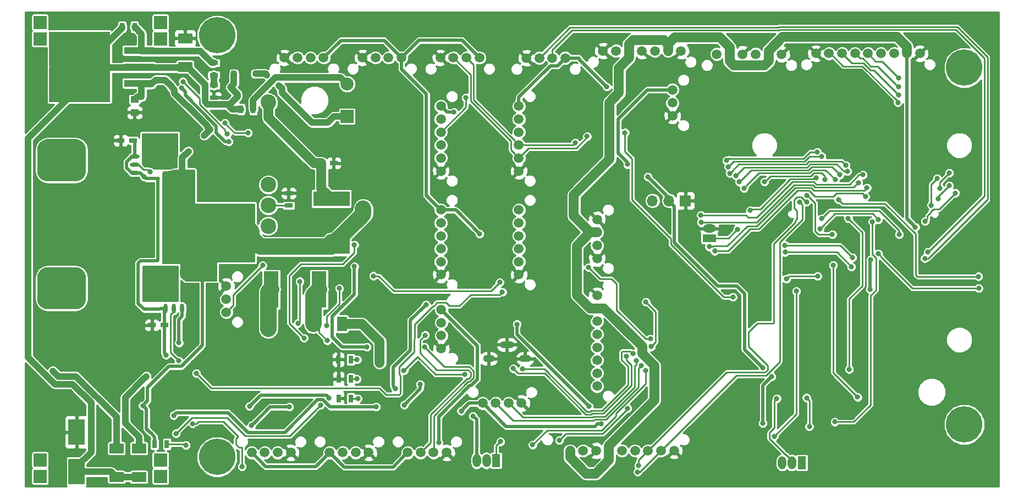
<source format=gbl>
%TF.GenerationSoftware,KiCad,Pcbnew,(2017-08-27 revision e3c64f1f0)-makepkg*%
%TF.CreationDate,2017-11-07T13:37:45+01:00*%
%TF.ProjectId,Breakout-Platine-Cube,427265616B6F75742D506C6174696E65,rev?*%
%TF.SameCoordinates,Original*%
%TF.FileFunction,Copper,L2,Bot,Signal*%
%TF.FilePolarity,Positive*%
%FSLAX46Y46*%
G04 Gerber Fmt 4.6, Leading zero omitted, Abs format (unit mm)*
G04 Created by KiCad (PCBNEW (2017-08-27 revision e3c64f1f0)-makepkg) date 11/07/17 13:37:45*
%MOMM*%
%LPD*%
G01*
G04 APERTURE LIST*
%TA.AperFunction,ViaPad*%
%ADD10C,0.700000*%
%TD*%
%TA.AperFunction,ComponentPad*%
%ADD11R,2.000000X2.000000*%
%TD*%
%TA.AperFunction,ComponentPad*%
%ADD12C,2.000000*%
%TD*%
%TA.AperFunction,SMDPad,CuDef*%
%ADD13R,0.850900X0.850900*%
%TD*%
%TA.AperFunction,SMDPad,CuDef*%
%ADD14R,4.550000X5.250000*%
%TD*%
%TA.AperFunction,SMDPad,CuDef*%
%ADD15R,9.400000X10.800000*%
%TD*%
%TA.AperFunction,SMDPad,CuDef*%
%ADD16R,4.600000X1.100000*%
%TD*%
%TA.AperFunction,SMDPad,CuDef*%
%ADD17R,1.300000X0.700000*%
%TD*%
%TA.AperFunction,SMDPad,CuDef*%
%ADD18R,0.700000X1.300000*%
%TD*%
%TA.AperFunction,SMDPad,CuDef*%
%ADD19R,2.200000X1.500000*%
%TD*%
%TA.AperFunction,SMDPad,CuDef*%
%ADD20R,1.250000X1.000000*%
%TD*%
%TA.AperFunction,SMDPad,CuDef*%
%ADD21R,2.500000X4.000000*%
%TD*%
%TA.AperFunction,SMDPad,CuDef*%
%ADD22R,1.200000X0.750000*%
%TD*%
%TA.AperFunction,SMDPad,CuDef*%
%ADD23R,5.600000X2.300000*%
%TD*%
%TA.AperFunction,SMDPad,CuDef*%
%ADD24R,2.300000X5.600000*%
%TD*%
%TA.AperFunction,SMDPad,CuDef*%
%ADD25R,1.500000X2.200000*%
%TD*%
%TA.AperFunction,ComponentPad*%
%ADD26C,2.400000*%
%TD*%
%TA.AperFunction,ComponentPad*%
%ADD27C,1.500000*%
%TD*%
%TA.AperFunction,ComponentPad*%
%ADD28C,5.600000*%
%TD*%
%TA.AperFunction,SMDPad,CuDef*%
%ADD29O,0.609600X1.473200*%
%TD*%
%TA.AperFunction,ComponentPad*%
%ADD30O,1.300000X2.000000*%
%TD*%
%TA.AperFunction,ComponentPad*%
%ADD31R,1.300000X2.000000*%
%TD*%
%TA.AperFunction,ComponentPad*%
%ADD32O,2.200000X1.100000*%
%TD*%
%TA.AperFunction,ComponentPad*%
%ADD33O,1.800000X1.100000*%
%TD*%
%TA.AperFunction,ComponentPad*%
%ADD34O,1.700000X1.700000*%
%TD*%
%TA.AperFunction,ComponentPad*%
%ADD35R,1.700000X1.700000*%
%TD*%
%TA.AperFunction,SMDPad,CuDef*%
%ADD36O,1.473200X0.609600*%
%TD*%
%TA.AperFunction,ComponentPad*%
%ADD37R,2.000000X1.300000*%
%TD*%
%TA.AperFunction,ComponentPad*%
%ADD38O,2.000000X1.300000*%
%TD*%
%TA.AperFunction,Conductor*%
%ADD39C,0.100000*%
%TD*%
%TA.AperFunction,ComponentPad*%
%ADD40C,6.500000*%
%TD*%
%TA.AperFunction,ViaPad*%
%ADD41C,0.800000*%
%TD*%
%TA.AperFunction,Conductor*%
%ADD42C,0.500000*%
%TD*%
%TA.AperFunction,Conductor*%
%ADD43C,0.250000*%
%TD*%
%TA.AperFunction,Conductor*%
%ADD44C,1.500000*%
%TD*%
%TA.AperFunction,Conductor*%
%ADD45C,1.000000*%
%TD*%
%TA.AperFunction,Conductor*%
%ADD46C,2.500000*%
%TD*%
%TA.AperFunction,Conductor*%
%ADD47C,0.254000*%
%TD*%
G04 APERTURE END LIST*
D10*
%TO.N,GND*%
%TO.C,REF\002A\002A*%
X184140000Y-144490000D03*
%TD*%
%TO.N,GND*%
%TO.C,REF\002A\002A*%
X183200000Y-145510000D03*
%TD*%
%TO.N,GND*%
%TO.C,REF\002A\002A*%
X184240000Y-145550000D03*
%TD*%
%TO.N,GND*%
%TO.C,REF\002A\002A*%
X237700000Y-156200000D03*
%TD*%
%TO.N,GND*%
%TO.C,REF\002A\002A*%
X236570000Y-156070000D03*
%TD*%
%TO.N,GND*%
%TO.C,REF\002A\002A*%
X226520000Y-155050000D03*
%TD*%
%TO.N,GND*%
%TO.C,REF\002A\002A*%
X225350000Y-154980000D03*
%TD*%
%TO.N,GND*%
%TO.C,REF\002A\002A*%
X214470000Y-155150000D03*
%TD*%
%TO.N,GND*%
%TO.C,REF\002A\002A*%
X213290000Y-155090000D03*
%TD*%
%TO.N,GND*%
%TO.C,REF\002A\002A*%
X212110000Y-91480000D03*
%TD*%
%TO.N,GND*%
%TO.C,REF\002A\002A*%
X210920000Y-91420000D03*
%TD*%
%TO.N,GND*%
%TO.C,REF\002A\002A*%
X218790000Y-93480000D03*
%TD*%
%TO.N,GND*%
%TO.C,REF\002A\002A*%
X219890000Y-93490000D03*
%TD*%
%TO.N,GND*%
%TO.C,REF\002A\002A*%
X230520000Y-93800000D03*
%TD*%
%TO.N,GND*%
%TO.C,REF\002A\002A*%
X231690000Y-93860000D03*
%TD*%
%TO.N,GND*%
%TO.C,REF\002A\002A*%
X233850000Y-114140000D03*
%TD*%
%TO.N,GND*%
%TO.C,REF\002A\002A*%
X233410000Y-113030000D03*
%TD*%
%TO.N,GND*%
%TO.C,REF\002A\002A*%
X232430000Y-123190000D03*
%TD*%
%TO.N,GND*%
%TO.C,REF\002A\002A*%
X232560000Y-121910000D03*
%TD*%
%TO.N,GND*%
%TO.C,REF\002A\002A*%
X232490000Y-120680000D03*
%TD*%
%TO.N,GND*%
%TO.C,REF\002A\002A*%
X307410000Y-96970000D03*
%TD*%
%TO.N,GND*%
%TO.C,REF\002A\002A*%
X307330000Y-96000000D03*
%TD*%
%TO.N,GND*%
%TO.C,REF\002A\002A*%
X307350000Y-94940000D03*
%TD*%
%TO.N,GND*%
%TO.C,REF\002A\002A*%
X290030000Y-93250000D03*
%TD*%
%TO.N,GND*%
%TO.C,REF\002A\002A*%
X288920000Y-93240000D03*
%TD*%
%TO.N,GND*%
%TO.C,REF\002A\002A*%
X286370000Y-95020000D03*
%TD*%
%TO.N,GND*%
%TO.C,REF\002A\002A*%
X268470000Y-94570000D03*
%TD*%
%TO.N,GND*%
%TO.C,REF\002A\002A*%
X267390000Y-94550000D03*
%TD*%
%TO.N,GND*%
%TO.C,REF\002A\002A*%
X266230000Y-94450000D03*
%TD*%
%TO.N,GND*%
%TO.C,REF\002A\002A*%
X252170000Y-124320000D03*
%TD*%
%TO.N,GND*%
%TO.C,REF\002A\002A*%
X252320000Y-123310000D03*
%TD*%
%TO.N,GND*%
%TO.C,REF\002A\002A*%
X252390000Y-122190000D03*
%TD*%
%TO.N,GND*%
%TO.C,REF\002A\002A*%
X256240000Y-117100000D03*
%TD*%
%TO.N,GND*%
%TO.C,REF\002A\002A*%
X256690000Y-117810000D03*
%TD*%
%TO.N,GND*%
%TO.C,REF\002A\002A*%
X256560000Y-124720000D03*
%TD*%
%TO.N,GND*%
%TO.C,REF\002A\002A*%
X256830000Y-123620000D03*
%TD*%
%TO.N,GND*%
%TO.C,REF\002A\002A*%
X256800000Y-129770000D03*
%TD*%
%TO.N,GND*%
%TO.C,REF\002A\002A*%
X257870000Y-156050000D03*
%TD*%
D11*
%TO.P,U2,1*%
%TO.N,Net-(F5-Pad2)*%
X172529000Y-158304000D03*
%TO.P,U2,2*%
X172529000Y-155764000D03*
D12*
%TO.P,U2,4*%
%TO.N,GND*%
X172529000Y-145096000D03*
%TO.P,U2,3*%
X172529000Y-147636000D03*
D11*
%TO.P,U2,8*%
%TO.N,Net-(F2-Pad1)*%
X191071000Y-158304000D03*
%TO.P,U2,7*%
X191071000Y-155764000D03*
D12*
%TO.P,U2,6*%
%TO.N,GND*%
X191071000Y-147636000D03*
%TO.P,U2,5*%
X191071000Y-145096000D03*
%TD*%
D11*
%TO.P,U11,1*%
%TO.N,Net-(F6-Pad2)*%
X191071000Y-88296000D03*
%TO.P,U11,2*%
X191071000Y-90836000D03*
D12*
%TO.P,U11,4*%
%TO.N,GND*%
X191071000Y-101504000D03*
%TO.P,U11,3*%
X191071000Y-98964000D03*
D11*
%TO.P,U11,8*%
%TO.N,Net-(F3-Pad1)*%
X172529000Y-88296000D03*
%TO.P,U11,7*%
X172529000Y-90836000D03*
D12*
%TO.P,U11,6*%
%TO.N,GND*%
X172529000Y-98964000D03*
%TO.P,U11,5*%
X172529000Y-101504000D03*
%TD*%
D13*
%TO.P,D8,1*%
%TO.N,/Power_Supply/Recuperate*%
X202376140Y-96200000D03*
%TO.P,D8,2*%
%TO.N,/Power_Supply/Power_Supply*%
X205723860Y-96200000D03*
%TD*%
D10*
%TO.N,GND*%
%TO.C,REF\002A\002A*%
X242300000Y-145300000D03*
%TD*%
%TO.N,GND*%
%TO.C,REF\002A\002A*%
X241075000Y-145275000D03*
%TD*%
%TO.N,GND*%
%TO.C,REF\002A\002A*%
X237525000Y-140350000D03*
%TD*%
%TO.N,GND*%
%TO.C,REF\002A\002A*%
X239475000Y-135650000D03*
%TD*%
%TO.N,GND*%
%TO.C,REF\002A\002A*%
X238775000Y-134675000D03*
%TD*%
%TO.N,GND*%
%TO.C,REF\002A\002A*%
X200400000Y-102500000D03*
%TD*%
%TO.N,GND*%
%TO.C,REF\002A\002A*%
X201300000Y-99450000D03*
%TD*%
%TO.N,GND*%
%TO.C,REF\002A\002A*%
X183275000Y-116525000D03*
%TD*%
%TO.N,GND*%
%TO.C,REF\002A\002A*%
X181075000Y-117625000D03*
%TD*%
%TO.N,GND*%
%TO.C,REF\002A\002A*%
X182175000Y-117625000D03*
%TD*%
%TO.N,GND*%
%TO.C,REF\002A\002A*%
X182150000Y-118700000D03*
%TD*%
%TO.N,GND*%
%TO.C,REF\002A\002A*%
X182150000Y-119800000D03*
%TD*%
%TO.N,GND*%
%TO.C,REF\002A\002A*%
X183275000Y-119775000D03*
%TD*%
%TO.N,GND*%
%TO.C,REF\002A\002A*%
X184375000Y-118650000D03*
%TD*%
%TO.N,GND*%
%TO.C,REF\002A\002A*%
X181050000Y-118700000D03*
%TD*%
%TO.N,GND*%
%TO.C,REF\002A\002A*%
X184375000Y-116525000D03*
%TD*%
%TO.N,GND*%
%TO.C,REF\002A\002A*%
X183275000Y-118675000D03*
%TD*%
%TO.N,GND*%
%TO.C,REF\002A\002A*%
X184375000Y-119750000D03*
%TD*%
%TO.N,GND*%
%TO.C,REF\002A\002A*%
X184375000Y-117625000D03*
%TD*%
%TO.N,GND*%
%TO.C,REF\002A\002A*%
X181050000Y-119800000D03*
%TD*%
%TO.N,GND*%
%TO.C,REF\002A\002A*%
X181075000Y-116525000D03*
%TD*%
%TO.N,GND*%
%TO.C,REF\002A\002A*%
X182175000Y-116525000D03*
%TD*%
%TO.N,GND*%
%TO.C,REF\002A\002A*%
X183275000Y-117625000D03*
%TD*%
%TO.N,GND*%
%TO.C,REF\002A\002A*%
X173800000Y-149600000D03*
%TD*%
%TO.N,GND*%
%TO.C,REF\002A\002A*%
X174700000Y-146100000D03*
%TD*%
D12*
%TO.P,C10,2*%
%TO.N,Net-(C10-Pad2)*%
X219800000Y-97800000D03*
D11*
%TO.P,C10,1*%
%TO.N,/Power_Supply/Power_Supply*%
X219800000Y-102800000D03*
%TD*%
D14*
%TO.P,U3,2*%
%TO.N,/Power_Supply/Recuperate*%
X181050000Y-97935000D03*
X176200000Y-92385000D03*
X181050000Y-92385000D03*
X176200000Y-97935000D03*
D15*
X178625000Y-95160000D03*
D16*
%TO.P,U3,3*%
%TO.N,/Power_Supply/Power_Supply*%
X187775000Y-97700000D03*
%TO.P,U3,2*%
%TO.N,/Power_Supply/Recuperate*%
X187775000Y-95160000D03*
%TO.P,U3,1*%
%TO.N,Net-(R20-Pad2)*%
X187775000Y-92620000D03*
%TD*%
D17*
%TO.P,R22,1*%
%TO.N,GND*%
X199275000Y-99900000D03*
%TO.P,R22,2*%
%TO.N,Net-(R21-Pad1)*%
X199275000Y-98000000D03*
%TD*%
%TO.P,R21,2*%
%TO.N,Net-(R20-Pad2)*%
X199275000Y-94525000D03*
%TO.P,R21,1*%
%TO.N,Net-(R21-Pad1)*%
X199275000Y-96425000D03*
%TD*%
D18*
%TO.P,R20,1*%
%TO.N,/Power_Supply/Recuperate*%
X185175000Y-89000000D03*
%TO.P,R20,2*%
%TO.N,Net-(R20-Pad2)*%
X187075000Y-89000000D03*
%TD*%
%TO.P,R19,1*%
%TO.N,Net-(C10-Pad2)*%
X205350000Y-101700000D03*
%TO.P,R19,2*%
%TO.N,/Power_Supply/Recuperate*%
X203450000Y-101700000D03*
%TD*%
D19*
%TO.P,D12,2*%
%TO.N,Net-(D12-Pad2)*%
X187750000Y-154000000D03*
%TO.P,D12,1*%
%TO.N,/Power_Supply/Recuperate*%
X187750000Y-158400000D03*
%TD*%
%TO.P,D10,1*%
%TO.N,/Power_Supply/Recuperate*%
X184300000Y-158400000D03*
%TO.P,D10,2*%
%TO.N,Net-(D10-Pad2)*%
X184300000Y-154000000D03*
%TD*%
%TO.P,D9,2*%
%TO.N,/Power_Supply/Recuperate*%
X194875000Y-95150000D03*
%TO.P,D9,1*%
%TO.N,GND*%
X194875000Y-90750000D03*
%TD*%
D20*
%TO.P,C11,2*%
%TO.N,GND*%
X187100000Y-102200000D03*
%TO.P,C11,1*%
%TO.N,/Power_Supply/Power_Supply*%
X187100000Y-100200000D03*
%TD*%
D21*
%TO.P,C9,2*%
%TO.N,GND*%
X178150000Y-151500000D03*
%TO.P,C9,1*%
%TO.N,/Power_Supply/Recuperate*%
X178150000Y-157600000D03*
%TD*%
D22*
%TO.P,C1,2*%
%TO.N,GND*%
X184950000Y-106500000D03*
%TO.P,C1,1*%
%TO.N,+3V3*%
X186850000Y-106500000D03*
%TD*%
%TO.P,C2,2*%
%TO.N,GND*%
X189750000Y-135000000D03*
%TO.P,C2,1*%
%TO.N,+3V3*%
X191650000Y-135000000D03*
%TD*%
D18*
%TO.P,R15,1*%
%TO.N,GND*%
X218450000Y-140300000D03*
%TO.P,R15,2*%
%TO.N,Net-(LD5-Pad2)*%
X220350000Y-140300000D03*
%TD*%
D17*
%TO.P,R14,2*%
%TO.N,Net-(A1-Pad4)*%
X210800000Y-116550000D03*
%TO.P,R14,1*%
%TO.N,GND*%
X210800000Y-114650000D03*
%TD*%
D18*
%TO.P,R8,1*%
%TO.N,GND*%
X218498764Y-146300000D03*
%TO.P,R8,2*%
%TO.N,Net-(LD3-Pad2)*%
X220398764Y-146300000D03*
%TD*%
D23*
%TO.P,F4,2*%
%TO.N,Net-(A1-Pad2)*%
X217400000Y-115500000D03*
%TO.P,F4,1*%
%TO.N,/Power_Supply/Power_Supply*%
X217400000Y-122900000D03*
%TD*%
D24*
%TO.P,F1,1*%
%TO.N,Net-(A1-Pad6)*%
X208100000Y-129500000D03*
%TO.P,F1,2*%
%TO.N,Net-(D5-Pad1)*%
X215500000Y-129500000D03*
%TD*%
D18*
%TO.P,R16,1*%
%TO.N,GND*%
X218500000Y-143300000D03*
%TO.P,R16,2*%
%TO.N,Net-(LD4-Pad2)*%
X220400000Y-143300000D03*
%TD*%
D25*
%TO.P,D5,1*%
%TO.N,Net-(D5-Pad1)*%
X214600000Y-134800000D03*
%TO.P,D5,2*%
%TO.N,Net-(A1-Pad5)*%
X219000000Y-134800000D03*
%TD*%
D22*
%TO.P,C6,2*%
%TO.N,Net-(A1-Pad2)*%
X215850000Y-110000000D03*
%TO.P,C6,1*%
%TO.N,GND*%
X217750000Y-110000000D03*
%TD*%
D26*
%TO.P,A1,1*%
%TO.N,GND*%
X226725000Y-100635000D03*
%TO.P,A1,2*%
%TO.N,Net-(A1-Pad2)*%
X207675000Y-100635000D03*
%TO.P,A1,3*%
%TO.N,Net-(A1-Pad3)*%
X207675000Y-113335000D03*
%TO.P,A1,4*%
%TO.N,Net-(A1-Pad4)*%
X207675000Y-116515000D03*
%TO.P,A1,5*%
%TO.N,Net-(A1-Pad5)*%
X207675000Y-119695000D03*
%TO.P,A1,6*%
%TO.N,Net-(A1-Pad6)*%
X207675000Y-135575000D03*
%TO.P,A1,7*%
%TO.N,GND*%
X226725000Y-135575000D03*
%TD*%
D27*
%TO.P,J5,4*%
%TO.N,GND*%
X234300000Y-138600000D03*
%TO.P,J5,3*%
%TO.N,/OTG_DM1*%
X234300000Y-136600000D03*
%TO.P,J5,2*%
%TO.N,/OTG_DP1*%
X234300000Y-134600000D03*
%TO.P,J5,1*%
%TO.N,/VBUS*%
X234300000Y-132600000D03*
%TD*%
D10*
%TO.N,GND*%
%TO.C,REF\002A\002A*%
X185000000Y-134050000D03*
%TD*%
%TO.N,GND*%
%TO.C,REF\002A\002A*%
X186100000Y-134050000D03*
%TD*%
%TO.N,GND*%
%TO.C,REF\002A\002A*%
X187200000Y-135150000D03*
%TD*%
%TO.N,GND*%
%TO.C,REF\002A\002A*%
X184975000Y-137325000D03*
%TD*%
%TO.N,GND*%
%TO.C,REF\002A\002A*%
X206180000Y-108860000D03*
%TD*%
%TO.N,GND*%
%TO.C,REF\002A\002A*%
X207200000Y-109050000D03*
%TD*%
%TO.N,GND*%
%TO.C,REF\002A\002A*%
X205020000Y-108950000D03*
%TD*%
%TO.N,GND*%
%TO.C,REF\002A\002A*%
X205010000Y-110170000D03*
%TD*%
%TO.N,GND*%
%TO.C,REF\002A\002A*%
X207370000Y-110120000D03*
%TD*%
%TO.N,GND*%
%TO.C,REF\002A\002A*%
X206230000Y-110150000D03*
%TD*%
%TO.N,GND*%
%TO.C,REF\002A\002A*%
X206260000Y-111320000D03*
%TD*%
%TO.N,GND*%
%TO.C,REF\002A\002A*%
X207460000Y-111290000D03*
%TD*%
%TO.N,Net-(U6-Pad1)*%
%TO.C,REF\002A\002A*%
X192400000Y-129800000D03*
%TD*%
%TO.N,Net-(U6-Pad1)*%
%TO.C,REF\002A\002A*%
X191190000Y-128630000D03*
%TD*%
%TO.N,Net-(U6-Pad1)*%
%TO.C,REF\002A\002A*%
X190090000Y-127430000D03*
%TD*%
%TO.N,Net-(U6-Pad1)*%
%TO.C,REF\002A\002A*%
X190090000Y-128600000D03*
%TD*%
%TO.N,Net-(U6-Pad1)*%
%TO.C,REF\002A\002A*%
X188880000Y-129730000D03*
%TD*%
%TO.N,Net-(U6-Pad1)*%
%TO.C,REF\002A\002A*%
X188880000Y-128630000D03*
%TD*%
%TO.N,Net-(U6-Pad1)*%
%TO.C,REF\002A\002A*%
X190090000Y-129830000D03*
%TD*%
%TO.N,Net-(U6-Pad1)*%
%TO.C,REF\002A\002A*%
X191190000Y-129730000D03*
%TD*%
%TO.N,Net-(U6-Pad1)*%
%TO.C,REF\002A\002A*%
X188880000Y-127430000D03*
%TD*%
D28*
%TO.P,REF\002A\002A,1*%
%TO.N,N/C*%
X199800000Y-155300000D03*
%TD*%
%TO.P,REF\002A\002A,1*%
%TO.N,N/C*%
X199800000Y-90300000D03*
%TD*%
%TO.P,REF\002A\002A,1*%
%TO.N,N/C*%
X314800000Y-95300000D03*
%TD*%
%TO.P,REF\002A\002A,1*%
%TO.N,N/C*%
X314800000Y-150300000D03*
%TD*%
D10*
%TO.N,Net-(U5-Pad1)*%
%TO.C,REF\002A\002A*%
X188830000Y-109330000D03*
%TD*%
%TO.N,Net-(U5-Pad1)*%
%TO.C,REF\002A\002A*%
X188830000Y-107030000D03*
%TD*%
%TO.N,Net-(U5-Pad1)*%
%TO.C,REF\002A\002A*%
X188830000Y-108230000D03*
%TD*%
%TO.N,Net-(U5-Pad1)*%
%TO.C,REF\002A\002A*%
X191140000Y-109330000D03*
%TD*%
%TO.N,Net-(U5-Pad1)*%
%TO.C,REF\002A\002A*%
X190040000Y-109430000D03*
%TD*%
%TO.N,Net-(U5-Pad1)*%
%TO.C,REF\002A\002A*%
X191140000Y-108230000D03*
%TD*%
%TO.N,Net-(U5-Pad1)*%
%TO.C,REF\002A\002A*%
X191140000Y-107040000D03*
%TD*%
%TO.N,GND*%
%TO.C,REF\002A\002A*%
X263550000Y-125400000D03*
%TD*%
%TO.N,GND*%
%TO.C,REF\002A\002A*%
X291100000Y-125700000D03*
%TD*%
%TO.N,Net-(U5-Pad1)*%
%TO.C,REF\002A\002A*%
X190040000Y-108200000D03*
%TD*%
%TO.N,Net-(U5-Pad1)*%
%TO.C,REF\002A\002A*%
X190040000Y-107030000D03*
%TD*%
%TO.N,GND*%
%TO.C,REF\002A\002A*%
X205020000Y-111320000D03*
%TD*%
%TO.N,GND*%
%TO.C,REF\002A\002A*%
X187200000Y-134050000D03*
%TD*%
D29*
%TO.P,U6,1*%
%TO.N,Net-(U6-Pad1)*%
X191895000Y-126806000D03*
%TO.P,U6,2*%
X193165000Y-126806000D03*
%TO.P,U6,3*%
%TO.N,/Power_Supply/Power_Supply*%
X194435000Y-126806000D03*
%TO.P,U6,4*%
X195705000Y-126806000D03*
%TO.P,U6,5*%
%TO.N,GND*%
X195705000Y-132394000D03*
%TO.P,U6,6*%
%TO.N,+3V3*%
X194435000Y-132394000D03*
%TO.P,U6,7*%
%TO.N,/AUX_BATT\00AD_CURRENT_SENS_1*%
X193165000Y-132394000D03*
%TO.P,U6,8*%
%TO.N,+3V3*%
X191895000Y-132394000D03*
%TD*%
D27*
%TO.P,J21,10*%
%TO.N,GND*%
X270130000Y-154350000D03*
%TO.P,J21,8*%
%TO.N,/I2C_2_SCL*%
X266130000Y-154350000D03*
%TO.P,J21,9*%
%TO.N,/I2C_2_SDA*%
X268130000Y-154350000D03*
%TO.P,J21,6*%
%TO.N,/IO-CH7-PROT*%
X262130000Y-154350000D03*
%TO.P,J21,7*%
%TO.N,+5V_Sensors*%
X264130000Y-154350000D03*
%TO.P,J21,5*%
%TO.N,+5V_Servo*%
X260130000Y-154350000D03*
%TO.P,J21,4*%
%TO.N,GND*%
X258130000Y-154350000D03*
%TO.P,J21,3*%
%TO.N,/IO-CH5-PROT*%
X256130000Y-154350000D03*
%TO.P,J21,2*%
%TO.N,+5V_Servo*%
X254130000Y-154350000D03*
%TO.P,J21,1*%
%TO.N,GND*%
X252130000Y-154350000D03*
%TD*%
%TO.P,J20,8*%
%TO.N,/IO-CH6-PROT*%
X258300000Y-144400000D03*
%TO.P,J20,6*%
%TO.N,/IO-CH4-PROT*%
X258300000Y-140400000D03*
%TO.P,J20,7*%
%TO.N,/IO-CH5-PROT*%
X258300000Y-142400000D03*
%TO.P,J20,5*%
%TO.N,/IO-CH3-PROT*%
X258300000Y-138400000D03*
%TO.P,J20,4*%
%TO.N,/IO-CH2-PROT*%
X258300000Y-136400000D03*
%TO.P,J20,3*%
%TO.N,/IO-CH1-PROT*%
X258300000Y-134400000D03*
%TO.P,J20,2*%
%TO.N,+5V_Servo*%
X258300000Y-132400000D03*
%TO.P,J20,1*%
%TO.N,GND*%
X258300000Y-130400000D03*
%TD*%
D30*
%TO.P,J25,3*%
%TO.N,/SAFETY*%
X286790000Y-156210000D03*
%TO.P,J25,2*%
%TO.N,/IO-~LED_SAFETY_PROT*%
X288290000Y-156210000D03*
D31*
%TO.P,J25,1*%
%TO.N,+5V_Cube*%
X289790000Y-156210000D03*
%TD*%
D27*
%TO.P,J9,3*%
%TO.N,GND*%
X269900000Y-102700000D03*
%TO.P,J9,2*%
%TO.N,/PREASSURE_SENS_IN*%
X269900000Y-100700000D03*
%TO.P,J9,1*%
%TO.N,+5V_Cube*%
X269900000Y-98700000D03*
%TD*%
%TO.P,J16,3*%
%TO.N,/IO-CH3-PROT*%
X201200000Y-133000000D03*
%TO.P,J16,2*%
%TO.N,+5V_Servo*%
X201200000Y-131000000D03*
%TO.P,J16,1*%
%TO.N,GND*%
X201200000Y-129000000D03*
%TD*%
%TO.P,J14,6*%
%TO.N,GND*%
X234245618Y-111222266D03*
%TO.P,J14,5*%
%TO.N,/I2C_2_SDA*%
X234245618Y-109222266D03*
%TO.P,J14,4*%
%TO.N,/I2C_2_SCL*%
X234245618Y-107222266D03*
%TO.P,J14,3*%
%TO.N,/SERIAL_4_TX*%
X234245618Y-105222266D03*
%TO.P,J14,2*%
%TO.N,/SERIAL_4_RX*%
X234245618Y-103222266D03*
%TO.P,J14,1*%
%TO.N,+5V_Cube*%
X234245618Y-101222266D03*
%TD*%
%TO.P,J13,6*%
%TO.N,GND*%
X246245618Y-111222266D03*
%TO.P,J13,5*%
%TO.N,/I2C_1_SDA*%
X246245618Y-109222266D03*
%TO.P,J13,4*%
%TO.N,/I2C_1_SCL*%
X246245618Y-107222266D03*
%TO.P,J13,3*%
%TO.N,/SERIAL_3_TX*%
X246245618Y-105222266D03*
%TO.P,J13,2*%
%TO.N,/SERIAL_3_RX*%
X246245618Y-103222266D03*
%TO.P,J13,1*%
%TO.N,+5V_Cube*%
X246245618Y-101222266D03*
%TD*%
%TO.P,J1,6*%
%TO.N,GND*%
X246245618Y-127222266D03*
%TO.P,J1,5*%
%TO.N,/SERIAL1_RTS*%
X246245618Y-125222266D03*
%TO.P,J1,4*%
%TO.N,/SERIAL1_CTS*%
X246245618Y-123222266D03*
%TO.P,J1,3*%
%TO.N,/SERIAL1_RX*%
X246245618Y-121222266D03*
%TO.P,J1,2*%
%TO.N,/SERIAL1_TX*%
X246245618Y-119222266D03*
%TO.P,J1,1*%
%TO.N,+5V_Sensors*%
X246245618Y-117222266D03*
%TD*%
%TO.P,J6,6*%
%TO.N,GND*%
X234245618Y-127222266D03*
%TO.P,J6,5*%
%TO.N,/SERIAL2_RTS*%
X234245618Y-125222266D03*
%TO.P,J6,4*%
%TO.N,/SERIAL2_CTS*%
X234245618Y-123222266D03*
%TO.P,J6,3*%
%TO.N,/SERIAL2_RX*%
X234245618Y-121222266D03*
%TO.P,J6,2*%
%TO.N,/SERIAL2_TX*%
X234245618Y-119222266D03*
%TO.P,J6,1*%
%TO.N,+5V_Sensors*%
X234245618Y-117222266D03*
%TD*%
%TO.P,J8,4*%
%TO.N,GND*%
X235122266Y-154654382D03*
%TO.P,J8,3*%
%TO.N,/I2C_2_SDA*%
X233122266Y-154654382D03*
%TO.P,J8,2*%
%TO.N,/I2C_2_SCL*%
X231122266Y-154654382D03*
%TO.P,J8,1*%
%TO.N,+5V_Sensors*%
X229122266Y-154654382D03*
%TD*%
%TO.P,J4,4*%
%TO.N,GND*%
X247400000Y-93800000D03*
%TO.P,J4,3*%
%TO.N,/CAN_L_1*%
X249400000Y-93800000D03*
%TO.P,J4,2*%
%TO.N,/CAN_H_1*%
X251400000Y-93800000D03*
%TO.P,J4,1*%
%TO.N,+5V_Cube*%
X253400000Y-93800000D03*
%TD*%
%TO.P,J7,4*%
%TO.N,GND*%
X210177734Y-93745618D03*
%TO.P,J7,3*%
%TO.N,/I2C_1_SDA*%
X212177734Y-93745618D03*
%TO.P,J7,2*%
%TO.N,/I2C_1_SCL*%
X214177734Y-93745618D03*
%TO.P,J7,1*%
%TO.N,+5V_Sensors*%
X216177734Y-93745618D03*
%TD*%
%TO.P,J3,4*%
%TO.N,GND*%
X211122266Y-154654382D03*
%TO.P,J3,3*%
%TO.N,/I2C_2_SDA*%
X209122266Y-154654382D03*
%TO.P,J3,2*%
%TO.N,/I2C_2_SCL*%
X207122266Y-154654382D03*
%TO.P,J3,1*%
%TO.N,+5V_Sensors*%
X205122266Y-154654382D03*
%TD*%
%TO.P,J2,4*%
%TO.N,GND*%
X234177734Y-93745618D03*
%TO.P,J2,3*%
%TO.N,/I2C_1_SDA*%
X236177734Y-93745618D03*
%TO.P,J2,2*%
%TO.N,/I2C_1_SCL*%
X238177734Y-93745618D03*
%TO.P,J2,1*%
%TO.N,+5V_Sensors*%
X240177734Y-93745618D03*
%TD*%
%TO.P,J10,4*%
%TO.N,GND*%
X246670000Y-147030000D03*
%TO.P,J10,3*%
%TO.N,/CAN_L_2*%
X244670000Y-147030000D03*
%TO.P,J10,2*%
%TO.N,/CAN_H_2*%
X242670000Y-147030000D03*
%TO.P,J10,1*%
%TO.N,+5V_Cube*%
X240670000Y-147030000D03*
%TD*%
%TO.P,J11,4*%
%TO.N,GND*%
X222177734Y-93745618D03*
%TO.P,J11,3*%
%TO.N,/I2C_1_SDA*%
X224177734Y-93745618D03*
%TO.P,J11,2*%
%TO.N,/I2C_1_SCL*%
X226177734Y-93745618D03*
%TO.P,J11,1*%
%TO.N,+5V_Sensors*%
X228177734Y-93745618D03*
%TD*%
%TO.P,J12,4*%
%TO.N,GND*%
X223122266Y-154654382D03*
%TO.P,J12,3*%
%TO.N,/I2C_2_SDA*%
X221122266Y-154654382D03*
%TO.P,J12,2*%
%TO.N,/I2C_2_SCL*%
X219122266Y-154654382D03*
%TO.P,J12,1*%
%TO.N,+5V_Sensors*%
X217122266Y-154654382D03*
%TD*%
D32*
%TO.P,J24,6*%
%TO.N,GND*%
X244400000Y-138000000D03*
D33*
X241600000Y-140150000D03*
X247200000Y-140150000D03*
%TD*%
D34*
%TO.P,J29,3*%
%TO.N,/PPM_SBUS_PROT*%
X266820000Y-115800000D03*
%TO.P,J29,2*%
%TO.N,+5V_Cube*%
X269360000Y-115800000D03*
D35*
%TO.P,J29,1*%
%TO.N,GND*%
X271900000Y-115800000D03*
%TD*%
D36*
%TO.P,U5,8*%
%TO.N,+3V3*%
X187098000Y-108990000D03*
%TO.P,U5,7*%
%TO.N,/BATT\00AD_CURRENT_SENS_PROT_1*%
X187098000Y-110260000D03*
%TO.P,U5,6*%
%TO.N,+3V3*%
X187098000Y-111530000D03*
%TO.P,U5,5*%
%TO.N,GND*%
X187098000Y-112800000D03*
%TO.P,U5,4*%
%TO.N,/Power_Supply/Power_Supply*%
X192686000Y-112800000D03*
%TO.P,U5,3*%
X192686000Y-111530000D03*
%TO.P,U5,2*%
%TO.N,Net-(U5-Pad1)*%
X192686000Y-110260000D03*
%TO.P,U5,1*%
X192686000Y-108990000D03*
%TD*%
D27*
%TO.P,J22,1*%
%TO.N,GND*%
X271200000Y-92700000D03*
%TO.P,J22,2*%
%TO.N,+5V_Servo*%
X269200000Y-92700000D03*
%TO.P,J22,3*%
%TO.N,/IO-CH1-PROT*%
X267200000Y-92700000D03*
%TO.P,J22,4*%
%TO.N,GND*%
X265200000Y-92700000D03*
%TO.P,J22,6*%
%TO.N,/IO-CH6-PROT*%
X261200000Y-92700000D03*
%TO.P,J22,5*%
%TO.N,+5V_Servo*%
X263200000Y-92700000D03*
%TO.P,J22,7*%
%TO.N,GND*%
X259200000Y-92700000D03*
%TD*%
D37*
%TO.P,J17,1*%
%TO.N,/ALARM*%
X275550000Y-121575000D03*
D38*
%TO.P,J17,2*%
%TO.N,GND*%
X275550000Y-120075000D03*
%TD*%
D27*
%TO.P,J19,1*%
%TO.N,GND*%
X308000000Y-93100000D03*
%TO.P,J19,2*%
%TO.N,+5V_Servo*%
X306000000Y-93100000D03*
%TO.P,J19,3*%
%TO.N,/IO-CH8-PROT*%
X304000000Y-93100000D03*
%TO.P,J19,4*%
%TO.N,/FMU-CH2-PROT*%
X302000000Y-93100000D03*
%TO.P,J19,6*%
%TO.N,/FMU-CH4-PROT*%
X298000000Y-93100000D03*
%TO.P,J19,5*%
%TO.N,/FMU-CH3-PROT*%
X300000000Y-93100000D03*
%TO.P,J19,8*%
%TO.N,/FMU-CH6-PROT*%
X294000000Y-93100000D03*
%TO.P,J19,7*%
%TO.N,/FMU-CH5-PROT*%
X296000000Y-93100000D03*
%TO.P,J19,9*%
%TO.N,GND*%
X292000000Y-93100000D03*
%TD*%
D39*
%TO.N,Net-(D10-Pad2)*%
%TO.C,J31*%
G36*
X178134278Y-106307825D02*
X178292022Y-106331224D01*
X178446713Y-106369972D01*
X178596861Y-106423696D01*
X178741020Y-106491878D01*
X178877802Y-106573862D01*
X179005889Y-106668858D01*
X179124049Y-106775951D01*
X179231142Y-106894111D01*
X179326138Y-107022198D01*
X179408122Y-107158980D01*
X179476304Y-107303139D01*
X179530028Y-107453287D01*
X179568776Y-107607978D01*
X179592175Y-107765722D01*
X179600000Y-107925000D01*
X179600000Y-111175000D01*
X179592175Y-111334278D01*
X179568776Y-111492022D01*
X179530028Y-111646713D01*
X179476304Y-111796861D01*
X179408122Y-111941020D01*
X179326138Y-112077802D01*
X179231142Y-112205889D01*
X179124049Y-112324049D01*
X179005889Y-112431142D01*
X178877802Y-112526138D01*
X178741020Y-112608122D01*
X178596861Y-112676304D01*
X178446713Y-112730028D01*
X178292022Y-112768776D01*
X178134278Y-112792175D01*
X177975000Y-112800000D01*
X173725000Y-112800000D01*
X173565722Y-112792175D01*
X173407978Y-112768776D01*
X173253287Y-112730028D01*
X173103139Y-112676304D01*
X172958980Y-112608122D01*
X172822198Y-112526138D01*
X172694111Y-112431142D01*
X172575951Y-112324049D01*
X172468858Y-112205889D01*
X172373862Y-112077802D01*
X172291878Y-111941020D01*
X172223696Y-111796861D01*
X172169972Y-111646713D01*
X172131224Y-111492022D01*
X172107825Y-111334278D01*
X172100000Y-111175000D01*
X172100000Y-107925000D01*
X172107825Y-107765722D01*
X172131224Y-107607978D01*
X172169972Y-107453287D01*
X172223696Y-107303139D01*
X172291878Y-107158980D01*
X172373862Y-107022198D01*
X172468858Y-106894111D01*
X172575951Y-106775951D01*
X172694111Y-106668858D01*
X172822198Y-106573862D01*
X172958980Y-106491878D01*
X173103139Y-106423696D01*
X173253287Y-106369972D01*
X173407978Y-106331224D01*
X173565722Y-106307825D01*
X173725000Y-106300000D01*
X177975000Y-106300000D01*
X178134278Y-106307825D01*
X178134278Y-106307825D01*
G37*
D40*
%TD*%
%TO.P,J31,1*%
%TO.N,Net-(D10-Pad2)*%
X175850000Y-109550000D03*
D39*
%TO.N,GND*%
%TO.C,J31*%
G36*
X176961700Y-113814085D02*
X177245639Y-113856203D01*
X177524083Y-113925950D01*
X177794349Y-114022652D01*
X178053835Y-114145380D01*
X178300043Y-114292951D01*
X178530600Y-114463944D01*
X178743287Y-114656713D01*
X178936056Y-114869400D01*
X179107049Y-115099957D01*
X179254620Y-115346165D01*
X179377348Y-115605651D01*
X179474050Y-115875917D01*
X179543797Y-116154361D01*
X179585915Y-116438300D01*
X179600000Y-116725000D01*
X179600000Y-117375000D01*
X179585915Y-117661700D01*
X179543797Y-117945639D01*
X179474050Y-118224083D01*
X179377348Y-118494349D01*
X179254620Y-118753835D01*
X179107049Y-119000043D01*
X178936056Y-119230600D01*
X178743287Y-119443287D01*
X178530600Y-119636056D01*
X178300043Y-119807049D01*
X178053835Y-119954620D01*
X177794349Y-120077348D01*
X177524083Y-120174050D01*
X177245639Y-120243797D01*
X176961700Y-120285915D01*
X176675000Y-120300000D01*
X175025000Y-120300000D01*
X174738300Y-120285915D01*
X174454361Y-120243797D01*
X174175917Y-120174050D01*
X173905651Y-120077348D01*
X173646165Y-119954620D01*
X173399957Y-119807049D01*
X173169400Y-119636056D01*
X172956713Y-119443287D01*
X172763944Y-119230600D01*
X172592951Y-119000043D01*
X172445380Y-118753835D01*
X172322652Y-118494349D01*
X172225950Y-118224083D01*
X172156203Y-117945639D01*
X172114085Y-117661700D01*
X172100000Y-117375000D01*
X172100000Y-116725000D01*
X172114085Y-116438300D01*
X172156203Y-116154361D01*
X172225950Y-115875917D01*
X172322652Y-115605651D01*
X172445380Y-115346165D01*
X172592951Y-115099957D01*
X172763944Y-114869400D01*
X172956713Y-114656713D01*
X173169400Y-114463944D01*
X173399957Y-114292951D01*
X173646165Y-114145380D01*
X173905651Y-114022652D01*
X174175917Y-113925950D01*
X174454361Y-113856203D01*
X174738300Y-113814085D01*
X175025000Y-113800000D01*
X176675000Y-113800000D01*
X176961700Y-113814085D01*
X176961700Y-113814085D01*
G37*
D40*
%TD*%
%TO.P,J31,2*%
%TO.N,GND*%
X175850000Y-117050000D03*
D39*
%TO.N,Net-(D12-Pad2)*%
%TO.C,J32*%
G36*
X178134278Y-126057825D02*
X178292022Y-126081224D01*
X178446713Y-126119972D01*
X178596861Y-126173696D01*
X178741020Y-126241878D01*
X178877802Y-126323862D01*
X179005889Y-126418858D01*
X179124049Y-126525951D01*
X179231142Y-126644111D01*
X179326138Y-126772198D01*
X179408122Y-126908980D01*
X179476304Y-127053139D01*
X179530028Y-127203287D01*
X179568776Y-127357978D01*
X179592175Y-127515722D01*
X179600000Y-127675000D01*
X179600000Y-130925000D01*
X179592175Y-131084278D01*
X179568776Y-131242022D01*
X179530028Y-131396713D01*
X179476304Y-131546861D01*
X179408122Y-131691020D01*
X179326138Y-131827802D01*
X179231142Y-131955889D01*
X179124049Y-132074049D01*
X179005889Y-132181142D01*
X178877802Y-132276138D01*
X178741020Y-132358122D01*
X178596861Y-132426304D01*
X178446713Y-132480028D01*
X178292022Y-132518776D01*
X178134278Y-132542175D01*
X177975000Y-132550000D01*
X173725000Y-132550000D01*
X173565722Y-132542175D01*
X173407978Y-132518776D01*
X173253287Y-132480028D01*
X173103139Y-132426304D01*
X172958980Y-132358122D01*
X172822198Y-132276138D01*
X172694111Y-132181142D01*
X172575951Y-132074049D01*
X172468858Y-131955889D01*
X172373862Y-131827802D01*
X172291878Y-131691020D01*
X172223696Y-131546861D01*
X172169972Y-131396713D01*
X172131224Y-131242022D01*
X172107825Y-131084278D01*
X172100000Y-130925000D01*
X172100000Y-127675000D01*
X172107825Y-127515722D01*
X172131224Y-127357978D01*
X172169972Y-127203287D01*
X172223696Y-127053139D01*
X172291878Y-126908980D01*
X172373862Y-126772198D01*
X172468858Y-126644111D01*
X172575951Y-126525951D01*
X172694111Y-126418858D01*
X172822198Y-126323862D01*
X172958980Y-126241878D01*
X173103139Y-126173696D01*
X173253287Y-126119972D01*
X173407978Y-126081224D01*
X173565722Y-126057825D01*
X173725000Y-126050000D01*
X177975000Y-126050000D01*
X178134278Y-126057825D01*
X178134278Y-126057825D01*
G37*
D40*
%TD*%
%TO.P,J32,1*%
%TO.N,Net-(D12-Pad2)*%
X175850000Y-129300000D03*
D39*
%TO.N,GND*%
%TO.C,J32*%
G36*
X176961700Y-133564085D02*
X177245639Y-133606203D01*
X177524083Y-133675950D01*
X177794349Y-133772652D01*
X178053835Y-133895380D01*
X178300043Y-134042951D01*
X178530600Y-134213944D01*
X178743287Y-134406713D01*
X178936056Y-134619400D01*
X179107049Y-134849957D01*
X179254620Y-135096165D01*
X179377348Y-135355651D01*
X179474050Y-135625917D01*
X179543797Y-135904361D01*
X179585915Y-136188300D01*
X179600000Y-136475000D01*
X179600000Y-137125000D01*
X179585915Y-137411700D01*
X179543797Y-137695639D01*
X179474050Y-137974083D01*
X179377348Y-138244349D01*
X179254620Y-138503835D01*
X179107049Y-138750043D01*
X178936056Y-138980600D01*
X178743287Y-139193287D01*
X178530600Y-139386056D01*
X178300043Y-139557049D01*
X178053835Y-139704620D01*
X177794349Y-139827348D01*
X177524083Y-139924050D01*
X177245639Y-139993797D01*
X176961700Y-140035915D01*
X176675000Y-140050000D01*
X175025000Y-140050000D01*
X174738300Y-140035915D01*
X174454361Y-139993797D01*
X174175917Y-139924050D01*
X173905651Y-139827348D01*
X173646165Y-139704620D01*
X173399957Y-139557049D01*
X173169400Y-139386056D01*
X172956713Y-139193287D01*
X172763944Y-138980600D01*
X172592951Y-138750043D01*
X172445380Y-138503835D01*
X172322652Y-138244349D01*
X172225950Y-137974083D01*
X172156203Y-137695639D01*
X172114085Y-137411700D01*
X172100000Y-137125000D01*
X172100000Y-136475000D01*
X172114085Y-136188300D01*
X172156203Y-135904361D01*
X172225950Y-135625917D01*
X172322652Y-135355651D01*
X172445380Y-135096165D01*
X172592951Y-134849957D01*
X172763944Y-134619400D01*
X172956713Y-134406713D01*
X173169400Y-134213944D01*
X173399957Y-134042951D01*
X173646165Y-133895380D01*
X173905651Y-133772652D01*
X174175917Y-133675950D01*
X174454361Y-133606203D01*
X174738300Y-133564085D01*
X175025000Y-133550000D01*
X176675000Y-133550000D01*
X176961700Y-133564085D01*
X176961700Y-133564085D01*
G37*
D40*
%TD*%
%TO.P,J32,2*%
%TO.N,GND*%
X175850000Y-136800000D03*
D27*
%TO.P,J23,6*%
%TO.N,/IO-CH4-PROT*%
X276700000Y-93200000D03*
%TO.P,J23,5*%
%TO.N,+5V_Servo*%
X278700000Y-93200000D03*
%TO.P,J23,4*%
%TO.N,GND*%
X280700000Y-93200000D03*
%TO.P,J23,3*%
%TO.N,/IO-CH2-PROT*%
X282700000Y-93200000D03*
%TO.P,J23,2*%
%TO.N,+5V_Servo*%
X284700000Y-93200000D03*
%TO.P,J23,1*%
%TO.N,GND*%
X286700000Y-93200000D03*
%TD*%
%TO.P,J18,4*%
%TO.N,GND*%
X258300000Y-124700000D03*
%TO.P,J18,3*%
%TO.N,/FMU-CH1-PROT*%
X258300000Y-122700000D03*
%TO.P,J18,2*%
%TO.N,+5V_Servo*%
X258300000Y-120700000D03*
%TO.P,J18,1*%
%TO.N,GND*%
X258300000Y-118700000D03*
%TD*%
D31*
%TO.P,J37,1*%
%TO.N,/IO-USART1_RX_SPECTRUM_DSM*%
X242760000Y-155880000D03*
D30*
%TO.P,J37,2*%
%TO.N,Net-(J37-Pad2)*%
X241260000Y-155880000D03*
%TO.P,J37,3*%
%TO.N,+3V3*%
X239760000Y-155880000D03*
%TD*%
D18*
%TO.P,R18,1*%
%TO.N,/Power_Supply/Power_Supply*%
X190150000Y-153350000D03*
%TO.P,R18,2*%
%TO.N,Net-(D11-Pad2)*%
X192050000Y-153350000D03*
%TD*%
D39*
%TO.N,/Power_Supply/Power_Supply*%
%TO.C,J30*%
G36*
X202884278Y-116757825D02*
X203042022Y-116781224D01*
X203196713Y-116819972D01*
X203346861Y-116873696D01*
X203491020Y-116941878D01*
X203627802Y-117023862D01*
X203755889Y-117118858D01*
X203874049Y-117225951D01*
X203981142Y-117344111D01*
X204076138Y-117472198D01*
X204158122Y-117608980D01*
X204226304Y-117753139D01*
X204280028Y-117903287D01*
X204318776Y-118057978D01*
X204342175Y-118215722D01*
X204350000Y-118375000D01*
X204350000Y-121625000D01*
X204342175Y-121784278D01*
X204318776Y-121942022D01*
X204280028Y-122096713D01*
X204226304Y-122246861D01*
X204158122Y-122391020D01*
X204076138Y-122527802D01*
X203981142Y-122655889D01*
X203874049Y-122774049D01*
X203755889Y-122881142D01*
X203627802Y-122976138D01*
X203491020Y-123058122D01*
X203346861Y-123126304D01*
X203196713Y-123180028D01*
X203042022Y-123218776D01*
X202884278Y-123242175D01*
X202725000Y-123250000D01*
X198475000Y-123250000D01*
X198315722Y-123242175D01*
X198157978Y-123218776D01*
X198003287Y-123180028D01*
X197853139Y-123126304D01*
X197708980Y-123058122D01*
X197572198Y-122976138D01*
X197444111Y-122881142D01*
X197325951Y-122774049D01*
X197218858Y-122655889D01*
X197123862Y-122527802D01*
X197041878Y-122391020D01*
X196973696Y-122246861D01*
X196919972Y-122096713D01*
X196881224Y-121942022D01*
X196857825Y-121784278D01*
X196850000Y-121625000D01*
X196850000Y-118375000D01*
X196857825Y-118215722D01*
X196881224Y-118057978D01*
X196919972Y-117903287D01*
X196973696Y-117753139D01*
X197041878Y-117608980D01*
X197123862Y-117472198D01*
X197218858Y-117344111D01*
X197325951Y-117225951D01*
X197444111Y-117118858D01*
X197572198Y-117023862D01*
X197708980Y-116941878D01*
X197853139Y-116873696D01*
X198003287Y-116819972D01*
X198157978Y-116781224D01*
X198315722Y-116757825D01*
X198475000Y-116750000D01*
X202725000Y-116750000D01*
X202884278Y-116757825D01*
X202884278Y-116757825D01*
G37*
D40*
%TD*%
%TO.P,J30,1*%
%TO.N,/Power_Supply/Power_Supply*%
X200600000Y-120000000D03*
D39*
%TO.N,GND*%
%TO.C,J30*%
G36*
X201711700Y-109264085D02*
X201995639Y-109306203D01*
X202274083Y-109375950D01*
X202544349Y-109472652D01*
X202803835Y-109595380D01*
X203050043Y-109742951D01*
X203280600Y-109913944D01*
X203493287Y-110106713D01*
X203686056Y-110319400D01*
X203857049Y-110549957D01*
X204004620Y-110796165D01*
X204127348Y-111055651D01*
X204224050Y-111325917D01*
X204293797Y-111604361D01*
X204335915Y-111888300D01*
X204350000Y-112175000D01*
X204350000Y-112825000D01*
X204335915Y-113111700D01*
X204293797Y-113395639D01*
X204224050Y-113674083D01*
X204127348Y-113944349D01*
X204004620Y-114203835D01*
X203857049Y-114450043D01*
X203686056Y-114680600D01*
X203493287Y-114893287D01*
X203280600Y-115086056D01*
X203050043Y-115257049D01*
X202803835Y-115404620D01*
X202544349Y-115527348D01*
X202274083Y-115624050D01*
X201995639Y-115693797D01*
X201711700Y-115735915D01*
X201425000Y-115750000D01*
X199775000Y-115750000D01*
X199488300Y-115735915D01*
X199204361Y-115693797D01*
X198925917Y-115624050D01*
X198655651Y-115527348D01*
X198396165Y-115404620D01*
X198149957Y-115257049D01*
X197919400Y-115086056D01*
X197706713Y-114893287D01*
X197513944Y-114680600D01*
X197342951Y-114450043D01*
X197195380Y-114203835D01*
X197072652Y-113944349D01*
X196975950Y-113674083D01*
X196906203Y-113395639D01*
X196864085Y-113111700D01*
X196850000Y-112825000D01*
X196850000Y-112175000D01*
X196864085Y-111888300D01*
X196906203Y-111604361D01*
X196975950Y-111325917D01*
X197072652Y-111055651D01*
X197195380Y-110796165D01*
X197342951Y-110549957D01*
X197513944Y-110319400D01*
X197706713Y-110106713D01*
X197919400Y-109913944D01*
X198149957Y-109742951D01*
X198396165Y-109595380D01*
X198655651Y-109472652D01*
X198925917Y-109375950D01*
X199204361Y-109306203D01*
X199488300Y-109264085D01*
X199775000Y-109250000D01*
X201425000Y-109250000D01*
X201711700Y-109264085D01*
X201711700Y-109264085D01*
G37*
D40*
%TD*%
%TO.P,J30,2*%
%TO.N,GND*%
X200600000Y-112500000D03*
D10*
%TO.N,GND*%
%TO.C,REF\002A\002A*%
X302950000Y-124500000D03*
%TD*%
%TO.N,GND*%
%TO.C,REF\002A\002A*%
X306625000Y-125200000D03*
%TD*%
%TO.N,GND*%
%TO.C,REF\002A\002A*%
X266400000Y-110350000D03*
%TD*%
%TO.N,GND*%
%TO.C,REF\002A\002A*%
X264500000Y-111950000D03*
%TD*%
%TO.N,GND*%
%TO.C,REF\002A\002A*%
X267150000Y-139300000D03*
%TD*%
%TO.N,GND*%
%TO.C,REF\002A\002A*%
X270500000Y-140400000D03*
%TD*%
%TO.N,GND*%
%TO.C,REF\002A\002A*%
X232800000Y-131400000D03*
%TD*%
%TO.N,GND*%
%TO.C,REF\002A\002A*%
X222750000Y-145900000D03*
%TD*%
%TO.N,GND*%
%TO.C,REF\002A\002A*%
X223700000Y-145550000D03*
%TD*%
%TO.N,GND*%
%TO.C,REF\002A\002A*%
X186100000Y-135150000D03*
%TD*%
%TO.N,GND*%
%TO.C,REF\002A\002A*%
X185000000Y-135150000D03*
%TD*%
%TO.N,GND*%
%TO.C,REF\002A\002A*%
X195100000Y-136650000D03*
%TD*%
%TO.N,GND*%
%TO.C,REF\002A\002A*%
X252400000Y-156250000D03*
%TD*%
%TO.N,GND*%
%TO.C,REF\002A\002A*%
X253900000Y-134650000D03*
%TD*%
%TO.N,GND*%
%TO.C,REF\002A\002A*%
X253800000Y-135950000D03*
%TD*%
%TO.N,GND*%
%TO.C,REF\002A\002A*%
X252400000Y-120900000D03*
%TD*%
%TO.N,GND*%
%TO.C,REF\002A\002A*%
X253700000Y-101250000D03*
%TD*%
%TO.N,GND*%
%TO.C,REF\002A\002A*%
X253600000Y-102400000D03*
%TD*%
%TO.N,GND*%
%TO.C,REF\002A\002A*%
X280100000Y-96700000D03*
%TD*%
%TO.N,GND*%
%TO.C,REF\002A\002A*%
X286000000Y-96650000D03*
%TD*%
%TO.N,GND*%
%TO.C,REF\002A\002A*%
X251250000Y-156300000D03*
%TD*%
%TO.N,GND*%
%TO.C,REF\002A\002A*%
X256890000Y-155880000D03*
%TD*%
%TO.N,Net-(A1-Pad5)*%
%TO.C,REF\002A\002A*%
X224820000Y-140800000D03*
%TD*%
%TO.N,Net-(A1-Pad5)*%
%TO.C,REF\002A\002A*%
X224840000Y-139860000D03*
%TD*%
%TO.N,GND*%
%TO.C,REF\002A\002A*%
X291920000Y-125050000D03*
%TD*%
%TO.N,GND*%
%TO.C,REF\002A\002A*%
X289900000Y-124810000D03*
%TD*%
%TO.N,GND*%
%TO.C,REF\002A\002A*%
X287140000Y-126900000D03*
%TD*%
%TO.N,GND*%
%TO.C,REF\002A\002A*%
X188300000Y-135150000D03*
%TD*%
%TO.N,GND*%
%TO.C,REF\002A\002A*%
X188300000Y-134050000D03*
%TD*%
%TO.N,GND*%
%TO.C,REF\002A\002A*%
X184975000Y-136225000D03*
%TD*%
%TO.N,GND*%
%TO.C,REF\002A\002A*%
X186075000Y-137325000D03*
%TD*%
%TO.N,GND*%
%TO.C,REF\002A\002A*%
X186075000Y-136225000D03*
%TD*%
%TO.N,GND*%
%TO.C,REF\002A\002A*%
X187200000Y-137300000D03*
%TD*%
%TO.N,GND*%
%TO.C,REF\002A\002A*%
X187200000Y-136200000D03*
%TD*%
%TO.N,GND*%
%TO.C,REF\002A\002A*%
X188300000Y-137275000D03*
%TD*%
%TO.N,GND*%
%TO.C,REF\002A\002A*%
X188300000Y-136175000D03*
%TD*%
%TO.N,GND*%
%TO.C,REF\002A\002A*%
X283725000Y-96650000D03*
%TD*%
%TO.N,GND*%
%TO.C,REF\002A\002A*%
X305025000Y-126350000D03*
%TD*%
D41*
%TO.N,+5V_Sensors*%
X231957134Y-131838290D03*
X257068439Y-147526560D03*
X245950000Y-134850000D03*
X217028097Y-146217996D03*
X204774979Y-147500000D03*
X227274990Y-144800000D03*
X240200000Y-120900000D03*
%TO.N,/ALARM*%
X279906635Y-120206636D03*
X295449925Y-115641758D03*
X281870000Y-117310000D03*
X316980000Y-127490000D03*
X292029297Y-112239651D03*
%TO.N,/BATT\00AD_CURRENT_SENS_PROT_1*%
X200974823Y-103800913D03*
X223850000Y-127400000D03*
X189513319Y-111385278D03*
X204550000Y-105350000D03*
X266499070Y-137099070D03*
X243300000Y-128400000D03*
X257000000Y-126100000D03*
%TO.N,/AUX_BATT\00AD_CURRENT_SENS_1*%
X196600000Y-142400000D03*
X193900000Y-140500000D03*
X243700000Y-129900000D03*
%TO.N,/AUX_BATT\00AD_CURRENT_SENS*%
X287430000Y-127840000D03*
X292238423Y-127426007D03*
%TO.N,/BATT\00AD_VOLTAGE_SENS_PROT*%
X317040000Y-129320000D03*
X301586409Y-123949099D03*
%TO.N,/AUX_BATT\00AD_VOLTAGE_SENS*%
X196030000Y-150180000D03*
X294649956Y-125725002D03*
X298400000Y-146100000D03*
X203600000Y-156800000D03*
%TO.N,+5V_Servo*%
X307297660Y-119872340D03*
%TO.N,+5V_Cube*%
X236250000Y-102150000D03*
X285167367Y-142917367D03*
X283800000Y-141550000D03*
X266100000Y-112100000D03*
X262950000Y-110200000D03*
X259800000Y-98250000D03*
X300434372Y-124895383D03*
X300300000Y-129450000D03*
X237373952Y-148226048D03*
X258900000Y-150250000D03*
X231074990Y-144100823D03*
X228600000Y-147300000D03*
X283800000Y-150150077D03*
%TO.N,/Power_Supply/Power_Supply*%
X206470000Y-96200000D03*
X207440000Y-96410000D03*
X209305000Y-98030000D03*
X197810000Y-105740000D03*
X195370000Y-108189174D03*
X209775000Y-98500000D03*
X223125000Y-116975000D03*
X222275000Y-116200001D03*
X222275000Y-117850000D03*
X222274998Y-117025000D03*
X193410000Y-99320000D03*
X198710000Y-104840000D03*
X194429587Y-109129587D03*
X188350000Y-147400000D03*
%TO.N,/SERIAL1_RTS*%
X276399628Y-123574309D03*
X299600000Y-115140000D03*
%TO.N,/SERIAL1_CTS*%
X275549114Y-122900677D03*
X299840000Y-113790000D03*
%TO.N,/SERIAL1_RX*%
X298535379Y-113006472D03*
X274330000Y-119149998D03*
%TO.N,/SERIAL1_TX*%
X274265320Y-118059999D03*
X299200000Y-111800000D03*
%TO.N,/I2C_1_SDA*%
X287220000Y-122700000D03*
X297601306Y-124557171D03*
X256750000Y-105880000D03*
%TO.N,/I2C_1_SCL*%
X287240000Y-123750000D03*
X254937340Y-106837340D03*
X297450000Y-126000000D03*
%TO.N,/I2C_2_SCL*%
X231794536Y-136543971D03*
X290551993Y-115975106D03*
X264680614Y-156635281D03*
%TO.N,/I2C_2_SDA*%
X289465010Y-115999995D03*
X264537423Y-157624988D03*
X231750021Y-138378564D03*
%TO.N,/CAN_H_1*%
X309226674Y-123730000D03*
%TO.N,/CAN_L_1*%
X308740000Y-124700000D03*
%TO.N,/OTG_DP1*%
X262821804Y-139837828D03*
X245405598Y-141700003D03*
%TO.N,/OTG_DM1*%
X263783058Y-139392262D03*
X246830000Y-141730000D03*
%TO.N,/SERIAL2_TX*%
X278727365Y-111570095D03*
X296580000Y-110320000D03*
%TO.N,/SERIAL2_RX*%
X279662214Y-111925174D03*
X296860361Y-111279907D03*
%TO.N,/SERIAL2_CTS*%
X280200000Y-112900000D03*
X295651903Y-111812778D03*
%TO.N,/SERIAL2_RTS*%
X280900000Y-113900000D03*
X294944788Y-112519893D03*
%TO.N,/PREASSURE_SENS_IN*%
X294500000Y-121000000D03*
X290543403Y-114975131D03*
%TO.N,/CAN_L_2*%
X264300000Y-140500000D03*
%TO.N,/CAN_H_2*%
X265081350Y-141237388D03*
%TO.N,/SERIAL_3_TX*%
X278510432Y-110593896D03*
X292886118Y-108989595D03*
%TO.N,/SERIAL_3_RX*%
X278200000Y-109600000D03*
X292186923Y-108274647D03*
%TO.N,/SERIAL_4_TX*%
X238083128Y-99922245D03*
%TO.N,/VDD_3V3_SPECTRUM_EN*%
X265800000Y-131400000D03*
X266600000Y-138300000D03*
X265757219Y-141974425D03*
X248360000Y-153455012D03*
%TO.N,/IO-USART1_RX_SPECTRUM_DSM*%
X300679689Y-119073316D03*
X243400000Y-152950000D03*
X262999998Y-147850000D03*
X252500001Y-152750000D03*
X294890000Y-149910000D03*
%TO.N,/IO-CH3-PROT*%
X206800002Y-125775000D03*
X218600000Y-129325000D03*
X216675000Y-135025000D03*
X228550021Y-142000000D03*
X237930549Y-142600008D03*
%TO.N,/FMU-CH1-PROT*%
X301606363Y-118697419D03*
X292607594Y-120149997D03*
%TO.N,/IO-CH1-PROT*%
X308760000Y-118970000D03*
X313450000Y-114620000D03*
%TO.N,/IO-CH2-PROT*%
X309738606Y-116475160D03*
X310621475Y-112373205D03*
%TO.N,/IO-CH4-PROT*%
X310821245Y-115471805D03*
X312497118Y-113459491D03*
%TO.N,/IO-CH6-PROT*%
X311050255Y-113874988D03*
X312520000Y-111500000D03*
%TO.N,/SAFETY*%
X279200000Y-130650000D03*
X288950000Y-129750000D03*
X262582340Y-105307660D03*
X285547660Y-152130010D03*
%TO.N,/IO-~LED_SAFETY_PROT*%
X296954143Y-118545855D03*
X284069981Y-112895061D03*
X297100000Y-141800000D03*
X285960000Y-146334924D03*
X293375882Y-112564967D03*
%TO.N,/VBUS*%
X233900000Y-153100000D03*
%TO.N,+3V3*%
X191920000Y-139590000D03*
X193920000Y-137709998D03*
%TO.N,/IO-~RESET*%
X304810000Y-120980000D03*
%TO.N,Net-(A1-Pad5)*%
X219000000Y-134800000D03*
X212225000Y-134725000D03*
X212525000Y-128250000D03*
%TO.N,Net-(D5-Pad1)*%
X216750000Y-137375000D03*
%TO.N,Net-(D13-Pad1)*%
X193450000Y-151700000D03*
%TO.N,Net-(D13-Pad2)*%
X193100000Y-148900000D03*
%TO.N,Net-(D14-Pad2)*%
X194335917Y-98428589D03*
X201581912Y-106680843D03*
X220924990Y-125950000D03*
%TO.N,Net-(D14-Pad1)*%
X194534574Y-97432478D03*
X201363022Y-105500925D03*
X213150000Y-136975000D03*
X220924990Y-122591043D03*
%TO.N,Net-(D10-Pad2)*%
X174500000Y-142050000D03*
X175350000Y-142900000D03*
%TO.N,Net-(D12-Pad2)*%
X187830000Y-143970000D03*
X188900000Y-142900000D03*
%TO.N,+3V3*%
X188550000Y-112100000D03*
X239200000Y-149000000D03*
%TO.N,/IO-~RESET*%
X292870855Y-118570857D03*
%TO.N,/FMU-CH6-PROT*%
X304600000Y-100650000D03*
%TO.N,/FMU-CH5-PROT*%
X304700000Y-99500000D03*
%TO.N,/FMU-CH4-PROT*%
X304700000Y-98250000D03*
%TO.N,/FMU-CH3-PROT*%
X304750000Y-96900000D03*
%TO.N,Net-(D11-Pad2)*%
X195000000Y-153500000D03*
%TO.N,Net-(D13-Pad1)*%
X215700000Y-147350000D03*
%TO.N,Net-(D13-Pad2)*%
X224300000Y-147600000D03*
%TO.N,Net-(D14-Pad2)*%
X222824989Y-138338177D03*
%TO.N,Net-(LD1-Pad2)*%
X290967803Y-150635010D03*
X290540000Y-146200000D03*
%TO.N,Net-(LD3-Pad2)*%
X221449020Y-146300000D03*
%TO.N,Net-(LD4-Pad2)*%
X221299020Y-143300000D03*
%TO.N,Net-(Q2-Pad1)*%
X205087118Y-150488129D03*
X210900000Y-147600000D03*
%TO.N,Net-(LD5-Pad2)*%
X221349020Y-140300000D03*
%TD*%
D42*
%TO.N,+5V_Sensors*%
X231557135Y-132238289D02*
X231957134Y-131838290D01*
X229550000Y-138850000D02*
X229550000Y-134245424D01*
X226874991Y-141525009D02*
X229550000Y-138850000D01*
X227274990Y-144800000D02*
X226874991Y-144400001D01*
X226874991Y-144400001D02*
X226874991Y-141525009D01*
X229550000Y-134245424D02*
X231557135Y-132238289D01*
X205122266Y-154654382D02*
X207267884Y-156800000D01*
X207267884Y-156800000D02*
X214976648Y-156800000D01*
X214976648Y-156800000D02*
X216372267Y-155404381D01*
X216372267Y-155404381D02*
X217122266Y-154654382D01*
X217122266Y-154654382D02*
X219367884Y-156900000D01*
X219367884Y-156900000D02*
X226876648Y-156900000D01*
X226876648Y-156900000D02*
X228372267Y-155404381D01*
X228372267Y-155404381D02*
X229122266Y-154654382D01*
X228177734Y-93745618D02*
X230873352Y-91050000D01*
X230873352Y-91050000D02*
X237482116Y-91050000D01*
X237482116Y-91050000D02*
X239427735Y-92995619D01*
X239427735Y-92995619D02*
X240177734Y-93745618D01*
X216177734Y-93745618D02*
X218823352Y-91100000D01*
X218823352Y-91100000D02*
X225532116Y-91100000D01*
X225532116Y-91100000D02*
X227427735Y-92995619D01*
X227427735Y-92995619D02*
X228177734Y-93745618D01*
X245950000Y-136408121D02*
X256668440Y-147126561D01*
X256668440Y-147126561D02*
X257068439Y-147526560D01*
X245950000Y-134850000D02*
X245950000Y-136408121D01*
X216610088Y-145799987D02*
X216628098Y-145817997D01*
X216628098Y-145817997D02*
X217028097Y-146217996D01*
X204774979Y-147500000D02*
X206474992Y-145799987D01*
X206474992Y-145799987D02*
X216610088Y-145799987D01*
X228177734Y-93745618D02*
X228177734Y-95499620D01*
X228177734Y-95499620D02*
X232000000Y-99321886D01*
X232000000Y-99321886D02*
X232000000Y-114976648D01*
X232000000Y-114976648D02*
X233495619Y-116472267D01*
X233495619Y-116472267D02*
X234245618Y-117222266D01*
X240200000Y-120900000D02*
X236522266Y-117222266D01*
X236522266Y-117222266D02*
X234245618Y-117222266D01*
D43*
%TO.N,/ALARM*%
X292029297Y-112239651D02*
X291818871Y-112450077D01*
X288074923Y-112450077D02*
X283425000Y-117100000D01*
X291818871Y-112450077D02*
X288074923Y-112450077D01*
X283425000Y-117100000D02*
X282080000Y-117100000D01*
X282080000Y-117100000D02*
X281870000Y-117310000D01*
X278538271Y-121575000D02*
X279506636Y-120606635D01*
X279506636Y-120606635D02*
X279906635Y-120206636D01*
X275550000Y-121575000D02*
X278538271Y-121575000D01*
X295849924Y-116041757D02*
X295449925Y-115641758D01*
X307350000Y-127250000D02*
X307350000Y-120950000D01*
X302639999Y-116239999D02*
X296048166Y-116239999D01*
X296048166Y-116239999D02*
X295849924Y-116041757D01*
X307350000Y-120950000D02*
X302639999Y-116239999D01*
X316980000Y-127490000D02*
X307590000Y-127490000D01*
X307590000Y-127490000D02*
X307350000Y-127250000D01*
%TO.N,/BATT\00AD_CURRENT_SENS_PROT_1*%
X187098000Y-110260000D02*
X187735000Y-110260000D01*
X187735000Y-110260000D02*
X188460279Y-110985279D01*
X188460279Y-110985279D02*
X189113320Y-110985279D01*
X189113320Y-110985279D02*
X189513319Y-111385278D01*
X201374822Y-104200912D02*
X200974823Y-103800913D01*
X202523910Y-105350000D02*
X201374822Y-104200912D01*
X204550000Y-105350000D02*
X202523910Y-105350000D01*
X242000000Y-129700000D02*
X226950000Y-129700000D01*
X224650000Y-127400000D02*
X224415685Y-127400000D01*
X226950000Y-129700000D02*
X224650000Y-127400000D01*
X243300000Y-128400000D02*
X242000000Y-129700000D01*
X224415685Y-127400000D02*
X223850000Y-127400000D01*
X257000000Y-126100000D02*
X258749999Y-127849999D01*
X258749999Y-127849999D02*
X260504001Y-127849999D01*
X260504001Y-127849999D02*
X261300000Y-128645998D01*
X261300000Y-132650000D02*
X265749070Y-137099070D01*
X261300000Y-128645998D02*
X261300000Y-132650000D01*
X265749070Y-137099070D02*
X266499070Y-137099070D01*
%TO.N,/AUX_BATT\00AD_CURRENT_SENS_1*%
X227825011Y-142598013D02*
X227825011Y-141388177D01*
X196600000Y-142400000D02*
X198900000Y-144700000D01*
X235055997Y-131524999D02*
X235555999Y-132025001D01*
X230125011Y-139088177D02*
X230125011Y-137188177D01*
X228000000Y-142773002D02*
X227825011Y-142598013D01*
X198900000Y-144700000D02*
X224800000Y-144700000D01*
X233124001Y-132075001D02*
X233475001Y-131724001D01*
X230250000Y-134850000D02*
X233024999Y-132075001D01*
X224800000Y-144700000D02*
X225800000Y-145700000D01*
X233475001Y-131624999D02*
X233575001Y-131524999D01*
X233575001Y-131524999D02*
X235055997Y-131524999D01*
X225800000Y-145700000D02*
X227800000Y-145700000D01*
X227800000Y-145700000D02*
X228000000Y-145500000D01*
X228000000Y-145500000D02*
X228000000Y-142773002D01*
X227825011Y-141388177D02*
X230125011Y-139088177D01*
X238820001Y-130299999D02*
X243300001Y-130299999D01*
X230125011Y-137188177D02*
X230250000Y-137063188D01*
X230250000Y-137063188D02*
X230250000Y-134850000D01*
X243300001Y-130299999D02*
X243700000Y-129900000D01*
X233024999Y-132075001D02*
X233124001Y-132075001D01*
X233475001Y-131724001D02*
X233475001Y-131624999D01*
X235555999Y-132025001D02*
X237094999Y-132025001D01*
X237094999Y-132025001D02*
X238820001Y-130299999D01*
X193165000Y-132825800D02*
X193165000Y-132394000D01*
X192610200Y-139210200D02*
X192610200Y-133380600D01*
X193900000Y-140500000D02*
X192610200Y-139210200D01*
X192610200Y-133380600D02*
X193165000Y-132825800D01*
%TO.N,/BATT\00AD_CURRENT_SENS_PROT_1*%
X187098000Y-110260000D02*
X186666200Y-110260000D01*
%TO.N,/AUX_BATT\00AD_CURRENT_SENS*%
X287829999Y-127440001D02*
X287430000Y-127840000D01*
X287843993Y-127426007D02*
X287829999Y-127440001D01*
X292238423Y-127426007D02*
X287843993Y-127426007D01*
%TO.N,/BATT\00AD_VOLTAGE_SENS_PROT*%
X306806514Y-129320000D02*
X316474315Y-129320000D01*
X301986408Y-124499894D02*
X306806514Y-129320000D01*
X301586409Y-123949099D02*
X301986408Y-124349098D01*
X316474315Y-129320000D02*
X317040000Y-129320000D01*
X301986408Y-124349098D02*
X301986408Y-124499894D01*
%TO.N,/AUX_BATT\00AD_VOLTAGE_SENS*%
X203600000Y-156800000D02*
X203600000Y-153879383D01*
X203178265Y-153879383D02*
X202697265Y-153398383D01*
X203600000Y-153879383D02*
X203178265Y-153879383D01*
X202697265Y-153398383D02*
X202697265Y-152510381D01*
X202697265Y-152510381D02*
X203053823Y-152153823D01*
X203053823Y-152153823D02*
X200740000Y-149840000D01*
X200740000Y-149840000D02*
X196935685Y-149840000D01*
X196935685Y-149840000D02*
X196595685Y-150180000D01*
X196595685Y-150180000D02*
X196030000Y-150180000D01*
X294649956Y-142349956D02*
X294649956Y-126290687D01*
X294649956Y-126290687D02*
X294649956Y-125725002D01*
X298400000Y-146100000D02*
X294649956Y-142349956D01*
D42*
%TO.N,+5V_Servo*%
X306897661Y-119472341D02*
X307297660Y-119872340D01*
X306000000Y-118574680D02*
X306897661Y-119472341D01*
X306000000Y-93100000D02*
X306000000Y-118574680D01*
D44*
X306000000Y-93100000D02*
X306000000Y-92039340D01*
X306000000Y-92039340D02*
X304460660Y-90500000D01*
X286883998Y-90500000D02*
X284700000Y-92683998D01*
X304460660Y-90500000D02*
X286883998Y-90500000D01*
X284700000Y-92683998D02*
X284700000Y-93200000D01*
X260130000Y-154350000D02*
X260130000Y-153568004D01*
X260130000Y-153568004D02*
X267107220Y-146590784D01*
X259360660Y-132400000D02*
X258300000Y-132400000D01*
X265249998Y-139398002D02*
X265249998Y-138289338D01*
X265249998Y-138289338D02*
X259360660Y-132400000D01*
X267107220Y-141255224D02*
X265249998Y-139398002D01*
X267107220Y-146590784D02*
X267107220Y-141255224D01*
X258080660Y-157880660D02*
X260130000Y-155831320D01*
X260130000Y-155831320D02*
X260130000Y-154350000D01*
X256600000Y-157880660D02*
X258080660Y-157880660D01*
X254130000Y-154350000D02*
X254130000Y-155410660D01*
X254130000Y-155410660D02*
X256600000Y-157880660D01*
X255200000Y-122739340D02*
X255200000Y-130360660D01*
X255200000Y-130360660D02*
X257239340Y-132400000D01*
X257239340Y-132400000D02*
X258300000Y-132400000D01*
X257239340Y-120700000D02*
X255200000Y-122739340D01*
X254700000Y-114900000D02*
X254700000Y-118160660D01*
X254700000Y-118160660D02*
X257239340Y-120700000D01*
X257239340Y-120700000D02*
X258300000Y-120700000D01*
X260200000Y-109400000D02*
X254700000Y-114900000D01*
X260200000Y-100643068D02*
X260200000Y-109400000D01*
X263200000Y-92700000D02*
X263200000Y-93760660D01*
X263200000Y-93760660D02*
X261646007Y-95314653D01*
X261646007Y-95314653D02*
X261646007Y-99197061D01*
X261646007Y-99197061D02*
X260200000Y-100643068D01*
X269200000Y-92700000D02*
X269200000Y-91639340D01*
X269200000Y-91639340D02*
X268560659Y-90999999D01*
X268560659Y-90999999D02*
X263839341Y-90999999D01*
X263839341Y-90999999D02*
X263200000Y-91639340D01*
X263200000Y-91639340D02*
X263200000Y-92700000D01*
X277160660Y-90600000D02*
X270239340Y-90600000D01*
X270239340Y-90600000D02*
X269200000Y-91639340D01*
X278700000Y-93200000D02*
X278700000Y-92139340D01*
X278700000Y-92139340D02*
X277160660Y-90600000D01*
X284700000Y-93200000D02*
X284700000Y-94260660D01*
X284700000Y-94260660D02*
X284060659Y-94900001D01*
X284060659Y-94900001D02*
X279339341Y-94900001D01*
X279339341Y-94900001D02*
X278700000Y-94260660D01*
X278700000Y-94260660D02*
X278700000Y-93200000D01*
D42*
%TO.N,+5V_Cube*%
X236250000Y-102150000D02*
X235173352Y-102150000D01*
X235173352Y-102150000D02*
X234245618Y-101222266D01*
X280999975Y-138749975D02*
X283800000Y-141550000D01*
X283800000Y-144284734D02*
X284767368Y-143317366D01*
X283800000Y-150150077D02*
X283800000Y-144284734D01*
X284767368Y-143317366D02*
X285167367Y-142917367D01*
X280999975Y-130149975D02*
X280999975Y-138749975D01*
X279800000Y-128950000D02*
X280999975Y-130149975D01*
X276863998Y-128950000D02*
X279800000Y-128950000D01*
X269360000Y-115800000D02*
X270209999Y-116649999D01*
X270209999Y-116649999D02*
X270209999Y-122296001D01*
X270209999Y-122296001D02*
X276863998Y-128950000D01*
X266100000Y-112100000D02*
X269360000Y-115360000D01*
X269360000Y-115360000D02*
X269360000Y-115800000D01*
X261500000Y-108450000D02*
X262950000Y-109900000D01*
X262950000Y-109900000D02*
X262950000Y-110200000D01*
X261500000Y-103250000D02*
X261500000Y-108450000D01*
X266050000Y-98700000D02*
X261500000Y-103250000D01*
X269900000Y-98700000D02*
X266050000Y-98700000D01*
X255545998Y-93800000D02*
X255545998Y-93995998D01*
X255545998Y-93995998D02*
X259800000Y-98250000D01*
X300300000Y-129450000D02*
X300300000Y-125029755D01*
X300300000Y-125029755D02*
X300434372Y-124895383D01*
X258334315Y-150250000D02*
X258900000Y-150250000D01*
X257959337Y-150624978D02*
X258334315Y-150250000D01*
X244264978Y-150624978D02*
X257959337Y-150624978D01*
X240670000Y-147030000D02*
X244264978Y-150624978D01*
X237773951Y-147826049D02*
X237373952Y-148226048D01*
X240670000Y-147030000D02*
X238570000Y-147030000D01*
X238570000Y-147030000D02*
X237773951Y-147826049D01*
X228600000Y-147300000D02*
X231074990Y-144825010D01*
X231074990Y-144825010D02*
X231074990Y-144666508D01*
X231074990Y-144666508D02*
X231074990Y-144100823D01*
X253400000Y-93800000D02*
X255545998Y-93800000D01*
X253400000Y-93800000D02*
X252199999Y-95000001D01*
X252199999Y-95000001D02*
X251113881Y-95000001D01*
X246245618Y-99868264D02*
X246245618Y-100161606D01*
X251113881Y-95000001D02*
X246245618Y-99868264D01*
X246245618Y-100161606D02*
X246245618Y-101222266D01*
D45*
%TO.N,/Power_Supply/Power_Supply*%
X207230000Y-96200000D02*
X207440000Y-96410000D01*
X205723860Y-96200000D02*
X207230000Y-96200000D01*
X209775000Y-98500000D02*
X209305000Y-98030000D01*
X198710000Y-104840000D02*
X197810000Y-105740000D01*
X194429587Y-109129587D02*
X195370000Y-108189174D01*
X188150000Y-99775000D02*
X187525000Y-99775000D01*
X187525000Y-99775000D02*
X187100000Y-100200000D01*
X196920000Y-102870000D02*
X193250001Y-99200001D01*
X193250001Y-99200001D02*
X193250001Y-98733999D01*
X193250001Y-98733999D02*
X192771001Y-98254999D01*
X192771001Y-98254999D02*
X192771001Y-98147999D01*
X190338998Y-97180000D02*
X189678998Y-97840000D01*
X192771001Y-98147999D02*
X191803002Y-97180000D01*
X191803002Y-97180000D02*
X190338998Y-97180000D01*
X189678998Y-97840000D02*
X188150000Y-97840000D01*
X188150000Y-97840000D02*
X188150000Y-99775000D01*
D42*
X188749999Y-147000001D02*
X188350000Y-147400000D01*
X200600000Y-120000000D02*
X197533791Y-123066209D01*
X197533791Y-123066209D02*
X197533791Y-138124213D01*
X197533791Y-138124213D02*
X194308002Y-141350002D01*
X194308002Y-141350002D02*
X192356500Y-141350002D01*
X189100000Y-144606502D02*
X189100000Y-146650000D01*
X192356500Y-141350002D02*
X189100000Y-144606502D01*
X189100000Y-146650000D02*
X188749999Y-147000001D01*
D45*
X216850000Y-103750000D02*
X214401998Y-103750000D01*
X214401998Y-103750000D02*
X209775000Y-99123002D01*
X209775000Y-99123002D02*
X209775000Y-98500000D01*
X219800000Y-102800000D02*
X217800000Y-102800000D01*
X217800000Y-102800000D02*
X216850000Y-103750000D01*
D43*
X222275000Y-117850000D02*
X222275000Y-116200001D01*
D46*
X221875001Y-118249999D02*
X222275000Y-117850000D01*
X217925000Y-122200000D02*
X221875001Y-118249999D01*
X217400000Y-122200000D02*
X217925000Y-122200000D01*
X222274998Y-117849998D02*
X222275000Y-117850000D01*
X222274998Y-117025000D02*
X222274998Y-117849998D01*
X200600000Y-120000000D02*
X204450000Y-120000000D01*
X204450000Y-120000000D02*
X205024999Y-120574999D01*
X205024999Y-120574999D02*
X205024999Y-121524999D01*
X205024999Y-121524999D02*
X206400000Y-122900000D01*
X206400000Y-122900000D02*
X213100000Y-122900000D01*
X213100000Y-122900000D02*
X217400000Y-122900000D01*
D42*
X193809999Y-99719999D02*
X193410000Y-99320000D01*
X196920000Y-102830000D02*
X193809999Y-99719999D01*
X196920000Y-102870000D02*
X196920000Y-102830000D01*
D45*
X198310001Y-104260001D02*
X196920000Y-102870000D01*
X198710000Y-104840000D02*
X198310001Y-104440001D01*
X198310001Y-104440001D02*
X198310001Y-104260001D01*
X193117800Y-111530000D02*
X194070000Y-111530000D01*
X194070000Y-111530000D02*
X194429587Y-111170413D01*
X194429587Y-111170413D02*
X194429587Y-109695272D01*
X194429587Y-109695272D02*
X194429587Y-109129587D01*
D42*
X192686000Y-111530000D02*
X193117800Y-111530000D01*
X189525000Y-151600000D02*
X189550000Y-151600000D01*
X189550000Y-151600000D02*
X190150000Y-152200000D01*
X190150000Y-152200000D02*
X190150000Y-153350000D01*
X189525000Y-151600000D02*
X188901058Y-150976058D01*
X188901058Y-150976058D02*
X188901058Y-147951058D01*
X188901058Y-147951058D02*
X188350000Y-147400000D01*
D45*
X217400000Y-122900000D02*
X217400000Y-122200000D01*
D43*
%TO.N,/SERIAL1_RTS*%
X283200000Y-120150000D02*
X281875000Y-120150000D01*
X294666921Y-115140000D02*
X291823423Y-115140000D01*
X295141922Y-114664999D02*
X294666921Y-115140000D01*
X299124999Y-114664999D02*
X295141922Y-114664999D01*
X281875000Y-120150000D02*
X278450691Y-123574309D01*
X290933544Y-114250121D02*
X289099879Y-114250121D01*
X299600000Y-115140000D02*
X299124999Y-114664999D01*
X291823423Y-115140000D02*
X290933544Y-114250121D01*
X289099879Y-114250121D02*
X283200000Y-120150000D01*
X278450691Y-123574309D02*
X276399628Y-123574309D01*
%TO.N,/SERIAL1_CTS*%
X276195476Y-122820000D02*
X276114799Y-122900677D01*
X278318590Y-122820000D02*
X276195476Y-122820000D01*
X281438601Y-119699989D02*
X278318590Y-122820000D01*
X288809890Y-113800110D02*
X282910011Y-119699989D01*
X299440001Y-114189999D02*
X291681502Y-114189999D01*
X291291613Y-113800110D02*
X288809890Y-113800110D01*
X291681502Y-114189999D02*
X291291613Y-113800110D01*
X299840000Y-113790000D02*
X299440001Y-114189999D01*
X282910011Y-119699989D02*
X281438601Y-119699989D01*
X276114799Y-122900677D02*
X275549114Y-122900677D01*
%TO.N,/SERIAL1_RX*%
X291867902Y-113739988D02*
X297801863Y-113739988D01*
X297801863Y-113739988D02*
X298135380Y-113406471D01*
X274380008Y-119099990D02*
X282873600Y-119099990D01*
X274330000Y-119149998D02*
X274380008Y-119099990D01*
X282873600Y-119099990D02*
X288623490Y-113350099D01*
X288623490Y-113350099D02*
X291478013Y-113350099D01*
X291478013Y-113350099D02*
X291867902Y-113739988D01*
X298135380Y-113406471D02*
X298535379Y-113006472D01*
%TO.N,/SERIAL1_TX*%
X281236997Y-118059999D02*
X274831005Y-118059999D01*
X288349912Y-112900088D02*
X282904999Y-118345001D01*
X274831005Y-118059999D02*
X274265320Y-118059999D01*
X292054302Y-113289977D02*
X291664413Y-112900088D01*
X299200000Y-111800000D02*
X298634315Y-111800000D01*
X291664413Y-112900088D02*
X288349912Y-112900088D01*
X282904999Y-118345001D02*
X281521999Y-118345001D01*
X281521999Y-118345001D02*
X281236997Y-118059999D01*
X298634315Y-111800000D02*
X297144338Y-113289977D01*
X297144338Y-113289977D02*
X292054302Y-113289977D01*
%TO.N,/I2C_1_SDA*%
X246245618Y-109222266D02*
X247727884Y-107740000D01*
X247727884Y-107740000D02*
X255060000Y-107740000D01*
X255060000Y-107740000D02*
X256750000Y-106050000D01*
X256750000Y-106050000D02*
X256750000Y-105880000D01*
X295744135Y-122700000D02*
X287785685Y-122700000D01*
X297601306Y-124557171D02*
X295744135Y-122700000D01*
X287785685Y-122700000D02*
X287220000Y-122700000D01*
X245000000Y-107976648D02*
X245495619Y-108472267D01*
X236177734Y-93745618D02*
X238808130Y-96376014D01*
X245495619Y-108472267D02*
X246245618Y-109222266D01*
X238808130Y-100421188D02*
X245000000Y-106613058D01*
X245000000Y-106613058D02*
X245000000Y-107976648D01*
X238808130Y-96376014D02*
X238808130Y-100421188D01*
%TO.N,/I2C_1_SCL*%
X295200000Y-123750000D02*
X287805685Y-123750000D01*
X297450000Y-126000000D02*
X295200000Y-123750000D01*
X287805685Y-123750000D02*
X287240000Y-123750000D01*
X245495619Y-106472267D02*
X246245618Y-107222266D01*
X239258141Y-100234788D02*
X245495619Y-106472267D01*
X238177734Y-93745618D02*
X239258141Y-94826025D01*
X239258141Y-94826025D02*
X239258141Y-100234788D01*
X254552414Y-107222266D02*
X254937340Y-106837340D01*
X246245618Y-107222266D02*
X254552414Y-107222266D01*
%TO.N,/I2C_2_SCL*%
X285500000Y-122460587D02*
X288790000Y-119170587D01*
X266130000Y-154350000D02*
X278204998Y-142275002D01*
X278204998Y-142275002D02*
X284148002Y-142275002D01*
X284148002Y-142275002D02*
X284525002Y-141898002D01*
X284525002Y-141898002D02*
X284525002Y-141201998D01*
X281574988Y-136091599D02*
X282941587Y-134725000D01*
X289016492Y-115260694D02*
X289755962Y-115260694D01*
X284525002Y-141201998D02*
X281574988Y-138251984D01*
X281574988Y-138251984D02*
X281574988Y-136091599D01*
X282941587Y-134725000D02*
X285425000Y-134725000D01*
X285425000Y-134725000D02*
X285500000Y-134650000D01*
X285500000Y-134650000D02*
X285500000Y-122460587D01*
X288790000Y-119170587D02*
X288790000Y-118870000D01*
X288790000Y-118870000D02*
X289020000Y-118640000D01*
X289020000Y-118640000D02*
X289020000Y-117350000D01*
X289020000Y-117350000D02*
X288610000Y-116940000D01*
X288610000Y-116940000D02*
X288610000Y-115667186D01*
X288610000Y-115667186D02*
X289016492Y-115260694D01*
X289755962Y-115260694D02*
X290470374Y-115975106D01*
X290470374Y-115975106D02*
X290551993Y-115975106D01*
X231122266Y-154654382D02*
X232700000Y-153076648D01*
X232700000Y-153076648D02*
X232700000Y-148796399D01*
X238518027Y-143254977D02*
X238825002Y-142948002D01*
X232700000Y-148796399D02*
X238241422Y-143254977D01*
X231017344Y-137321163D02*
X231394537Y-136943970D01*
X238241422Y-143254977D02*
X238518027Y-143254977D01*
X238825002Y-142948002D02*
X238825002Y-142251998D01*
X238825002Y-142251998D02*
X238448002Y-141874998D01*
X238448002Y-141874998D02*
X233611409Y-141874998D01*
X233611409Y-141874998D02*
X231017344Y-139280933D01*
X231017344Y-139280933D02*
X231017344Y-137321163D01*
X231394537Y-136943970D02*
X231794536Y-136543971D01*
X264680614Y-156069596D02*
X264680614Y-156635281D01*
X266130000Y-154350000D02*
X264680614Y-155799386D01*
X264680614Y-155799386D02*
X264680614Y-156069596D01*
%TO.N,/I2C_2_SDA*%
X289865009Y-116399994D02*
X289465010Y-115999995D01*
X279754987Y-142725013D02*
X284334402Y-142725013D01*
X289865009Y-118731989D02*
X289865009Y-116399994D01*
X268130000Y-154350000D02*
X279754987Y-142725013D01*
X286400000Y-140659415D02*
X286400000Y-122196998D01*
X284334402Y-142725013D02*
X286400000Y-140659415D01*
X286400000Y-122196998D02*
X289865009Y-118731989D01*
X233122266Y-154654382D02*
X233150000Y-154626648D01*
X238427822Y-143704988D02*
X238704427Y-143704988D01*
X233150000Y-154626648D02*
X233150000Y-148982810D01*
X233150000Y-148982810D02*
X238427822Y-143704988D01*
X238634402Y-141424987D02*
X234796444Y-141424987D01*
X238704427Y-143704988D02*
X239275013Y-143134402D01*
X239275013Y-143134402D02*
X239275013Y-142065598D01*
X239275013Y-142065598D02*
X238634402Y-141424987D01*
X234796444Y-141424987D02*
X232150020Y-138778563D01*
X232150020Y-138778563D02*
X231750021Y-138378564D01*
X264855012Y-157624988D02*
X264537423Y-157624988D01*
X268130000Y-154350000D02*
X264855012Y-157624988D01*
%TO.N,/CAN_H_1*%
X251400000Y-93800000D02*
X251400000Y-92570000D01*
X251400000Y-92570000D02*
X254445011Y-89524989D01*
X254445011Y-89524989D02*
X286338714Y-89524989D01*
X286438714Y-89424989D02*
X313549991Y-89424989D01*
X286338714Y-89524989D02*
X286438714Y-89424989D01*
X313549991Y-89424989D02*
X317925001Y-93799999D01*
X317925001Y-93799999D02*
X317925001Y-115031673D01*
X317925001Y-115031673D02*
X309626673Y-123330001D01*
X309626673Y-123330001D02*
X309226674Y-123730000D01*
%TO.N,/CAN_L_1*%
X308740000Y-124700000D02*
X309305685Y-124700000D01*
X309305685Y-124700000D02*
X318390000Y-115615685D01*
X318390000Y-115615685D02*
X318390000Y-93628587D01*
X318390000Y-93628587D02*
X313736391Y-88974978D01*
X254105022Y-89074978D02*
X250149999Y-93030001D01*
X313736391Y-88974978D02*
X286252314Y-88974978D01*
X286252314Y-88974978D02*
X286152314Y-89074978D01*
X286152314Y-89074978D02*
X254105022Y-89074978D01*
X250149999Y-93030001D02*
X250149999Y-93050001D01*
X250149999Y-93050001D02*
X249400000Y-93800000D01*
%TO.N,/OTG_DP1*%
X262821804Y-140403513D02*
X262821804Y-139837828D01*
X263590011Y-141171720D02*
X262821804Y-140403513D01*
X245405598Y-141700003D02*
X246160597Y-142455002D01*
X263590011Y-144315402D02*
X263590011Y-141171720D01*
X259280436Y-148624977D02*
X263590011Y-144315402D01*
X257429163Y-148775013D02*
X257579199Y-148624977D01*
X250245587Y-142455002D02*
X256565598Y-148775013D01*
X246160597Y-142455002D02*
X250245587Y-142455002D01*
X256565598Y-148775013D02*
X257429163Y-148775013D01*
X257579199Y-148624977D02*
X259280436Y-148624977D01*
%TO.N,/OTG_DM1*%
X263060000Y-141360000D02*
X262050000Y-140350000D01*
X262050000Y-139134526D02*
X262192263Y-138992263D01*
X263060000Y-144171352D02*
X263060000Y-141360000D01*
X257392799Y-148174966D02*
X259056386Y-148174966D01*
X263383059Y-138992263D02*
X263783058Y-139392262D01*
X246830000Y-141730000D02*
X250156996Y-141730000D01*
X256751998Y-148325002D02*
X257242763Y-148325002D01*
X259056386Y-148174966D02*
X263060000Y-144171352D01*
X262192263Y-138992263D02*
X263383059Y-138992263D01*
X250156996Y-141730000D02*
X256751998Y-148325002D01*
X257242763Y-148325002D02*
X257392799Y-148174966D01*
X262050000Y-140350000D02*
X262050000Y-139134526D01*
%TO.N,/SERIAL2_TX*%
X279127364Y-111170096D02*
X278727365Y-111570095D01*
X280097438Y-110200022D02*
X279127364Y-111170096D01*
X290935695Y-109714605D02*
X290450278Y-110200022D01*
X295974605Y-109714605D02*
X290935695Y-109714605D01*
X296580000Y-110320000D02*
X295974605Y-109714605D01*
X290450278Y-110200022D02*
X280097438Y-110200022D01*
%TO.N,/SERIAL2_RX*%
X296860361Y-111279907D02*
X296294676Y-111279907D01*
X280937355Y-110650033D02*
X280062213Y-111525175D01*
X295179385Y-110164616D02*
X291122095Y-110164616D01*
X280062213Y-111525175D02*
X279662214Y-111925174D01*
X296294676Y-111279907D02*
X295179385Y-110164616D01*
X291122095Y-110164616D02*
X290636678Y-110650033D01*
X290636678Y-110650033D02*
X280937355Y-110650033D01*
%TO.N,/SERIAL2_CTS*%
X280599999Y-112500001D02*
X280200000Y-112900000D01*
X294453752Y-110614627D02*
X291308495Y-110614627D01*
X281999956Y-111100044D02*
X280599999Y-112500001D01*
X290823078Y-111100044D02*
X281999956Y-111100044D01*
X291308495Y-110614627D02*
X290823078Y-111100044D01*
X295651903Y-111812778D02*
X294453752Y-110614627D01*
%TO.N,/SERIAL2_RTS*%
X283249945Y-111550055D02*
X281299999Y-113500001D01*
X291009478Y-111550055D02*
X283249945Y-111550055D01*
X281299999Y-113500001D02*
X280900000Y-113900000D01*
X293489533Y-111064638D02*
X291494895Y-111064638D01*
X294944788Y-112519893D02*
X293489533Y-111064638D01*
X291494895Y-111064638D02*
X291009478Y-111550055D01*
%TO.N,/PREASSURE_SENS_IN*%
X291882593Y-120497998D02*
X292384595Y-121000000D01*
X291882593Y-116190918D02*
X291882593Y-120497998D01*
X293934315Y-121000000D02*
X294500000Y-121000000D01*
X290666806Y-114975131D02*
X291882593Y-116190918D01*
X290543403Y-114975131D02*
X290666806Y-114975131D01*
X292384595Y-121000000D02*
X293934315Y-121000000D01*
%TO.N,/CAN_L_2*%
X259466836Y-149074988D02*
X264040022Y-144501802D01*
X257615563Y-149225024D02*
X257765599Y-149074988D01*
X257765599Y-149074988D02*
X259466836Y-149074988D01*
X244670000Y-147030000D02*
X246865024Y-149225024D01*
X246865024Y-149225024D02*
X257615563Y-149225024D01*
X264040022Y-144501802D02*
X264040022Y-141325663D01*
X264040022Y-141325663D02*
X264300000Y-141065685D01*
X264300000Y-141065685D02*
X264300000Y-140500000D01*
%TO.N,/CAN_H_2*%
X242670000Y-147030000D02*
X245364999Y-149724999D01*
X245364999Y-149724999D02*
X257751999Y-149724999D01*
X257751999Y-149724999D02*
X257951999Y-149524999D01*
X257951999Y-149524999D02*
X259653236Y-149524999D01*
X259653236Y-149524999D02*
X264681351Y-144496884D01*
X264681351Y-144496884D02*
X264681351Y-141637387D01*
X264681351Y-141637387D02*
X265081350Y-141237388D01*
%TO.N,/SERIAL_3_TX*%
X279354317Y-109750011D02*
X278910431Y-110193897D01*
X292886118Y-108989595D02*
X292320433Y-108989595D01*
X278910431Y-110193897D02*
X278510432Y-110593896D01*
X290263878Y-109750011D02*
X279354317Y-109750011D01*
X290994606Y-109019283D02*
X290263878Y-109750011D01*
X292320433Y-108989595D02*
X292290745Y-109019283D01*
X292290745Y-109019283D02*
X290994606Y-109019283D01*
%TO.N,/SERIAL_3_RX*%
X290077478Y-109300000D02*
X278699998Y-109300000D01*
X278699998Y-109300000D02*
X278599999Y-109200001D01*
X292186923Y-108274647D02*
X291102831Y-108274647D01*
X291102831Y-108274647D02*
X290077478Y-109300000D01*
X278599999Y-109200001D02*
X278200000Y-109600000D01*
%TO.N,/SERIAL_4_TX*%
X238083128Y-101384756D02*
X238083128Y-100487930D01*
X234245618Y-105222266D02*
X238083128Y-101384756D01*
X238083128Y-100487930D02*
X238083128Y-99922245D01*
%TO.N,/VDD_3V3_SPECTRUM_EN*%
X261189601Y-148625045D02*
X265757219Y-144057427D01*
X248360000Y-153455012D02*
X250615023Y-151199989D01*
X250615023Y-151199989D02*
X259023013Y-151199989D01*
X259023013Y-151199989D02*
X261189601Y-149033401D01*
X265757219Y-142540110D02*
X265757219Y-141974425D01*
X265757219Y-144057427D02*
X265757219Y-142540110D01*
X261189601Y-149033401D02*
X261189601Y-148625045D01*
X266600000Y-138300000D02*
X267299999Y-137600001D01*
X266199999Y-131799999D02*
X265800000Y-131400000D01*
X267299999Y-132899999D02*
X266199999Y-131799999D01*
X267299999Y-137600001D02*
X267299999Y-132899999D01*
%TO.N,/IO-USART1_RX_SPECTRUM_DSM*%
X300679689Y-119639001D02*
X300679689Y-119073316D01*
X300679689Y-124074998D02*
X300679689Y-119639001D01*
X300400000Y-130423004D02*
X301225002Y-129598002D01*
X297790000Y-149910000D02*
X300400000Y-147300000D01*
X294890000Y-149910000D02*
X297790000Y-149910000D01*
X301225002Y-129598002D02*
X301225002Y-124620311D01*
X301225002Y-124620311D02*
X300679689Y-124074998D01*
X300400000Y-147300000D02*
X300400000Y-130423004D01*
X242760000Y-153590000D02*
X243000001Y-153349999D01*
X242760000Y-155880000D02*
X242760000Y-153590000D01*
X243000001Y-153349999D02*
X243400000Y-152950000D01*
X252500001Y-152750000D02*
X253500001Y-151750000D01*
X253500001Y-151750000D02*
X259200000Y-151750000D01*
X259200000Y-151750000D02*
X262999998Y-147950002D01*
X262999998Y-147950002D02*
X262999998Y-147850000D01*
%TO.N,/IO-CH3-PROT*%
X202275001Y-130300001D02*
X206400003Y-126174999D01*
X202275001Y-131924999D02*
X202275001Y-130300001D01*
X201200000Y-133000000D02*
X202275001Y-131924999D01*
X206400003Y-126174999D02*
X206800002Y-125775000D01*
X218600000Y-129890685D02*
X218600000Y-129325000D01*
X218600000Y-131726810D02*
X218600000Y-129890685D01*
X216675000Y-133651810D02*
X218600000Y-131726810D01*
X216675000Y-135025000D02*
X216675000Y-133651810D01*
X237930549Y-142600008D02*
X233400008Y-142600008D01*
X233400008Y-142600008D02*
X230650000Y-139850000D01*
X230650000Y-139850000D02*
X230650000Y-139900021D01*
X230650000Y-139900021D02*
X228550021Y-142000000D01*
%TO.N,/FMU-CH1-PROT*%
X300729797Y-117820853D02*
X294936738Y-117820853D01*
X301606363Y-118697419D02*
X300729797Y-117820853D01*
X294936738Y-117820853D02*
X293007593Y-119749998D01*
X293007593Y-119749998D02*
X292607594Y-120149997D01*
%TO.N,/IO-CH1-PROT*%
X309159999Y-118110001D02*
X309159999Y-118570001D01*
X313450000Y-114620000D02*
X310940000Y-117130000D01*
X309159999Y-118570001D02*
X308760000Y-118970000D01*
X310940000Y-117130000D02*
X310140000Y-117130000D01*
X310140000Y-117130000D02*
X310070001Y-117199999D01*
X309599999Y-117537999D02*
X309599999Y-117670001D01*
X310070001Y-117199999D02*
X309937999Y-117199999D01*
X309937999Y-117199999D02*
X309599999Y-117537999D01*
X309599999Y-117670001D02*
X309159999Y-118110001D01*
%TO.N,/IO-CH2-PROT*%
X309738606Y-113256074D02*
X309738606Y-115909475D01*
X310621475Y-112373205D02*
X309738606Y-113256074D01*
X309738606Y-115909475D02*
X309738606Y-116475160D01*
%TO.N,/IO-CH4-PROT*%
X310821245Y-115135364D02*
X310821245Y-115471805D01*
X312497118Y-113459491D02*
X310821245Y-115135364D01*
%TO.N,/IO-CH6-PROT*%
X311050255Y-112969745D02*
X311050255Y-113874988D01*
X312520000Y-111500000D02*
X311050255Y-112969745D01*
%TO.N,/SAFETY*%
X262582340Y-105307660D02*
X262582340Y-108182340D01*
X278634315Y-130650000D02*
X279200000Y-130650000D01*
X262582340Y-108182340D02*
X263675002Y-109275002D01*
X277750810Y-130650000D02*
X278634315Y-130650000D01*
X263675002Y-109275002D02*
X263675002Y-115690687D01*
X263675002Y-115690687D02*
X269634988Y-121650673D01*
X269634988Y-121650673D02*
X269634989Y-122534179D01*
X269634989Y-122534179D02*
X277750810Y-130650000D01*
X288950000Y-130315685D02*
X288950000Y-129750000D01*
X288950000Y-148727670D02*
X288950000Y-130315685D01*
X285547660Y-152130010D02*
X288950000Y-148727670D01*
%TO.N,/IO-~LED_SAFETY_PROT*%
X299100000Y-120691712D02*
X297354142Y-118945854D01*
X297100000Y-130926998D02*
X299100000Y-128926998D01*
X299100000Y-128926998D02*
X299100000Y-120691712D01*
X297354142Y-118945854D02*
X296954143Y-118545855D01*
X297100000Y-141800000D02*
X297100000Y-130926998D01*
X288290000Y-156210000D02*
X288290000Y-155860000D01*
X288290000Y-155860000D02*
X287390000Y-154960000D01*
X287390000Y-154960000D02*
X287304646Y-154960000D01*
X284822658Y-151557342D02*
X285560001Y-150819999D01*
X285560001Y-150819999D02*
X285560001Y-146734923D01*
X287304646Y-154960000D02*
X284822658Y-152478012D01*
X284822658Y-152478012D02*
X284822658Y-151557342D01*
X285560001Y-146734923D02*
X285960000Y-146334924D01*
X293375882Y-112564967D02*
X293375882Y-111999282D01*
X291195878Y-112000066D02*
X284964976Y-112000066D01*
X284964976Y-112000066D02*
X284469980Y-112495062D01*
X284469980Y-112495062D02*
X284069981Y-112895061D01*
X292891249Y-111514649D02*
X291681295Y-111514649D01*
X293375882Y-111999282D02*
X292891249Y-111514649D01*
X291681295Y-111514649D02*
X291195878Y-112000066D01*
D42*
%TO.N,/VBUS*%
X233900000Y-152534315D02*
X233900000Y-153100000D01*
X233900000Y-149086010D02*
X233900000Y-152534315D01*
X238706011Y-144279999D02*
X233900000Y-149086010D01*
X238942604Y-144279999D02*
X238706011Y-144279999D01*
X239850024Y-138150024D02*
X239850024Y-143372579D01*
X234300000Y-132600000D02*
X239850024Y-138150024D01*
X239850024Y-143372579D02*
X238942604Y-144279999D01*
%TO.N,+3V3*%
X188150001Y-111700001D02*
X188550000Y-112100000D01*
X187980000Y-111530000D02*
X188150001Y-111700001D01*
X187098000Y-111530000D02*
X187980000Y-111530000D01*
X191650000Y-139320000D02*
X191920000Y-139590000D01*
X191650000Y-135000000D02*
X191650000Y-139320000D01*
X193920000Y-134145600D02*
X193920000Y-137709998D01*
X194435000Y-133630600D02*
X193920000Y-134145600D01*
X194435000Y-132394000D02*
X194435000Y-133630600D01*
D43*
%TO.N,/IO-~RESET*%
X301766527Y-117370842D02*
X304810000Y-120414315D01*
X292870855Y-118570857D02*
X294070870Y-117370842D01*
X294070870Y-117370842D02*
X301766527Y-117370842D01*
X304810000Y-120414315D02*
X304810000Y-120980000D01*
D44*
%TO.N,Net-(A1-Pad2)*%
X215850000Y-110000000D02*
X214700000Y-110000000D01*
X214700000Y-110000000D02*
X207675000Y-102975000D01*
X207675000Y-102975000D02*
X207675000Y-100635000D01*
D43*
%TO.N,Net-(A1-Pad5)*%
X212525000Y-128250000D02*
X212525000Y-134425000D01*
X212525000Y-134425000D02*
X212225000Y-134725000D01*
D44*
X219000000Y-134800000D02*
X222098002Y-134800000D01*
X222098002Y-134800000D02*
X224820000Y-137521998D01*
X224820000Y-137521998D02*
X224820000Y-140800000D01*
D43*
%TO.N,Net-(D5-Pad1)*%
X215500000Y-132550000D02*
X215500000Y-129500000D01*
X215500000Y-136125000D02*
X215500000Y-132550000D01*
X216750000Y-137375000D02*
X215500000Y-136125000D01*
D46*
X214600000Y-134800000D02*
X214600000Y-130400000D01*
X214600000Y-130400000D02*
X215500000Y-129500000D01*
D43*
%TO.N,Net-(D13-Pad1)*%
X201311885Y-149274999D02*
X204136886Y-152100000D01*
X197908001Y-149264999D02*
X197918001Y-149274999D01*
X210950000Y-152100000D02*
X215300001Y-147749999D01*
X197918001Y-149274999D02*
X201311885Y-149274999D01*
X193450000Y-151700000D02*
X195885001Y-149264999D01*
X195885001Y-149264999D02*
X197908001Y-149264999D01*
X204136886Y-152100000D02*
X210950000Y-152100000D01*
X215300001Y-147749999D02*
X215700000Y-147350000D01*
D42*
%TO.N,Net-(D13-Pad2)*%
X193499999Y-148500001D02*
X193100000Y-148900000D01*
X201513189Y-148500001D02*
X193499999Y-148500001D01*
X210217009Y-151524989D02*
X204538177Y-151524989D01*
X215242000Y-146499998D02*
X210217009Y-151524989D01*
X224300000Y-147600000D02*
X217208004Y-147600000D01*
X204538177Y-151524989D02*
X201513189Y-148500001D01*
X216108002Y-146499998D02*
X215242000Y-146499998D01*
X217208004Y-147600000D02*
X216108002Y-146499998D01*
%TO.N,Net-(D14-Pad2)*%
X194870001Y-98962673D02*
X194735916Y-98828588D01*
X201016227Y-106680843D02*
X199660010Y-105324626D01*
X199260011Y-103866493D02*
X194870001Y-99476483D01*
X194735916Y-98828588D02*
X194335917Y-98428589D01*
X199260012Y-103926494D02*
X199260011Y-103866493D01*
X199660010Y-104326492D02*
X199260012Y-103926494D01*
X199660010Y-105324626D02*
X199660010Y-104326492D01*
X201581912Y-106680843D02*
X201016227Y-106680843D01*
X194870001Y-99476483D02*
X194870001Y-98962673D01*
X220924990Y-126515685D02*
X220924990Y-125950000D01*
X220924990Y-130215008D02*
X220924990Y-126515685D01*
X217525001Y-136850001D02*
X217525001Y-133614997D01*
X217525001Y-133614997D02*
X220924990Y-130215008D01*
X219013177Y-138338177D02*
X217525001Y-136850001D01*
X222824989Y-138338177D02*
X219013177Y-138338177D01*
D43*
%TO.N,Net-(D14-Pad1)*%
X194934573Y-97832477D02*
X194534574Y-97432478D01*
X199835021Y-103688315D02*
X199835021Y-103628315D01*
X197099988Y-100893282D02*
X197099988Y-99997892D01*
X200963023Y-105100926D02*
X200963023Y-104816317D01*
X201363022Y-105500925D02*
X200963023Y-105100926D01*
X197099988Y-99997892D02*
X194934573Y-97832477D01*
X199835021Y-103628315D02*
X197099988Y-100893282D01*
X200963023Y-104816317D02*
X199835021Y-103688315D01*
X210900000Y-134725000D02*
X212750001Y-136575001D01*
X220924990Y-123806728D02*
X219131718Y-125600000D01*
X220924990Y-122591043D02*
X220924990Y-123806728D01*
X212750001Y-136575001D02*
X213150000Y-136975000D01*
X219131718Y-125600000D02*
X212650000Y-125600000D01*
X210900000Y-127350000D02*
X210900000Y-134725000D01*
X212650000Y-125600000D02*
X210900000Y-127350000D01*
D45*
%TO.N,/Power_Supply/Recuperate*%
X179000000Y-95300000D02*
X179000000Y-97850000D01*
X179000000Y-97850000D02*
X170650000Y-106200000D01*
X174800000Y-144100000D02*
X177550000Y-144100000D01*
X180400000Y-146950000D02*
X180400000Y-154600000D01*
X170650000Y-106200000D02*
X170650000Y-139950000D01*
X170650000Y-139950000D02*
X174800000Y-144100000D01*
X177550000Y-144100000D02*
X180400000Y-146950000D01*
X180400000Y-154600000D02*
X178150000Y-156850000D01*
X178150000Y-156850000D02*
X178150000Y-157600000D01*
X201850000Y-98300000D02*
X202376140Y-97773860D01*
X202376140Y-97773860D02*
X202376140Y-96200000D01*
X201724999Y-100950001D02*
X201724999Y-101324999D01*
X201724999Y-101324999D02*
X202100000Y-101700000D01*
X202100000Y-101700000D02*
X203450000Y-101700000D01*
X202925000Y-99750000D02*
X202925000Y-99375000D01*
X202925000Y-99375000D02*
X201850000Y-98300000D01*
X198323447Y-100950001D02*
X201724999Y-100950001D01*
X197924999Y-97849999D02*
X197924999Y-100551553D01*
X201724999Y-100950001D02*
X202925000Y-99750000D01*
X194875000Y-95150000D02*
X195225000Y-95150000D01*
X195225000Y-95150000D02*
X197924999Y-97849999D01*
X197924999Y-100551553D02*
X198323447Y-100950001D01*
X184300000Y-158400000D02*
X187750000Y-158400000D01*
X178150000Y-157600000D02*
X183500000Y-157600000D01*
X183500000Y-157600000D02*
X184300000Y-158400000D01*
X188150000Y-95300000D02*
X194725000Y-95300000D01*
X194725000Y-95300000D02*
X194875000Y-95150000D01*
X185175000Y-89000000D02*
X185175000Y-89125000D01*
X185175000Y-89125000D02*
X179000000Y-95300000D01*
X178150000Y-157600000D02*
X178200000Y-157600000D01*
X188150000Y-95300000D02*
X179000000Y-95300000D01*
%TO.N,Net-(C10-Pad2)*%
X208797069Y-96800001D02*
X205350000Y-100247070D01*
X205350000Y-100247070D02*
X205350000Y-101700000D01*
X219800000Y-97800000D02*
X218800001Y-96800001D01*
X218800001Y-96800001D02*
X208797069Y-96800001D01*
%TO.N,Net-(D10-Pad2)*%
X178050000Y-142900000D02*
X175915685Y-142900000D01*
X184300000Y-149150000D02*
X178050000Y-142900000D01*
X184300000Y-154000000D02*
X184300000Y-149150000D01*
X175915685Y-142900000D02*
X175350000Y-142900000D01*
X175350000Y-142900000D02*
X174500000Y-142050000D01*
%TO.N,Net-(D12-Pad2)*%
X185650000Y-146150000D02*
X188500001Y-143299999D01*
X187750000Y-152250000D02*
X185650000Y-150150000D01*
X187750000Y-154000000D02*
X187750000Y-152250000D01*
X188500001Y-143299999D02*
X188900000Y-142900000D01*
X185650000Y-150150000D02*
X185650000Y-146150000D01*
D42*
%TO.N,+3V3*%
X191895000Y-132394000D02*
X191090200Y-132394000D01*
X191090200Y-132394000D02*
X190934200Y-132550000D01*
X190934200Y-132550000D02*
X188550000Y-132550000D01*
X188550000Y-132550000D02*
X187650000Y-131650000D01*
X187650000Y-125450000D02*
X188000000Y-125100000D01*
X188000000Y-125100000D02*
X190550000Y-125100000D01*
X187650000Y-131650000D02*
X187650000Y-125450000D01*
X190700000Y-112450000D02*
X190750000Y-112400000D01*
X190550000Y-125100000D02*
X190700000Y-124950000D01*
X190700000Y-124950000D02*
X190700000Y-112450000D01*
X190750000Y-112400000D02*
X188850000Y-112400000D01*
X188850000Y-112400000D02*
X188550000Y-112100000D01*
X191650000Y-135000000D02*
X191650000Y-132639000D01*
X191650000Y-132639000D02*
X191895000Y-132394000D01*
X194435000Y-132825800D02*
X194435000Y-132394000D01*
X239200000Y-149000000D02*
X239760000Y-149560000D01*
X239760000Y-149560000D02*
X239760000Y-155880000D01*
X187098000Y-108990000D02*
X187098000Y-106748000D01*
X187098000Y-106748000D02*
X186850000Y-106500000D01*
X187098000Y-111530000D02*
X186666200Y-111530000D01*
X186666200Y-111530000D02*
X185861400Y-110725200D01*
X185861400Y-110725200D02*
X185861400Y-109794800D01*
X185861400Y-109794800D02*
X186666200Y-108990000D01*
X186666200Y-108990000D02*
X187098000Y-108990000D01*
D43*
%TO.N,/FMU-CH6-PROT*%
X294000000Y-93100000D02*
X294200000Y-93100000D01*
X294200000Y-93100000D02*
X296150000Y-95050000D01*
X296150000Y-95050000D02*
X299150000Y-95050000D01*
X299150000Y-95050000D02*
X304600000Y-100500000D01*
X304600000Y-100500000D02*
X304600000Y-100650000D01*
%TO.N,/FMU-CH5-PROT*%
X304300001Y-99100001D02*
X304700000Y-99500000D01*
X300436411Y-95700000D02*
X300900000Y-95700000D01*
X299336400Y-94599989D02*
X300436411Y-95700000D01*
X297499989Y-94599989D02*
X299336400Y-94599989D01*
X296000000Y-93100000D02*
X297499989Y-94599989D01*
X300900000Y-95700000D02*
X304300001Y-99100001D01*
%TO.N,/FMU-CH4-PROT*%
X298000000Y-93100000D02*
X298749999Y-93849999D01*
X298749999Y-93849999D02*
X299222819Y-93849999D01*
X299222819Y-93849999D02*
X300422820Y-95050000D01*
X300422820Y-95050000D02*
X301500000Y-95050000D01*
X301500000Y-95050000D02*
X304300001Y-97850001D01*
X304300001Y-97850001D02*
X304700000Y-98250000D01*
%TO.N,/FMU-CH3-PROT*%
X302149989Y-94299989D02*
X304350001Y-96500001D01*
X301199989Y-94299989D02*
X302149989Y-94299989D01*
X300000000Y-93100000D02*
X301199989Y-94299989D01*
X304350001Y-96500001D02*
X304750000Y-96900000D01*
D44*
%TO.N,Net-(A1-Pad2)*%
X215850000Y-110000000D02*
X215850000Y-113950000D01*
X215850000Y-113950000D02*
X217400000Y-115500000D01*
D43*
%TO.N,Net-(A1-Pad4)*%
X207675000Y-116515000D02*
X210765000Y-116515000D01*
X210765000Y-116515000D02*
X210800000Y-116550000D01*
D46*
%TO.N,Net-(A1-Pad6)*%
X207675000Y-135575000D02*
X207675000Y-129925000D01*
X207675000Y-129925000D02*
X208100000Y-129500000D01*
D43*
%TO.N,Net-(D11-Pad2)*%
X192050000Y-153350000D02*
X194850000Y-153350000D01*
X194850000Y-153350000D02*
X195000000Y-153500000D01*
%TO.N,Net-(LD1-Pad2)*%
X290967803Y-150069325D02*
X290967803Y-150635010D01*
X290967803Y-146627803D02*
X290967803Y-150069325D01*
X290540000Y-146200000D02*
X290967803Y-146627803D01*
%TO.N,Net-(LD3-Pad2)*%
X220398764Y-146300000D02*
X221449020Y-146300000D01*
%TO.N,Net-(LD4-Pad2)*%
X220400000Y-143300000D02*
X221299020Y-143300000D01*
D42*
%TO.N,Net-(Q2-Pad1)*%
X207975247Y-147600000D02*
X205487117Y-150088130D01*
X205487117Y-150088130D02*
X205087118Y-150488129D01*
X210900000Y-147600000D02*
X207975247Y-147600000D01*
D43*
%TO.N,Net-(LD5-Pad2)*%
X220350000Y-140300000D02*
X221349020Y-140300000D01*
D45*
%TO.N,Net-(R20-Pad2)*%
X188150000Y-92760000D02*
X197210000Y-92760000D01*
X197210000Y-92760000D02*
X198975000Y-94525000D01*
X198975000Y-94525000D02*
X199275000Y-94525000D01*
X188150000Y-92760000D02*
X188150000Y-90075000D01*
X188150000Y-90075000D02*
X187075000Y-89000000D01*
%TO.N,Net-(R21-Pad1)*%
X199275000Y-96425000D02*
X199275000Y-98000000D01*
%TD*%
D47*
%TO.N,Net-(U5-Pad1)*%
G36*
X193673000Y-108713673D02*
X193619345Y-108793974D01*
X193552587Y-109129587D01*
X193552587Y-110653000D01*
X193117800Y-110653000D01*
X192782187Y-110719758D01*
X192627674Y-110823000D01*
X190049907Y-110823000D01*
X189954029Y-110726954D01*
X189668552Y-110608413D01*
X189435211Y-110608210D01*
X189305427Y-110521491D01*
X189113320Y-110483278D01*
X189113315Y-110483279D01*
X188668214Y-110483279D01*
X188327000Y-110142064D01*
X188327000Y-105477000D01*
X193673000Y-105477000D01*
X193673000Y-108713673D01*
X193673000Y-108713673D01*
G37*
X193673000Y-108713673D02*
X193619345Y-108793974D01*
X193552587Y-109129587D01*
X193552587Y-110653000D01*
X193117800Y-110653000D01*
X192782187Y-110719758D01*
X192627674Y-110823000D01*
X190049907Y-110823000D01*
X189954029Y-110726954D01*
X189668552Y-110608413D01*
X189435211Y-110608210D01*
X189305427Y-110521491D01*
X189113320Y-110483278D01*
X189113315Y-110483279D01*
X188668214Y-110483279D01*
X188327000Y-110142064D01*
X188327000Y-105477000D01*
X193673000Y-105477000D01*
X193673000Y-108713673D01*
%TO.N,Net-(U6-Pad1)*%
G36*
X193723000Y-131233000D02*
X188377000Y-131233000D01*
X188377000Y-125887000D01*
X193723000Y-125887000D01*
X193723000Y-131233000D01*
X193723000Y-131233000D01*
G37*
X193723000Y-131233000D02*
X188377000Y-131233000D01*
X188377000Y-125887000D01*
X193723000Y-125887000D01*
X193723000Y-131233000D01*
%TO.N,/Power_Supply/Power_Supply*%
G36*
X196223000Y-116250000D02*
X196232667Y-116298601D01*
X196260197Y-116339803D01*
X196301399Y-116367333D01*
X196350000Y-116377000D01*
X205523000Y-116377000D01*
X205523000Y-125173000D01*
X199800000Y-125173000D01*
X199751399Y-125182667D01*
X199710197Y-125210197D01*
X199682667Y-125251399D01*
X199673000Y-125300000D01*
X199673000Y-128073000D01*
X194992333Y-128073000D01*
X194426200Y-127648400D01*
X194422830Y-127645958D01*
X194227000Y-127508877D01*
X194227000Y-125760000D01*
X194198303Y-125615728D01*
X194116579Y-125493421D01*
X193994272Y-125411697D01*
X193919911Y-125396906D01*
X193898601Y-125382667D01*
X193850000Y-125373000D01*
X191427000Y-125373000D01*
X191427000Y-111552606D01*
X191635737Y-111343869D01*
X191655980Y-111327000D01*
X193800000Y-111327000D01*
X193944272Y-111298303D01*
X194066579Y-111216579D01*
X194126435Y-111127000D01*
X196223000Y-111127000D01*
X196223000Y-116250000D01*
X196223000Y-116250000D01*
G37*
X196223000Y-116250000D02*
X196232667Y-116298601D01*
X196260197Y-116339803D01*
X196301399Y-116367333D01*
X196350000Y-116377000D01*
X205523000Y-116377000D01*
X205523000Y-125173000D01*
X199800000Y-125173000D01*
X199751399Y-125182667D01*
X199710197Y-125210197D01*
X199682667Y-125251399D01*
X199673000Y-125300000D01*
X199673000Y-128073000D01*
X194992333Y-128073000D01*
X194426200Y-127648400D01*
X194422830Y-127645958D01*
X194227000Y-127508877D01*
X194227000Y-125760000D01*
X194198303Y-125615728D01*
X194116579Y-125493421D01*
X193994272Y-125411697D01*
X193919911Y-125396906D01*
X193898601Y-125382667D01*
X193850000Y-125373000D01*
X191427000Y-125373000D01*
X191427000Y-111552606D01*
X191635737Y-111343869D01*
X191655980Y-111327000D01*
X193800000Y-111327000D01*
X193944272Y-111298303D01*
X194066579Y-111216579D01*
X194126435Y-111127000D01*
X196223000Y-111127000D01*
X196223000Y-116250000D01*
%TO.N,GND*%
G36*
X174179865Y-144720130D02*
X174179867Y-144720133D01*
X174325441Y-144817402D01*
X174464386Y-144910242D01*
X174800000Y-144977000D01*
X177186734Y-144977000D01*
X179523000Y-147313265D01*
X179523000Y-148865000D01*
X178435750Y-148865000D01*
X178277000Y-149023750D01*
X178277000Y-151373000D01*
X178297000Y-151373000D01*
X178297000Y-151627000D01*
X178277000Y-151627000D01*
X178277000Y-153976250D01*
X178435750Y-154135000D01*
X179523000Y-154135000D01*
X179523000Y-154236735D01*
X178544119Y-155215615D01*
X176900000Y-155215615D01*
X176752902Y-155244875D01*
X176628199Y-155328199D01*
X176544875Y-155452902D01*
X176515615Y-155600000D01*
X176515615Y-159600000D01*
X176544875Y-159747098D01*
X176612296Y-159848000D01*
X170252000Y-159848000D01*
X170252000Y-154764000D01*
X171144615Y-154764000D01*
X171144615Y-156764000D01*
X171173875Y-156911098D01*
X171255996Y-157034000D01*
X171173875Y-157156902D01*
X171144615Y-157304000D01*
X171144615Y-159304000D01*
X171173875Y-159451098D01*
X171257199Y-159575801D01*
X171381902Y-159659125D01*
X171529000Y-159688385D01*
X173529000Y-159688385D01*
X173676098Y-159659125D01*
X173800801Y-159575801D01*
X173884125Y-159451098D01*
X173913385Y-159304000D01*
X173913385Y-157304000D01*
X173884125Y-157156902D01*
X173802004Y-157034000D01*
X173884125Y-156911098D01*
X173913385Y-156764000D01*
X173913385Y-154764000D01*
X173884125Y-154616902D01*
X173800801Y-154492199D01*
X173676098Y-154408875D01*
X173529000Y-154379615D01*
X171529000Y-154379615D01*
X171381902Y-154408875D01*
X171257199Y-154492199D01*
X171173875Y-154616902D01*
X171144615Y-154764000D01*
X170252000Y-154764000D01*
X170252000Y-151785750D01*
X176265000Y-151785750D01*
X176265000Y-153626309D01*
X176361673Y-153859698D01*
X176540301Y-154038327D01*
X176773690Y-154135000D01*
X177864250Y-154135000D01*
X178023000Y-153976250D01*
X178023000Y-151627000D01*
X176423750Y-151627000D01*
X176265000Y-151785750D01*
X170252000Y-151785750D01*
X170252000Y-149373691D01*
X176265000Y-149373691D01*
X176265000Y-151214250D01*
X176423750Y-151373000D01*
X178023000Y-151373000D01*
X178023000Y-149023750D01*
X177864250Y-148865000D01*
X176773690Y-148865000D01*
X176540301Y-148961673D01*
X176361673Y-149140302D01*
X176265000Y-149373691D01*
X170252000Y-149373691D01*
X170252000Y-140792266D01*
X174179865Y-144720130D01*
X174179865Y-144720130D01*
G37*
X174179865Y-144720130D02*
X174179867Y-144720133D01*
X174325441Y-144817402D01*
X174464386Y-144910242D01*
X174800000Y-144977000D01*
X177186734Y-144977000D01*
X179523000Y-147313265D01*
X179523000Y-148865000D01*
X178435750Y-148865000D01*
X178277000Y-149023750D01*
X178277000Y-151373000D01*
X178297000Y-151373000D01*
X178297000Y-151627000D01*
X178277000Y-151627000D01*
X178277000Y-153976250D01*
X178435750Y-154135000D01*
X179523000Y-154135000D01*
X179523000Y-154236735D01*
X178544119Y-155215615D01*
X176900000Y-155215615D01*
X176752902Y-155244875D01*
X176628199Y-155328199D01*
X176544875Y-155452902D01*
X176515615Y-155600000D01*
X176515615Y-159600000D01*
X176544875Y-159747098D01*
X176612296Y-159848000D01*
X170252000Y-159848000D01*
X170252000Y-154764000D01*
X171144615Y-154764000D01*
X171144615Y-156764000D01*
X171173875Y-156911098D01*
X171255996Y-157034000D01*
X171173875Y-157156902D01*
X171144615Y-157304000D01*
X171144615Y-159304000D01*
X171173875Y-159451098D01*
X171257199Y-159575801D01*
X171381902Y-159659125D01*
X171529000Y-159688385D01*
X173529000Y-159688385D01*
X173676098Y-159659125D01*
X173800801Y-159575801D01*
X173884125Y-159451098D01*
X173913385Y-159304000D01*
X173913385Y-157304000D01*
X173884125Y-157156902D01*
X173802004Y-157034000D01*
X173884125Y-156911098D01*
X173913385Y-156764000D01*
X173913385Y-154764000D01*
X173884125Y-154616902D01*
X173800801Y-154492199D01*
X173676098Y-154408875D01*
X173529000Y-154379615D01*
X171529000Y-154379615D01*
X171381902Y-154408875D01*
X171257199Y-154492199D01*
X171173875Y-154616902D01*
X171144615Y-154764000D01*
X170252000Y-154764000D01*
X170252000Y-151785750D01*
X176265000Y-151785750D01*
X176265000Y-153626309D01*
X176361673Y-153859698D01*
X176540301Y-154038327D01*
X176773690Y-154135000D01*
X177864250Y-154135000D01*
X178023000Y-153976250D01*
X178023000Y-151627000D01*
X176423750Y-151627000D01*
X176265000Y-151785750D01*
X170252000Y-151785750D01*
X170252000Y-149373691D01*
X176265000Y-149373691D01*
X176265000Y-151214250D01*
X176423750Y-151373000D01*
X178023000Y-151373000D01*
X178023000Y-149023750D01*
X177864250Y-148865000D01*
X176773690Y-148865000D01*
X176540301Y-148961673D01*
X176361673Y-149140302D01*
X176265000Y-149373691D01*
X170252000Y-149373691D01*
X170252000Y-140792266D01*
X174179865Y-144720130D01*
G36*
X320148000Y-159848000D02*
X179687704Y-159848000D01*
X179755125Y-159747098D01*
X179784385Y-159600000D01*
X179784385Y-158477000D01*
X182815615Y-158477000D01*
X182815615Y-159150000D01*
X182844875Y-159297098D01*
X182928199Y-159421801D01*
X183052902Y-159505125D01*
X183200000Y-159534385D01*
X185400000Y-159534385D01*
X185547098Y-159505125D01*
X185671801Y-159421801D01*
X185755125Y-159297098D01*
X185759123Y-159277000D01*
X186290877Y-159277000D01*
X186294875Y-159297098D01*
X186378199Y-159421801D01*
X186502902Y-159505125D01*
X186650000Y-159534385D01*
X188850000Y-159534385D01*
X188997098Y-159505125D01*
X189121801Y-159421801D01*
X189205125Y-159297098D01*
X189234385Y-159150000D01*
X189234385Y-157650000D01*
X189205125Y-157502902D01*
X189121801Y-157378199D01*
X188997098Y-157294875D01*
X188850000Y-157265615D01*
X186650000Y-157265615D01*
X186502902Y-157294875D01*
X186378199Y-157378199D01*
X186294875Y-157502902D01*
X186290877Y-157523000D01*
X185759123Y-157523000D01*
X185755125Y-157502902D01*
X185671801Y-157378199D01*
X185547098Y-157294875D01*
X185400000Y-157265615D01*
X184405881Y-157265615D01*
X184120133Y-156979867D01*
X183835613Y-156789758D01*
X183500000Y-156723000D01*
X179784385Y-156723000D01*
X179784385Y-156455881D01*
X181020130Y-155220135D01*
X181020133Y-155220133D01*
X181210242Y-154935613D01*
X181221901Y-154877000D01*
X181277001Y-154600000D01*
X181277000Y-154599995D01*
X181277000Y-147367265D01*
X183423000Y-149513265D01*
X183423000Y-152865615D01*
X183200000Y-152865615D01*
X183052902Y-152894875D01*
X182928199Y-152978199D01*
X182844875Y-153102902D01*
X182815615Y-153250000D01*
X182815615Y-154750000D01*
X182844875Y-154897098D01*
X182928199Y-155021801D01*
X183052902Y-155105125D01*
X183200000Y-155134385D01*
X185400000Y-155134385D01*
X185547098Y-155105125D01*
X185671801Y-155021801D01*
X185755125Y-154897098D01*
X185784385Y-154750000D01*
X185784385Y-153250000D01*
X185755125Y-153102902D01*
X185671801Y-152978199D01*
X185547098Y-152894875D01*
X185400000Y-152865615D01*
X185177000Y-152865615D01*
X185177000Y-150917266D01*
X186873000Y-152613265D01*
X186873000Y-152865615D01*
X186650000Y-152865615D01*
X186502902Y-152894875D01*
X186378199Y-152978199D01*
X186294875Y-153102902D01*
X186265615Y-153250000D01*
X186265615Y-154750000D01*
X186294875Y-154897098D01*
X186378199Y-155021801D01*
X186502902Y-155105125D01*
X186650000Y-155134385D01*
X188850000Y-155134385D01*
X188997098Y-155105125D01*
X189121801Y-155021801D01*
X189205125Y-154897098D01*
X189234385Y-154750000D01*
X189234385Y-153250000D01*
X189205125Y-153102902D01*
X189121801Y-152978199D01*
X188997098Y-152894875D01*
X188850000Y-152865615D01*
X188627000Y-152865615D01*
X188627000Y-152250000D01*
X188595365Y-152090959D01*
X188560242Y-151914386D01*
X188450403Y-151750000D01*
X188370133Y-151629867D01*
X188370130Y-151629865D01*
X186527000Y-149786734D01*
X186527000Y-146513266D01*
X188482743Y-144557523D01*
X188473000Y-144606502D01*
X188473000Y-146390288D01*
X188240383Y-146622905D01*
X188196123Y-146622866D01*
X187910440Y-146740908D01*
X187691676Y-146959290D01*
X187573135Y-147244767D01*
X187572866Y-147553877D01*
X187690908Y-147839560D01*
X187909290Y-148058324D01*
X188194767Y-148176865D01*
X188240193Y-148176905D01*
X188274058Y-148210770D01*
X188274058Y-150976058D01*
X188321786Y-151216001D01*
X188452665Y-151411875D01*
X188457702Y-151419414D01*
X189081644Y-152043356D01*
X189156985Y-152093697D01*
X189513494Y-152450206D01*
X189444875Y-152552902D01*
X189415615Y-152700000D01*
X189415615Y-154000000D01*
X189444875Y-154147098D01*
X189528199Y-154271801D01*
X189652902Y-154355125D01*
X189800000Y-154384385D01*
X190047020Y-154384385D01*
X189923902Y-154408875D01*
X189799199Y-154492199D01*
X189715875Y-154616902D01*
X189686615Y-154764000D01*
X189686615Y-156764000D01*
X189715875Y-156911098D01*
X189797996Y-157034000D01*
X189715875Y-157156902D01*
X189686615Y-157304000D01*
X189686615Y-159304000D01*
X189715875Y-159451098D01*
X189799199Y-159575801D01*
X189923902Y-159659125D01*
X190071000Y-159688385D01*
X192071000Y-159688385D01*
X192218098Y-159659125D01*
X192342801Y-159575801D01*
X192426125Y-159451098D01*
X192455385Y-159304000D01*
X192455385Y-157304000D01*
X192426125Y-157156902D01*
X192344004Y-157034000D01*
X192426125Y-156911098D01*
X192455385Y-156764000D01*
X192455385Y-154764000D01*
X192426125Y-154616902D01*
X192342801Y-154492199D01*
X192218098Y-154408875D01*
X192094980Y-154384385D01*
X192400000Y-154384385D01*
X192547098Y-154355125D01*
X192671801Y-154271801D01*
X192755125Y-154147098D01*
X192784385Y-154000000D01*
X192784385Y-153852000D01*
X194304729Y-153852000D01*
X194340908Y-153939560D01*
X194559290Y-154158324D01*
X194844767Y-154276865D01*
X195153877Y-154277134D01*
X195439560Y-154159092D01*
X195658324Y-153940710D01*
X195776865Y-153655233D01*
X195777134Y-153346123D01*
X195659092Y-153060440D01*
X195440710Y-152841676D01*
X195155233Y-152723135D01*
X194846123Y-152722866D01*
X194560440Y-152840908D01*
X194553336Y-152848000D01*
X192784385Y-152848000D01*
X192784385Y-152700000D01*
X192755125Y-152552902D01*
X192671801Y-152428199D01*
X192547098Y-152344875D01*
X192400000Y-152315615D01*
X191700000Y-152315615D01*
X191552902Y-152344875D01*
X191428199Y-152428199D01*
X191344875Y-152552902D01*
X191315615Y-152700000D01*
X191315615Y-154000000D01*
X191344875Y-154147098D01*
X191428199Y-154271801D01*
X191552902Y-154355125D01*
X191676020Y-154379615D01*
X190523980Y-154379615D01*
X190647098Y-154355125D01*
X190771801Y-154271801D01*
X190855125Y-154147098D01*
X190884385Y-154000000D01*
X190884385Y-152700000D01*
X190855125Y-152552902D01*
X190777000Y-152435980D01*
X190777000Y-152200000D01*
X190729272Y-151960057D01*
X190593356Y-151756644D01*
X189993356Y-151156644D01*
X189978104Y-151146453D01*
X189918015Y-151106303D01*
X189528058Y-150716346D01*
X189528058Y-149053877D01*
X192322866Y-149053877D01*
X192440908Y-149339560D01*
X192659290Y-149558324D01*
X192944767Y-149676865D01*
X193253877Y-149677134D01*
X193539560Y-149559092D01*
X193758324Y-149340710D01*
X193847064Y-149127001D01*
X195313064Y-149127001D01*
X193517006Y-150923058D01*
X193296123Y-150922866D01*
X193010440Y-151040908D01*
X192791676Y-151259290D01*
X192673135Y-151544767D01*
X192672866Y-151853877D01*
X192790908Y-152139560D01*
X193009290Y-152358324D01*
X193294767Y-152476865D01*
X193603877Y-152477134D01*
X193889560Y-152359092D01*
X194108324Y-152140710D01*
X194226865Y-151855233D01*
X194227059Y-151632877D01*
X195332743Y-150527193D01*
X195370908Y-150619560D01*
X195589290Y-150838324D01*
X195874767Y-150956865D01*
X196183877Y-150957134D01*
X196469560Y-150839092D01*
X196634700Y-150674240D01*
X196787792Y-150643788D01*
X196950653Y-150534968D01*
X197143620Y-150342000D01*
X200532064Y-150342000D01*
X202343887Y-152153823D01*
X202342297Y-152155413D01*
X202233477Y-152318274D01*
X202195264Y-152510381D01*
X202195265Y-152510386D01*
X202195265Y-153202567D01*
X201601976Y-152608241D01*
X200434717Y-152123553D01*
X199170828Y-152122450D01*
X198002725Y-152605100D01*
X197108241Y-153498024D01*
X196623553Y-154665283D01*
X196622450Y-155929172D01*
X197105100Y-157097275D01*
X197998024Y-157991759D01*
X199165283Y-158476447D01*
X200429172Y-158477550D01*
X201597275Y-157994900D01*
X202491759Y-157101976D01*
X202976447Y-155934717D01*
X202977550Y-154670828D01*
X202778826Y-154189879D01*
X202823295Y-154234348D01*
X202823297Y-154234351D01*
X202920671Y-154299414D01*
X202986158Y-154343171D01*
X203098000Y-154365418D01*
X203098000Y-156203239D01*
X202941676Y-156359290D01*
X202823135Y-156644767D01*
X202822866Y-156953877D01*
X202940908Y-157239560D01*
X203159290Y-157458324D01*
X203444767Y-157576865D01*
X203753877Y-157577134D01*
X204039560Y-157459092D01*
X204258324Y-157240710D01*
X204376865Y-156955233D01*
X204377134Y-156646123D01*
X204259092Y-156360440D01*
X204102000Y-156203073D01*
X204102000Y-155136361D01*
X204166285Y-155291942D01*
X204483038Y-155609249D01*
X204897108Y-155781186D01*
X205345457Y-155781577D01*
X205357693Y-155776521D01*
X206824528Y-157243356D01*
X207027941Y-157379272D01*
X207267884Y-157427000D01*
X214976648Y-157427000D01*
X215216591Y-157379272D01*
X215420004Y-157243356D01*
X216886556Y-155776804D01*
X216897108Y-155781186D01*
X217345457Y-155781577D01*
X217357693Y-155776521D01*
X218924528Y-157343356D01*
X219127941Y-157479272D01*
X219367884Y-157527000D01*
X226876648Y-157527000D01*
X227116591Y-157479272D01*
X227320004Y-157343356D01*
X228886556Y-155776804D01*
X228897108Y-155781186D01*
X229345457Y-155781577D01*
X229759826Y-155610363D01*
X230077133Y-155293610D01*
X230122164Y-155185162D01*
X230166285Y-155291942D01*
X230483038Y-155609249D01*
X230897108Y-155781186D01*
X231345457Y-155781577D01*
X231759826Y-155610363D01*
X232077133Y-155293610D01*
X232122164Y-155185162D01*
X232166285Y-155291942D01*
X232483038Y-155609249D01*
X232897108Y-155781186D01*
X233345457Y-155781577D01*
X233722226Y-155625899D01*
X234330354Y-155625899D01*
X234398343Y-155866842D01*
X234917437Y-156051583D01*
X235467714Y-156023612D01*
X235846189Y-155866842D01*
X235914178Y-155625899D01*
X235122266Y-154833987D01*
X234330354Y-155625899D01*
X233722226Y-155625899D01*
X233759826Y-155610363D01*
X233974112Y-155396451D01*
X234150749Y-155446294D01*
X234942661Y-154654382D01*
X234928519Y-154640240D01*
X235108124Y-154460635D01*
X235122266Y-154474777D01*
X235136409Y-154460635D01*
X235316014Y-154640240D01*
X235301871Y-154654382D01*
X236093783Y-155446294D01*
X236334726Y-155378305D01*
X236519467Y-154859211D01*
X236491496Y-154308934D01*
X236334726Y-153930459D01*
X236093785Y-153862471D01*
X236143001Y-153813255D01*
X236427076Y-153931212D01*
X236815751Y-153931552D01*
X237174969Y-153783126D01*
X237450044Y-153508531D01*
X237599096Y-153149572D01*
X237599436Y-152760897D01*
X237451010Y-152401679D01*
X237176415Y-152126604D01*
X236817456Y-151977552D01*
X236428781Y-151977212D01*
X236069563Y-152125638D01*
X235794488Y-152400233D01*
X235645436Y-152759192D01*
X235645096Y-153147867D01*
X235752875Y-153408712D01*
X235327095Y-153257181D01*
X234776818Y-153285152D01*
X234641098Y-153341369D01*
X234676865Y-153255233D01*
X234677134Y-152946123D01*
X234559092Y-152660440D01*
X234527000Y-152628292D01*
X234527000Y-149345722D01*
X234718845Y-149153877D01*
X238422866Y-149153877D01*
X238540908Y-149439560D01*
X238759290Y-149658324D01*
X239044767Y-149776865D01*
X239090193Y-149776905D01*
X239133000Y-149819712D01*
X239133000Y-154710542D01*
X239033801Y-154776824D01*
X238811176Y-155110007D01*
X238733000Y-155503023D01*
X238733000Y-156256977D01*
X238811176Y-156649993D01*
X239033801Y-156983176D01*
X239366984Y-157205801D01*
X239760000Y-157283977D01*
X240153016Y-157205801D01*
X240486199Y-156983176D01*
X240510000Y-156947555D01*
X240533801Y-156983176D01*
X240866984Y-157205801D01*
X241260000Y-157283977D01*
X241653016Y-157205801D01*
X241805986Y-157103590D01*
X241838199Y-157151801D01*
X241962902Y-157235125D01*
X242110000Y-157264385D01*
X243410000Y-157264385D01*
X243557098Y-157235125D01*
X243681801Y-157151801D01*
X243765125Y-157027098D01*
X243794385Y-156880000D01*
X243794385Y-154880000D01*
X243765125Y-154732902D01*
X243681801Y-154608199D01*
X243557098Y-154524875D01*
X243410000Y-154495615D01*
X243262000Y-154495615D01*
X243262000Y-153797935D01*
X243332993Y-153726942D01*
X243553877Y-153727134D01*
X243839560Y-153609092D01*
X244058324Y-153390710D01*
X244176865Y-153105233D01*
X244177134Y-152796123D01*
X244059092Y-152510440D01*
X243840710Y-152291676D01*
X243555233Y-152173135D01*
X243246123Y-152172866D01*
X242960440Y-152290908D01*
X242741676Y-152509290D01*
X242623135Y-152794767D01*
X242622941Y-153017123D01*
X242405032Y-153235032D01*
X242296212Y-153397893D01*
X242257999Y-153590000D01*
X242258000Y-153590005D01*
X242258000Y-154495615D01*
X242110000Y-154495615D01*
X241962902Y-154524875D01*
X241838199Y-154608199D01*
X241805986Y-154656410D01*
X241653016Y-154554199D01*
X241260000Y-154476023D01*
X240866984Y-154554199D01*
X240533801Y-154776824D01*
X240510000Y-154812445D01*
X240486199Y-154776824D01*
X240387000Y-154710542D01*
X240387000Y-149560000D01*
X240381006Y-149529867D01*
X240339273Y-149320058D01*
X240203356Y-149116644D01*
X239977095Y-148890383D01*
X239977134Y-148846123D01*
X239859092Y-148560440D01*
X239640710Y-148341676D01*
X239355233Y-148223135D01*
X239046123Y-148222866D01*
X238760440Y-148340908D01*
X238541676Y-148559290D01*
X238423135Y-148844767D01*
X238422866Y-149153877D01*
X234718845Y-149153877D01*
X238238561Y-145634161D01*
X238341256Y-145882703D01*
X238615851Y-146157778D01*
X238974810Y-146306830D01*
X239363485Y-146307170D01*
X239722703Y-146158744D01*
X239997778Y-145884149D01*
X240146830Y-145525190D01*
X240147170Y-145136515D01*
X239998744Y-144777297D01*
X239724149Y-144502222D01*
X239641438Y-144467877D01*
X240293380Y-143815935D01*
X240429297Y-143612521D01*
X240477024Y-143372579D01*
X240477024Y-141027357D01*
X240679187Y-141196196D01*
X241123000Y-141335000D01*
X241473000Y-141335000D01*
X241473000Y-140277000D01*
X241727000Y-140277000D01*
X241727000Y-141335000D01*
X242077000Y-141335000D01*
X242520813Y-141196196D01*
X242877724Y-140898118D01*
X243093398Y-140486146D01*
X243093803Y-140459744D01*
X242968361Y-140277000D01*
X241727000Y-140277000D01*
X241473000Y-140277000D01*
X241453000Y-140277000D01*
X241453000Y-140023000D01*
X241473000Y-140023000D01*
X241473000Y-138965000D01*
X241727000Y-138965000D01*
X241727000Y-140023000D01*
X242968361Y-140023000D01*
X243093803Y-139840256D01*
X245706197Y-139840256D01*
X245831639Y-140023000D01*
X247073000Y-140023000D01*
X247073000Y-138965000D01*
X246723000Y-138965000D01*
X246279187Y-139103804D01*
X245922276Y-139401882D01*
X245706602Y-139813854D01*
X245706197Y-139840256D01*
X243093803Y-139840256D01*
X243093398Y-139813854D01*
X242877724Y-139401882D01*
X242520813Y-139103804D01*
X242077000Y-138965000D01*
X241727000Y-138965000D01*
X241473000Y-138965000D01*
X241123000Y-138965000D01*
X240679187Y-139103804D01*
X240477024Y-139272643D01*
X240477024Y-138309744D01*
X242706197Y-138309744D01*
X242706602Y-138336146D01*
X242922276Y-138748118D01*
X243279187Y-139046196D01*
X243723000Y-139185000D01*
X244273000Y-139185000D01*
X244273000Y-138127000D01*
X244527000Y-138127000D01*
X244527000Y-139185000D01*
X245077000Y-139185000D01*
X245520813Y-139046196D01*
X245877724Y-138748118D01*
X246093398Y-138336146D01*
X246093803Y-138309744D01*
X245968361Y-138127000D01*
X244527000Y-138127000D01*
X244273000Y-138127000D01*
X242831639Y-138127000D01*
X242706197Y-138309744D01*
X240477024Y-138309744D01*
X240477024Y-138150024D01*
X240429296Y-137910081D01*
X240293380Y-137706668D01*
X240276968Y-137690256D01*
X242706197Y-137690256D01*
X242831639Y-137873000D01*
X244273000Y-137873000D01*
X244273000Y-136815000D01*
X244527000Y-136815000D01*
X244527000Y-137873000D01*
X245968361Y-137873000D01*
X246093803Y-137690256D01*
X246093398Y-137663854D01*
X245877724Y-137251882D01*
X245520813Y-136953804D01*
X245077000Y-136815000D01*
X244527000Y-136815000D01*
X244273000Y-136815000D01*
X243723000Y-136815000D01*
X243279187Y-136953804D01*
X242922276Y-137251882D01*
X242706602Y-137663854D01*
X242706197Y-137690256D01*
X240276968Y-137690256D01*
X235422422Y-132835710D01*
X235426804Y-132825158D01*
X235427086Y-132501359D01*
X235555999Y-132527002D01*
X235556004Y-132527001D01*
X237094994Y-132527001D01*
X237094999Y-132527002D01*
X237287106Y-132488789D01*
X237449967Y-132379969D01*
X239027936Y-130801999D01*
X243299996Y-130801999D01*
X243300001Y-130802000D01*
X243492108Y-130763787D01*
X243622096Y-130676932D01*
X243853877Y-130677134D01*
X244139560Y-130559092D01*
X244358324Y-130340710D01*
X244476865Y-130055233D01*
X244477134Y-129746123D01*
X244359092Y-129460440D01*
X244140710Y-129241676D01*
X243855233Y-129123135D01*
X243585133Y-129122900D01*
X243739560Y-129059092D01*
X243958324Y-128840710D01*
X244076865Y-128555233D01*
X244077134Y-128246123D01*
X244055508Y-128193783D01*
X245453706Y-128193783D01*
X245521695Y-128434726D01*
X246040789Y-128619467D01*
X246591066Y-128591496D01*
X246969541Y-128434726D01*
X247037529Y-128193785D01*
X247086745Y-128243001D01*
X246968788Y-128527076D01*
X246968448Y-128915751D01*
X247116874Y-129274969D01*
X247391469Y-129550044D01*
X247750428Y-129699096D01*
X248139103Y-129699436D01*
X248498321Y-129551010D01*
X248773396Y-129276415D01*
X248922448Y-128917456D01*
X248922788Y-128528781D01*
X248774362Y-128169563D01*
X248499767Y-127894488D01*
X248140808Y-127745436D01*
X247752133Y-127745096D01*
X247491288Y-127852875D01*
X247642819Y-127427095D01*
X247614848Y-126876818D01*
X247458078Y-126498343D01*
X247217135Y-126430354D01*
X246425223Y-127222266D01*
X246439366Y-127236409D01*
X246259761Y-127416014D01*
X246245618Y-127401871D01*
X245453706Y-128193783D01*
X244055508Y-128193783D01*
X243959092Y-127960440D01*
X243740710Y-127741676D01*
X243455233Y-127623135D01*
X243146123Y-127622866D01*
X242860440Y-127740908D01*
X242641676Y-127959290D01*
X242523135Y-128244767D01*
X242522941Y-128467123D01*
X241792064Y-129198000D01*
X236805957Y-129198000D01*
X236922448Y-128917456D01*
X236922788Y-128528781D01*
X236774362Y-128169563D01*
X236499767Y-127894488D01*
X236140808Y-127745436D01*
X235752133Y-127745096D01*
X235491288Y-127852875D01*
X235642819Y-127427095D01*
X235621996Y-127017437D01*
X244848417Y-127017437D01*
X244876388Y-127567714D01*
X245033158Y-127946189D01*
X245274101Y-128014178D01*
X246066013Y-127222266D01*
X245274101Y-126430354D01*
X245033158Y-126498343D01*
X244848417Y-127017437D01*
X235621996Y-127017437D01*
X235614848Y-126876818D01*
X235458078Y-126498343D01*
X235217135Y-126430354D01*
X234425223Y-127222266D01*
X234439366Y-127236409D01*
X234259761Y-127416014D01*
X234245618Y-127401871D01*
X233453706Y-128193783D01*
X233521695Y-128434726D01*
X234040789Y-128619467D01*
X234591066Y-128591496D01*
X234969541Y-128434726D01*
X235037529Y-128193785D01*
X235086745Y-128243001D01*
X234968788Y-128527076D01*
X234968448Y-128915751D01*
X235085071Y-129198000D01*
X227157935Y-129198000D01*
X225004968Y-127045032D01*
X224963670Y-127017437D01*
X232848417Y-127017437D01*
X232876388Y-127567714D01*
X233033158Y-127946189D01*
X233274101Y-128014178D01*
X234066013Y-127222266D01*
X233274101Y-126430354D01*
X233033158Y-126498343D01*
X232848417Y-127017437D01*
X224963670Y-127017437D01*
X224842107Y-126936212D01*
X224650000Y-126897999D01*
X224649995Y-126898000D01*
X224446761Y-126898000D01*
X224290710Y-126741676D01*
X224005233Y-126623135D01*
X223696123Y-126622866D01*
X223410440Y-126740908D01*
X223191676Y-126959290D01*
X223073135Y-127244767D01*
X223072866Y-127553877D01*
X223190908Y-127839560D01*
X223409290Y-128058324D01*
X223694767Y-128176865D01*
X224003877Y-128177134D01*
X224289560Y-128059092D01*
X224444493Y-127904429D01*
X226595030Y-130054965D01*
X226595032Y-130054968D01*
X226692660Y-130120200D01*
X226757892Y-130163788D01*
X226950000Y-130202000D01*
X235614909Y-130202000D01*
X235447297Y-130271256D01*
X235172222Y-130545851D01*
X235023170Y-130904810D01*
X235023067Y-131022999D01*
X233575001Y-131022999D01*
X233382893Y-131061211D01*
X233317661Y-131104799D01*
X233220033Y-131170031D01*
X233220031Y-131170034D01*
X233120033Y-131270031D01*
X233011213Y-131432892D01*
X233000049Y-131489017D01*
X232889017Y-131600049D01*
X232832891Y-131611213D01*
X232790964Y-131639228D01*
X232731904Y-131678691D01*
X232616226Y-131398730D01*
X232397844Y-131179966D01*
X232112367Y-131061425D01*
X231803257Y-131061156D01*
X231517574Y-131179198D01*
X231298810Y-131397580D01*
X231180269Y-131683057D01*
X231180229Y-131728483D01*
X229106644Y-133802068D01*
X228970728Y-134005481D01*
X228923000Y-134245424D01*
X228923000Y-138590288D01*
X226431635Y-141081653D01*
X226295719Y-141285066D01*
X226247991Y-141525009D01*
X226247991Y-144400001D01*
X226295719Y-144639944D01*
X226419376Y-144825010D01*
X226431635Y-144843357D01*
X226497895Y-144909617D01*
X226497856Y-144953877D01*
X226598726Y-145198000D01*
X226007935Y-145198000D01*
X225154968Y-144345032D01*
X224992107Y-144236212D01*
X224800000Y-144197999D01*
X224799995Y-144198000D01*
X221037704Y-144198000D01*
X221105125Y-144097098D01*
X221111792Y-144063580D01*
X221143787Y-144076865D01*
X221452897Y-144077134D01*
X221738580Y-143959092D01*
X221957344Y-143740710D01*
X222075885Y-143455233D01*
X222076154Y-143146123D01*
X221958112Y-142860440D01*
X221739730Y-142641676D01*
X221454253Y-142523135D01*
X221145143Y-142522866D01*
X221111834Y-142536629D01*
X221105125Y-142502902D01*
X221021801Y-142378199D01*
X220897098Y-142294875D01*
X220750000Y-142265615D01*
X220050000Y-142265615D01*
X219902902Y-142294875D01*
X219778199Y-142378199D01*
X219694875Y-142502902D01*
X219665615Y-142650000D01*
X219665615Y-143950000D01*
X219694875Y-144097098D01*
X219762296Y-144198000D01*
X219434594Y-144198000D01*
X219485000Y-144076310D01*
X219485000Y-143585750D01*
X219326250Y-143427000D01*
X218627000Y-143427000D01*
X218627000Y-143447000D01*
X218373000Y-143447000D01*
X218373000Y-143427000D01*
X217673750Y-143427000D01*
X217515000Y-143585750D01*
X217515000Y-144076310D01*
X217565406Y-144198000D01*
X199107935Y-144198000D01*
X197433626Y-142523690D01*
X217515000Y-142523690D01*
X217515000Y-143014250D01*
X217673750Y-143173000D01*
X218373000Y-143173000D01*
X218373000Y-142173750D01*
X218627000Y-142173750D01*
X218627000Y-143173000D01*
X219326250Y-143173000D01*
X219485000Y-143014250D01*
X219485000Y-142523690D01*
X219388327Y-142290301D01*
X219209698Y-142111673D01*
X218976309Y-142015000D01*
X218785750Y-142015000D01*
X218627000Y-142173750D01*
X218373000Y-142173750D01*
X218214250Y-142015000D01*
X218023691Y-142015000D01*
X217790302Y-142111673D01*
X217611673Y-142290301D01*
X217515000Y-142523690D01*
X197433626Y-142523690D01*
X197376942Y-142467006D01*
X197377134Y-142246123D01*
X197259092Y-141960440D01*
X197040710Y-141741676D01*
X196755233Y-141623135D01*
X196446123Y-141622866D01*
X196160440Y-141740908D01*
X195941676Y-141959290D01*
X195823135Y-142244767D01*
X195822866Y-142553877D01*
X195940908Y-142839560D01*
X196159290Y-143058324D01*
X196444767Y-143176865D01*
X196667123Y-143177059D01*
X198545030Y-145054965D01*
X198545032Y-145054968D01*
X198627190Y-145109864D01*
X198707892Y-145163788D01*
X198900000Y-145202000D01*
X206329135Y-145202000D01*
X206235049Y-145220715D01*
X206045605Y-145347297D01*
X206031636Y-145356631D01*
X204665362Y-146722905D01*
X204621102Y-146722866D01*
X204335419Y-146840908D01*
X204116655Y-147059290D01*
X203998114Y-147344767D01*
X203997845Y-147653877D01*
X204115887Y-147939560D01*
X204334269Y-148158324D01*
X204619746Y-148276865D01*
X204928856Y-148277134D01*
X205214539Y-148159092D01*
X205433303Y-147940710D01*
X205551844Y-147655233D01*
X205551884Y-147609807D01*
X206734704Y-146426987D01*
X214428299Y-146426987D01*
X209957297Y-150897989D01*
X205758252Y-150897989D01*
X205863983Y-150643362D01*
X205864023Y-150597936D01*
X208234959Y-148227000D01*
X210428021Y-148227000D01*
X210459290Y-148258324D01*
X210744767Y-148376865D01*
X211053877Y-148377134D01*
X211339560Y-148259092D01*
X211558324Y-148040710D01*
X211676865Y-147755233D01*
X211677134Y-147446123D01*
X211559092Y-147160440D01*
X211340710Y-146941676D01*
X211055233Y-146823135D01*
X210746123Y-146822866D01*
X210460440Y-146940908D01*
X210428292Y-146973000D01*
X207975247Y-146973000D01*
X207735304Y-147020728D01*
X207572060Y-147129804D01*
X207531891Y-147156644D01*
X204977501Y-149711034D01*
X204933241Y-149710995D01*
X204647558Y-149829037D01*
X204428794Y-150047419D01*
X204310253Y-150332896D01*
X204310186Y-150410286D01*
X201956545Y-148056645D01*
X201753132Y-147920729D01*
X201513189Y-147873001D01*
X193499999Y-147873001D01*
X193260056Y-147920729D01*
X193056643Y-148056645D01*
X192990383Y-148122905D01*
X192946123Y-148122866D01*
X192660440Y-148240908D01*
X192441676Y-148459290D01*
X192323135Y-148744767D01*
X192322866Y-149053877D01*
X189528058Y-149053877D01*
X189528058Y-147951058D01*
X189513779Y-147879272D01*
X189480331Y-147711116D01*
X189344414Y-147507702D01*
X189236712Y-147400000D01*
X189543356Y-147093356D01*
X189585689Y-147030000D01*
X189679272Y-146889943D01*
X189727000Y-146650000D01*
X189727000Y-144866214D01*
X192616212Y-141977002D01*
X194308002Y-141977002D01*
X194547945Y-141929274D01*
X194751358Y-141793358D01*
X195958966Y-140585750D01*
X217465000Y-140585750D01*
X217465000Y-141076310D01*
X217561673Y-141309699D01*
X217740302Y-141488327D01*
X217973691Y-141585000D01*
X218164250Y-141585000D01*
X218323000Y-141426250D01*
X218323000Y-140427000D01*
X218577000Y-140427000D01*
X218577000Y-141426250D01*
X218735750Y-141585000D01*
X218926309Y-141585000D01*
X219159698Y-141488327D01*
X219338327Y-141309699D01*
X219435000Y-141076310D01*
X219435000Y-140585750D01*
X219276250Y-140427000D01*
X218577000Y-140427000D01*
X218323000Y-140427000D01*
X217623750Y-140427000D01*
X217465000Y-140585750D01*
X195958966Y-140585750D01*
X197021026Y-139523690D01*
X217465000Y-139523690D01*
X217465000Y-140014250D01*
X217623750Y-140173000D01*
X218323000Y-140173000D01*
X218323000Y-139173750D01*
X218577000Y-139173750D01*
X218577000Y-140173000D01*
X219276250Y-140173000D01*
X219435000Y-140014250D01*
X219435000Y-139650000D01*
X219615615Y-139650000D01*
X219615615Y-140950000D01*
X219644875Y-141097098D01*
X219728199Y-141221801D01*
X219852902Y-141305125D01*
X220000000Y-141334385D01*
X220700000Y-141334385D01*
X220847098Y-141305125D01*
X220971801Y-141221801D01*
X221055125Y-141097098D01*
X221069422Y-141025224D01*
X221193787Y-141076865D01*
X221502897Y-141077134D01*
X221788580Y-140959092D01*
X222007344Y-140740710D01*
X222125885Y-140455233D01*
X222126154Y-140146123D01*
X222008112Y-139860440D01*
X221789730Y-139641676D01*
X221504253Y-139523135D01*
X221195143Y-139522866D01*
X221069429Y-139574810D01*
X221055125Y-139502902D01*
X220971801Y-139378199D01*
X220847098Y-139294875D01*
X220700000Y-139265615D01*
X220000000Y-139265615D01*
X219852902Y-139294875D01*
X219728199Y-139378199D01*
X219644875Y-139502902D01*
X219615615Y-139650000D01*
X219435000Y-139650000D01*
X219435000Y-139523690D01*
X219338327Y-139290301D01*
X219159698Y-139111673D01*
X218926309Y-139015000D01*
X218735750Y-139015000D01*
X218577000Y-139173750D01*
X218323000Y-139173750D01*
X218164250Y-139015000D01*
X217973691Y-139015000D01*
X217740302Y-139111673D01*
X217561673Y-139290301D01*
X217465000Y-139523690D01*
X197021026Y-139523690D01*
X197977147Y-138567569D01*
X198113064Y-138364155D01*
X198160791Y-138124213D01*
X198160791Y-134693485D01*
X201922830Y-134693485D01*
X202071256Y-135052703D01*
X202345851Y-135327778D01*
X202704810Y-135476830D01*
X203093485Y-135477170D01*
X203452703Y-135328744D01*
X203727778Y-135054149D01*
X203876830Y-134695190D01*
X203877170Y-134306515D01*
X203728744Y-133947297D01*
X203454149Y-133672222D01*
X203095190Y-133523170D01*
X202706515Y-133522830D01*
X202347297Y-133671256D01*
X202072222Y-133945851D01*
X201923170Y-134304810D01*
X201922830Y-134693485D01*
X198160791Y-134693485D01*
X198160791Y-131223191D01*
X200072805Y-131223191D01*
X200244019Y-131637560D01*
X200560772Y-131954867D01*
X200669220Y-131999898D01*
X200562440Y-132044019D01*
X200245133Y-132360772D01*
X200073196Y-132774842D01*
X200072805Y-133223191D01*
X200244019Y-133637560D01*
X200560772Y-133954867D01*
X200974842Y-134126804D01*
X201423191Y-134127195D01*
X201837560Y-133955981D01*
X202154867Y-133639228D01*
X202326804Y-133225158D01*
X202327195Y-132776809D01*
X202270453Y-132639483D01*
X202629969Y-132279967D01*
X202738789Y-132117106D01*
X202777002Y-131924999D01*
X202777001Y-131924994D01*
X202777001Y-130507937D01*
X206565615Y-126719322D01*
X206565615Y-128733459D01*
X206524537Y-128774537D01*
X206171848Y-129302374D01*
X206048000Y-129925000D01*
X206048000Y-135575000D01*
X206097781Y-135825267D01*
X206097727Y-135887308D01*
X206121628Y-135945153D01*
X206171848Y-136197626D01*
X206313613Y-136409792D01*
X206337305Y-136467132D01*
X206381523Y-136511427D01*
X206524537Y-136725463D01*
X206736704Y-136867228D01*
X206780535Y-136911136D01*
X206838338Y-136935138D01*
X207052374Y-137078152D01*
X207302643Y-137127934D01*
X207359939Y-137151725D01*
X207422525Y-137151780D01*
X207675000Y-137202000D01*
X207925267Y-137152219D01*
X207987308Y-137152273D01*
X208045153Y-137128372D01*
X208297626Y-137078152D01*
X208509792Y-136936387D01*
X208567132Y-136912695D01*
X208611427Y-136868477D01*
X208825463Y-136725463D01*
X208967228Y-136513296D01*
X209011136Y-136469465D01*
X209035138Y-136411662D01*
X209178152Y-136197626D01*
X209227934Y-135947357D01*
X209251725Y-135890061D01*
X209251780Y-135827475D01*
X209302000Y-135575000D01*
X209302000Y-132674041D01*
X209397098Y-132655125D01*
X209521801Y-132571801D01*
X209605125Y-132447098D01*
X209634385Y-132300000D01*
X209634385Y-129965608D01*
X209727001Y-129500000D01*
X209634385Y-129034392D01*
X209634385Y-126700000D01*
X209605125Y-126552902D01*
X209521801Y-126428199D01*
X209397098Y-126344875D01*
X209250000Y-126315615D01*
X207358246Y-126315615D01*
X207458326Y-126215710D01*
X207576867Y-125930233D01*
X207577136Y-125621123D01*
X207459094Y-125335440D01*
X207240712Y-125116676D01*
X206955235Y-124998135D01*
X206646125Y-124997866D01*
X206360442Y-125115908D01*
X206141678Y-125334290D01*
X206023137Y-125619767D01*
X206022943Y-125842123D01*
X202562371Y-129302695D01*
X202597201Y-129204829D01*
X202569230Y-128654552D01*
X202452160Y-128371921D01*
X202704810Y-128476830D01*
X203093485Y-128477170D01*
X203452703Y-128328744D01*
X203727778Y-128054149D01*
X203876830Y-127695190D01*
X203877170Y-127306515D01*
X203728744Y-126947297D01*
X203454149Y-126672222D01*
X203095190Y-126523170D01*
X202706515Y-126522830D01*
X202347297Y-126671256D01*
X202072222Y-126945851D01*
X201923170Y-127304810D01*
X201922830Y-127693485D01*
X202040975Y-127979417D01*
X201991911Y-128028481D01*
X201923923Y-127787540D01*
X201404829Y-127602799D01*
X200854552Y-127630770D01*
X200476077Y-127787540D01*
X200408088Y-128028483D01*
X201200000Y-128820395D01*
X201214143Y-128806253D01*
X201393748Y-128985858D01*
X201379605Y-129000000D01*
X201393748Y-129014143D01*
X201214143Y-129193748D01*
X201200000Y-129179605D01*
X200408088Y-129971517D01*
X200457973Y-130148303D01*
X200245133Y-130360772D01*
X200073196Y-130774842D01*
X200072805Y-131223191D01*
X198160791Y-131223191D01*
X198160791Y-128577000D01*
X199800000Y-128577000D01*
X199886573Y-128559780D01*
X199802799Y-128795171D01*
X199830770Y-129345448D01*
X199987540Y-129723923D01*
X200228483Y-129791912D01*
X201020395Y-129000000D01*
X200228483Y-128208088D01*
X200172234Y-128223960D01*
X200177000Y-128200000D01*
X200177000Y-125677000D01*
X205650000Y-125677000D01*
X205794272Y-125648303D01*
X205916579Y-125566579D01*
X205998303Y-125444272D01*
X206027000Y-125300000D01*
X206027000Y-124452806D01*
X206400000Y-124527000D01*
X217400000Y-124527000D01*
X217865607Y-124434385D01*
X219587397Y-124434385D01*
X218923782Y-125098000D01*
X212650005Y-125098000D01*
X212650000Y-125097999D01*
X212462352Y-125135325D01*
X212457893Y-125136212D01*
X212295032Y-125245032D01*
X212295030Y-125245035D01*
X210545032Y-126995032D01*
X210436212Y-127157893D01*
X210397999Y-127350000D01*
X210398000Y-127350005D01*
X210398000Y-134724995D01*
X210397999Y-134725000D01*
X210436212Y-134917107D01*
X210545032Y-135079968D01*
X212373058Y-136907993D01*
X212372866Y-137128877D01*
X212490908Y-137414560D01*
X212709290Y-137633324D01*
X212994767Y-137751865D01*
X213303877Y-137752134D01*
X213589560Y-137634092D01*
X213808324Y-137415710D01*
X213926865Y-137130233D01*
X213927134Y-136821123D01*
X213809092Y-136535440D01*
X213590710Y-136316676D01*
X213305233Y-136198135D01*
X213082877Y-136197941D01*
X212384674Y-135499739D01*
X212664560Y-135384092D01*
X212883324Y-135165710D01*
X212993139Y-134901247D01*
X213096848Y-135422626D01*
X213449537Y-135950463D01*
X213479656Y-135970588D01*
X213494875Y-136047098D01*
X213578199Y-136171801D01*
X213702902Y-136255125D01*
X213850000Y-136284385D01*
X213949287Y-136284385D01*
X213977374Y-136303152D01*
X214600000Y-136427000D01*
X215049851Y-136337519D01*
X215145032Y-136479968D01*
X215973058Y-137307994D01*
X215972866Y-137528877D01*
X216090908Y-137814560D01*
X216309290Y-138033324D01*
X216594767Y-138151865D01*
X216903877Y-138152134D01*
X217189560Y-138034092D01*
X217408324Y-137815710D01*
X217465736Y-137677448D01*
X218569821Y-138781533D01*
X218773235Y-138917450D01*
X219013177Y-138965177D01*
X222353010Y-138965177D01*
X222384279Y-138996501D01*
X222669756Y-139115042D01*
X222978866Y-139115311D01*
X223264549Y-138997269D01*
X223483313Y-138778887D01*
X223601854Y-138493410D01*
X223602123Y-138184300D01*
X223484081Y-137898617D01*
X223265699Y-137679853D01*
X222980222Y-137561312D01*
X222671112Y-137561043D01*
X222385429Y-137679085D01*
X222353281Y-137711177D01*
X219272889Y-137711177D01*
X218152001Y-136590289D01*
X218152001Y-136264892D01*
X218250000Y-136284385D01*
X219750000Y-136284385D01*
X219897098Y-136255125D01*
X220021801Y-136171801D01*
X220105125Y-136047098D01*
X220129014Y-135927000D01*
X221631184Y-135927000D01*
X223693000Y-137988817D01*
X223693000Y-140800000D01*
X223778788Y-141231284D01*
X224023091Y-141596909D01*
X224388716Y-141841212D01*
X224820000Y-141927000D01*
X225251284Y-141841212D01*
X225616909Y-141596909D01*
X225861212Y-141231284D01*
X225947000Y-140800000D01*
X225947000Y-137521998D01*
X225870262Y-137136213D01*
X225861212Y-137090713D01*
X225616909Y-136725088D01*
X222894911Y-134003091D01*
X222529286Y-133758788D01*
X222098002Y-133673000D01*
X220129014Y-133673000D01*
X220105125Y-133552902D01*
X220021801Y-133428199D01*
X219897098Y-133344875D01*
X219750000Y-133315615D01*
X218711095Y-133315615D01*
X221368346Y-130658364D01*
X221504263Y-130454950D01*
X221551990Y-130215008D01*
X221551990Y-126421979D01*
X221583314Y-126390710D01*
X221701855Y-126105233D01*
X221702124Y-125796123D01*
X221584082Y-125510440D01*
X221365700Y-125291676D01*
X221080223Y-125173135D01*
X220771113Y-125172866D01*
X220485430Y-125290908D01*
X220266666Y-125509290D01*
X220148125Y-125794767D01*
X220147856Y-126103877D01*
X220265898Y-126389560D01*
X220297990Y-126421708D01*
X220297990Y-129955296D01*
X219102000Y-131151286D01*
X219102000Y-129921761D01*
X219258324Y-129765710D01*
X219376865Y-129480233D01*
X219377134Y-129171123D01*
X219259092Y-128885440D01*
X219040710Y-128666676D01*
X218755233Y-128548135D01*
X218446123Y-128547866D01*
X218160440Y-128665908D01*
X217941676Y-128884290D01*
X217823135Y-129169767D01*
X217822866Y-129478877D01*
X217940908Y-129764560D01*
X218098000Y-129921927D01*
X218098000Y-131518874D01*
X216320032Y-133296842D01*
X216227000Y-133436075D01*
X216227000Y-132684385D01*
X216650000Y-132684385D01*
X216797098Y-132655125D01*
X216921801Y-132571801D01*
X217005125Y-132447098D01*
X217034385Y-132300000D01*
X217034385Y-129965607D01*
X217127000Y-129500000D01*
X217034385Y-129034393D01*
X217034385Y-126700000D01*
X217005125Y-126552902D01*
X216921801Y-126428199D01*
X216797098Y-126344875D01*
X216650000Y-126315615D01*
X214350000Y-126315615D01*
X214202902Y-126344875D01*
X214078199Y-126428199D01*
X213994875Y-126552902D01*
X213965615Y-126700000D01*
X213965615Y-128733459D01*
X213449537Y-129249537D01*
X213096848Y-129777374D01*
X213027000Y-130128524D01*
X213027000Y-128846761D01*
X213183324Y-128690710D01*
X213301865Y-128405233D01*
X213302134Y-128096123D01*
X213184092Y-127810440D01*
X212965710Y-127591676D01*
X212680233Y-127473135D01*
X212371123Y-127472866D01*
X212085440Y-127590908D01*
X211866676Y-127809290D01*
X211748135Y-128094767D01*
X211747866Y-128403877D01*
X211865908Y-128689560D01*
X212023000Y-128846927D01*
X212023000Y-133967750D01*
X211785440Y-134065908D01*
X211566676Y-134284290D01*
X211450062Y-134565126D01*
X211402000Y-134517064D01*
X211402000Y-127557936D01*
X212857935Y-126102000D01*
X219131713Y-126102000D01*
X219131718Y-126102001D01*
X219323825Y-126063788D01*
X219486686Y-125954968D01*
X221279955Y-124161698D01*
X221279958Y-124161696D01*
X221388778Y-123998835D01*
X221402614Y-123929277D01*
X221426991Y-123806728D01*
X221426990Y-123806723D01*
X221426990Y-123187804D01*
X221583314Y-123031753D01*
X221701855Y-122746276D01*
X221702124Y-122437166D01*
X221584082Y-122151483D01*
X221365700Y-121932719D01*
X221080223Y-121814178D01*
X220771113Y-121813909D01*
X220584385Y-121891064D01*
X220584385Y-121841541D01*
X223425463Y-119000463D01*
X223778152Y-118472626D01*
X223902000Y-117850000D01*
X223901998Y-117849990D01*
X223901998Y-117025000D01*
X223901957Y-117024793D01*
X223902134Y-116821123D01*
X223823673Y-116631233D01*
X223778150Y-116402374D01*
X223425461Y-115874537D01*
X222897624Y-115521848D01*
X222456777Y-115434158D01*
X222430233Y-115423136D01*
X222401238Y-115423111D01*
X222274998Y-115398000D01*
X222149857Y-115422892D01*
X222121123Y-115422867D01*
X222094333Y-115433937D01*
X221652372Y-115521848D01*
X221124535Y-115874537D01*
X220771846Y-116402374D01*
X220647998Y-117025000D01*
X220647998Y-117176076D01*
X217214095Y-120609979D01*
X216777374Y-120696848D01*
X216249537Y-121049537D01*
X216100224Y-121273000D01*
X207073926Y-121273000D01*
X206868651Y-121067725D01*
X207359939Y-121271725D01*
X207987308Y-121272273D01*
X208567132Y-121032695D01*
X209011136Y-120589465D01*
X209251725Y-120010061D01*
X209252273Y-119382692D01*
X209012695Y-118802868D01*
X208569465Y-118358864D01*
X207990061Y-118118275D01*
X207362692Y-118117727D01*
X206782868Y-118357305D01*
X206338864Y-118800535D01*
X206107837Y-119356912D01*
X206027000Y-119276075D01*
X206027000Y-116827308D01*
X206097727Y-116827308D01*
X206337305Y-117407132D01*
X206780535Y-117851136D01*
X207359939Y-118091725D01*
X207987308Y-118092273D01*
X208567132Y-117852695D01*
X209011136Y-117409465D01*
X209174101Y-117017000D01*
X209788888Y-117017000D01*
X209794875Y-117047098D01*
X209878199Y-117171801D01*
X210002902Y-117255125D01*
X210150000Y-117284385D01*
X211450000Y-117284385D01*
X211597098Y-117255125D01*
X211721801Y-117171801D01*
X211805125Y-117047098D01*
X211834385Y-116900000D01*
X211834385Y-116200000D01*
X211805125Y-116052902D01*
X211721801Y-115928199D01*
X211597098Y-115844875D01*
X211450000Y-115815615D01*
X210150000Y-115815615D01*
X210002902Y-115844875D01*
X209878199Y-115928199D01*
X209821537Y-116013000D01*
X209173894Y-116013000D01*
X209012695Y-115622868D01*
X208569465Y-115178864D01*
X207990061Y-114938275D01*
X207362692Y-114937727D01*
X206782868Y-115177305D01*
X206338864Y-115620535D01*
X206098275Y-116199939D01*
X206097727Y-116827308D01*
X206027000Y-116827308D01*
X206027000Y-116250000D01*
X205998303Y-116105728D01*
X205916579Y-115983421D01*
X205794272Y-115901697D01*
X205650000Y-115873000D01*
X196727000Y-115873000D01*
X196727000Y-114935750D01*
X209515000Y-114935750D01*
X209515000Y-115126309D01*
X209611673Y-115359698D01*
X209790301Y-115538327D01*
X210023690Y-115635000D01*
X210514250Y-115635000D01*
X210673000Y-115476250D01*
X210673000Y-114777000D01*
X210927000Y-114777000D01*
X210927000Y-115476250D01*
X211085750Y-115635000D01*
X211576310Y-115635000D01*
X211809699Y-115538327D01*
X211988327Y-115359698D01*
X212085000Y-115126309D01*
X212085000Y-114935750D01*
X211926250Y-114777000D01*
X210927000Y-114777000D01*
X210673000Y-114777000D01*
X209673750Y-114777000D01*
X209515000Y-114935750D01*
X196727000Y-114935750D01*
X196727000Y-113647308D01*
X206097727Y-113647308D01*
X206337305Y-114227132D01*
X206780535Y-114671136D01*
X207359939Y-114911725D01*
X207987308Y-114912273D01*
X208567132Y-114672695D01*
X209011136Y-114229465D01*
X209034295Y-114173691D01*
X209515000Y-114173691D01*
X209515000Y-114364250D01*
X209673750Y-114523000D01*
X210673000Y-114523000D01*
X210673000Y-113823750D01*
X210927000Y-113823750D01*
X210927000Y-114523000D01*
X211926250Y-114523000D01*
X212085000Y-114364250D01*
X212085000Y-114173691D01*
X211988327Y-113940302D01*
X211809699Y-113761673D01*
X211576310Y-113665000D01*
X211085750Y-113665000D01*
X210927000Y-113823750D01*
X210673000Y-113823750D01*
X210514250Y-113665000D01*
X210023690Y-113665000D01*
X209790301Y-113761673D01*
X209611673Y-113940302D01*
X209515000Y-114173691D01*
X209034295Y-114173691D01*
X209251725Y-113650061D01*
X209252273Y-113022692D01*
X209012695Y-112442868D01*
X208569465Y-111998864D01*
X207990061Y-111758275D01*
X207362692Y-111757727D01*
X206782868Y-111997305D01*
X206338864Y-112440535D01*
X206098275Y-113019939D01*
X206097727Y-113647308D01*
X196727000Y-113647308D01*
X196727000Y-111000000D01*
X196698303Y-110855728D01*
X196616579Y-110733421D01*
X196494272Y-110651697D01*
X196350000Y-110623000D01*
X195306587Y-110623000D01*
X195306587Y-109492853D01*
X195990133Y-108809307D01*
X196180242Y-108524787D01*
X196247001Y-108189174D01*
X196180242Y-107853560D01*
X195990133Y-107569041D01*
X195705614Y-107378932D01*
X195370000Y-107312173D01*
X195034387Y-107378932D01*
X194749867Y-107569041D01*
X194177000Y-108141908D01*
X194177000Y-105350000D01*
X194148303Y-105205728D01*
X194066579Y-105083421D01*
X193944272Y-105001697D01*
X193800000Y-104973000D01*
X188200000Y-104973000D01*
X188055728Y-105001697D01*
X187933421Y-105083421D01*
X187851697Y-105205728D01*
X187823000Y-105350000D01*
X187823000Y-106067765D01*
X187805125Y-105977902D01*
X187721801Y-105853199D01*
X187597098Y-105769875D01*
X187450000Y-105740615D01*
X186250000Y-105740615D01*
X186102902Y-105769875D01*
X186092970Y-105776511D01*
X186088327Y-105765301D01*
X185909698Y-105586673D01*
X185676309Y-105490000D01*
X185235750Y-105490000D01*
X185077000Y-105648750D01*
X185077000Y-106373000D01*
X185097000Y-106373000D01*
X185097000Y-106627000D01*
X185077000Y-106627000D01*
X185077000Y-107351250D01*
X185235750Y-107510000D01*
X185676309Y-107510000D01*
X185909698Y-107413327D01*
X186088327Y-107234699D01*
X186092970Y-107223489D01*
X186102902Y-107230125D01*
X186250000Y-107259385D01*
X186471000Y-107259385D01*
X186471000Y-108342688D01*
X186383469Y-108360099D01*
X186162278Y-108507895D01*
X186014482Y-108729086D01*
X186008046Y-108761442D01*
X185418044Y-109351444D01*
X185282128Y-109554857D01*
X185234400Y-109794800D01*
X185234400Y-110725200D01*
X185282128Y-110965143D01*
X185404336Y-111148040D01*
X185418044Y-111168556D01*
X186008046Y-111758558D01*
X186014482Y-111790914D01*
X186162278Y-112012105D01*
X186383469Y-112159901D01*
X186644383Y-112211800D01*
X187551617Y-112211800D01*
X187738012Y-112174724D01*
X187772905Y-112209617D01*
X187772866Y-112253877D01*
X187890908Y-112539560D01*
X188109290Y-112758324D01*
X188394767Y-112876865D01*
X188456875Y-112876919D01*
X188610057Y-112979272D01*
X188850000Y-113027000D01*
X190073000Y-113027000D01*
X190073000Y-124473000D01*
X188000000Y-124473000D01*
X187760058Y-124520727D01*
X187556644Y-124656644D01*
X187206644Y-125006644D01*
X187070728Y-125210057D01*
X187023000Y-125450000D01*
X187023000Y-131650000D01*
X187070728Y-131889943D01*
X187197031Y-132078969D01*
X187206644Y-132093356D01*
X188106644Y-132993356D01*
X188310057Y-133129272D01*
X188550000Y-133177000D01*
X190934200Y-133177000D01*
X191023000Y-133159336D01*
X191023000Y-134245986D01*
X190902902Y-134269875D01*
X190892970Y-134276511D01*
X190888327Y-134265301D01*
X190709698Y-134086673D01*
X190476309Y-133990000D01*
X190035750Y-133990000D01*
X189877000Y-134148750D01*
X189877000Y-134873000D01*
X189897000Y-134873000D01*
X189897000Y-135127000D01*
X189877000Y-135127000D01*
X189877000Y-135851250D01*
X190035750Y-136010000D01*
X190476309Y-136010000D01*
X190709698Y-135913327D01*
X190888327Y-135734699D01*
X190892970Y-135723489D01*
X190902902Y-135730125D01*
X191023000Y-135754014D01*
X191023000Y-139320000D01*
X191070728Y-139559943D01*
X191142932Y-139668004D01*
X191142866Y-139743877D01*
X191260908Y-140029560D01*
X191479290Y-140248324D01*
X191764767Y-140366865D01*
X192073877Y-140367134D01*
X192359560Y-140249092D01*
X192578324Y-140030710D01*
X192620120Y-139930055D01*
X193123058Y-140432994D01*
X193122866Y-140653877D01*
X193151428Y-140723002D01*
X192356500Y-140723002D01*
X192116557Y-140770730D01*
X191995643Y-140851522D01*
X191913144Y-140906646D01*
X189741545Y-143078245D01*
X189777000Y-142900000D01*
X189710242Y-142564387D01*
X189520133Y-142279867D01*
X189235613Y-142089758D01*
X188900000Y-142023000D01*
X188564387Y-142089758D01*
X188279867Y-142279867D01*
X185029867Y-145529867D01*
X184839758Y-145814387D01*
X184773000Y-146150000D01*
X184773000Y-148382735D01*
X178670133Y-142279867D01*
X178385613Y-142089758D01*
X178050000Y-142023000D01*
X175713265Y-142023000D01*
X175120133Y-141429867D01*
X174835613Y-141239758D01*
X174500000Y-141173000D01*
X174164387Y-141239758D01*
X173879867Y-141429867D01*
X173689758Y-141714387D01*
X173683934Y-141743668D01*
X171527000Y-139586734D01*
X171527000Y-135285750D01*
X188515000Y-135285750D01*
X188515000Y-135501310D01*
X188611673Y-135734699D01*
X188790302Y-135913327D01*
X189023691Y-136010000D01*
X189464250Y-136010000D01*
X189623000Y-135851250D01*
X189623000Y-135127000D01*
X188673750Y-135127000D01*
X188515000Y-135285750D01*
X171527000Y-135285750D01*
X171527000Y-134498690D01*
X188515000Y-134498690D01*
X188515000Y-134714250D01*
X188673750Y-134873000D01*
X189623000Y-134873000D01*
X189623000Y-134148750D01*
X189464250Y-133990000D01*
X189023691Y-133990000D01*
X188790302Y-134086673D01*
X188611673Y-134265301D01*
X188515000Y-134498690D01*
X171527000Y-134498690D01*
X171527000Y-127675000D01*
X171715615Y-127675000D01*
X171715615Y-130925000D01*
X171868570Y-131693958D01*
X172304150Y-132345850D01*
X172956042Y-132781430D01*
X173725000Y-132934385D01*
X177975000Y-132934385D01*
X178743958Y-132781430D01*
X179395850Y-132345850D01*
X179831430Y-131693958D01*
X179984385Y-130925000D01*
X179984385Y-127675000D01*
X179831430Y-126906042D01*
X179395850Y-126254150D01*
X178743958Y-125818570D01*
X177975000Y-125665615D01*
X173725000Y-125665615D01*
X172956042Y-125818570D01*
X172304150Y-126254150D01*
X171868570Y-126906042D01*
X171715615Y-127675000D01*
X171527000Y-127675000D01*
X171527000Y-107925000D01*
X171715615Y-107925000D01*
X171715615Y-111175000D01*
X171868570Y-111943958D01*
X172304150Y-112595850D01*
X172956042Y-113031430D01*
X173725000Y-113184385D01*
X177975000Y-113184385D01*
X178743958Y-113031430D01*
X179395850Y-112595850D01*
X179831430Y-111943958D01*
X179984385Y-111175000D01*
X179984385Y-107925000D01*
X179831430Y-107156042D01*
X179584009Y-106785750D01*
X183715000Y-106785750D01*
X183715000Y-107001310D01*
X183811673Y-107234699D01*
X183990302Y-107413327D01*
X184223691Y-107510000D01*
X184664250Y-107510000D01*
X184823000Y-107351250D01*
X184823000Y-106627000D01*
X183873750Y-106627000D01*
X183715000Y-106785750D01*
X179584009Y-106785750D01*
X179395850Y-106504150D01*
X178743958Y-106068570D01*
X178392647Y-105998690D01*
X183715000Y-105998690D01*
X183715000Y-106214250D01*
X183873750Y-106373000D01*
X184823000Y-106373000D01*
X184823000Y-105648750D01*
X184664250Y-105490000D01*
X184223691Y-105490000D01*
X183990302Y-105586673D01*
X183811673Y-105765301D01*
X183715000Y-105998690D01*
X178392647Y-105998690D01*
X177975000Y-105915615D01*
X173725000Y-105915615D01*
X172956042Y-106068570D01*
X172304150Y-106504150D01*
X171868570Y-107156042D01*
X171715615Y-107925000D01*
X171527000Y-107925000D01*
X171527000Y-106563266D01*
X175604515Y-102485750D01*
X185840000Y-102485750D01*
X185840000Y-102826309D01*
X185936673Y-103059698D01*
X186115301Y-103238327D01*
X186348690Y-103335000D01*
X186814250Y-103335000D01*
X186973000Y-103176250D01*
X186973000Y-102327000D01*
X187227000Y-102327000D01*
X187227000Y-103176250D01*
X187385750Y-103335000D01*
X187851310Y-103335000D01*
X188084699Y-103238327D01*
X188263327Y-103059698D01*
X188360000Y-102826309D01*
X188360000Y-102485750D01*
X188201250Y-102327000D01*
X187227000Y-102327000D01*
X186973000Y-102327000D01*
X185998750Y-102327000D01*
X185840000Y-102485750D01*
X175604515Y-102485750D01*
X177145880Y-100944385D01*
X183325000Y-100944385D01*
X183472098Y-100915125D01*
X183596801Y-100831801D01*
X183680125Y-100707098D01*
X183709385Y-100560000D01*
X183709385Y-96177000D01*
X193510980Y-96177000D01*
X193627902Y-96255125D01*
X193775000Y-96284385D01*
X195119119Y-96284385D01*
X197047999Y-98213265D01*
X197047999Y-99235968D01*
X195311516Y-97499484D01*
X195311708Y-97278601D01*
X195193666Y-96992918D01*
X194975284Y-96774154D01*
X194689807Y-96655613D01*
X194380697Y-96655344D01*
X194095014Y-96773386D01*
X193876250Y-96991768D01*
X193757709Y-97277245D01*
X193757440Y-97586355D01*
X193851581Y-97814194D01*
X193710899Y-97954631D01*
X193584369Y-97828102D01*
X193581243Y-97812385D01*
X193478015Y-97657894D01*
X193391134Y-97527866D01*
X193391131Y-97527864D01*
X192423135Y-96559867D01*
X192138615Y-96369758D01*
X191803002Y-96303000D01*
X190339003Y-96303000D01*
X190338998Y-96302999D01*
X190003385Y-96369758D01*
X189718865Y-96559867D01*
X189513117Y-96765615D01*
X185475000Y-96765615D01*
X185327902Y-96794875D01*
X185203199Y-96878199D01*
X185119875Y-97002902D01*
X185090615Y-97150000D01*
X185090615Y-98250000D01*
X185119875Y-98397098D01*
X185203199Y-98521801D01*
X185327902Y-98605125D01*
X185475000Y-98634385D01*
X187273000Y-98634385D01*
X187273000Y-98948126D01*
X187199869Y-98962673D01*
X187189387Y-98964758D01*
X186904867Y-99154867D01*
X186904865Y-99154870D01*
X186744120Y-99315615D01*
X186475000Y-99315615D01*
X186327902Y-99344875D01*
X186203199Y-99428199D01*
X186119875Y-99552902D01*
X186090615Y-99700000D01*
X186090615Y-100700000D01*
X186119875Y-100847098D01*
X186203199Y-100971801D01*
X186327902Y-101055125D01*
X186377546Y-101065000D01*
X186348690Y-101065000D01*
X186115301Y-101161673D01*
X185936673Y-101340302D01*
X185840000Y-101573691D01*
X185840000Y-101914250D01*
X185998750Y-102073000D01*
X186973000Y-102073000D01*
X186973000Y-102053000D01*
X187227000Y-102053000D01*
X187227000Y-102073000D01*
X188201250Y-102073000D01*
X188360000Y-101914250D01*
X188360000Y-101573691D01*
X188263327Y-101340302D01*
X188084699Y-101161673D01*
X187851310Y-101065000D01*
X187822454Y-101065000D01*
X187872098Y-101055125D01*
X187996801Y-100971801D01*
X188080125Y-100847098D01*
X188109385Y-100700000D01*
X188109385Y-100652000D01*
X188150000Y-100652000D01*
X188485613Y-100585242D01*
X188770133Y-100395133D01*
X188960242Y-100110613D01*
X189027000Y-99775000D01*
X189027000Y-98717000D01*
X189678998Y-98717000D01*
X190014611Y-98650242D01*
X190038343Y-98634385D01*
X190075000Y-98634385D01*
X190222098Y-98605125D01*
X190346801Y-98521801D01*
X190430125Y-98397098D01*
X190447000Y-98312264D01*
X190702264Y-98057000D01*
X191439736Y-98057000D01*
X191957633Y-98574896D01*
X191960759Y-98590612D01*
X192150868Y-98875132D01*
X192373001Y-99097265D01*
X192373001Y-99200001D01*
X192439759Y-99535614D01*
X192629868Y-99820134D01*
X196299865Y-103490130D01*
X196299867Y-103490133D01*
X197478507Y-104668772D01*
X197499759Y-104775614D01*
X197513522Y-104796212D01*
X197189867Y-105119867D01*
X196999758Y-105404387D01*
X196933000Y-105740000D01*
X196999758Y-106075613D01*
X197189867Y-106360133D01*
X197474387Y-106550242D01*
X197810000Y-106617000D01*
X198145613Y-106550242D01*
X198430133Y-106360133D01*
X199138800Y-105651466D01*
X199182589Y-105717000D01*
X199216654Y-105767982D01*
X200572871Y-107124199D01*
X200776284Y-107260115D01*
X201016227Y-107307843D01*
X201109933Y-107307843D01*
X201141202Y-107339167D01*
X201426679Y-107457708D01*
X201735789Y-107457977D01*
X202021472Y-107339935D01*
X202240236Y-107121553D01*
X202358777Y-106836076D01*
X202359046Y-106526966D01*
X202241004Y-106241283D01*
X202022622Y-106022519D01*
X201964498Y-105998384D01*
X202021346Y-105941635D01*
X202134091Y-105670116D01*
X202168940Y-105704965D01*
X202168942Y-105704968D01*
X202295543Y-105789560D01*
X202331803Y-105813788D01*
X202523910Y-105852001D01*
X202523915Y-105852000D01*
X203953239Y-105852000D01*
X204109290Y-106008324D01*
X204394767Y-106126865D01*
X204703877Y-106127134D01*
X204989560Y-106009092D01*
X205208324Y-105790710D01*
X205326865Y-105505233D01*
X205327134Y-105196123D01*
X205209092Y-104910440D01*
X204990710Y-104691676D01*
X204705233Y-104573135D01*
X204396123Y-104572866D01*
X204110440Y-104690908D01*
X203953073Y-104848000D01*
X202731845Y-104848000D01*
X201751765Y-103867919D01*
X201751957Y-103647036D01*
X201633915Y-103361353D01*
X201415533Y-103142589D01*
X201130056Y-103024048D01*
X200820946Y-103023779D01*
X200535263Y-103141821D01*
X200316499Y-103360203D01*
X200290255Y-103423406D01*
X200256055Y-103372222D01*
X200189989Y-103273347D01*
X200189986Y-103273345D01*
X198743643Y-101827001D01*
X201025934Y-101827001D01*
X201104866Y-101945132D01*
X201479865Y-102320130D01*
X201479867Y-102320133D01*
X201764387Y-102510242D01*
X202100000Y-102577001D01*
X202100005Y-102577000D01*
X202798264Y-102577000D01*
X202828199Y-102621801D01*
X202952902Y-102705125D01*
X203100000Y-102734385D01*
X203800000Y-102734385D01*
X203947098Y-102705125D01*
X204071801Y-102621801D01*
X204155125Y-102497098D01*
X204184385Y-102350000D01*
X204184385Y-102149142D01*
X204260242Y-102035613D01*
X204327000Y-101700000D01*
X204260242Y-101364387D01*
X204184385Y-101250858D01*
X204184385Y-101050000D01*
X204155125Y-100902902D01*
X204071801Y-100778199D01*
X203947098Y-100694875D01*
X203800000Y-100665615D01*
X203249650Y-100665615D01*
X203545130Y-100370135D01*
X203545133Y-100370133D01*
X203627360Y-100247070D01*
X204473000Y-100247070D01*
X204473000Y-101700000D01*
X204539758Y-102035613D01*
X204615615Y-102149142D01*
X204615615Y-102350000D01*
X204644875Y-102497098D01*
X204728199Y-102621801D01*
X204852902Y-102705125D01*
X205000000Y-102734385D01*
X205700000Y-102734385D01*
X205847098Y-102705125D01*
X205971801Y-102621801D01*
X206055125Y-102497098D01*
X206084385Y-102350000D01*
X206084385Y-102149142D01*
X206160242Y-102035613D01*
X206227000Y-101700000D01*
X206227000Y-101260173D01*
X206337305Y-101527132D01*
X206548000Y-101738195D01*
X206548000Y-102975000D01*
X206633788Y-103406284D01*
X206878091Y-103771909D01*
X213903090Y-110796909D01*
X214185006Y-110985279D01*
X214268716Y-111041212D01*
X214700000Y-111127000D01*
X214723000Y-111127000D01*
X214723000Y-113950000D01*
X214726106Y-113965615D01*
X214600000Y-113965615D01*
X214452902Y-113994875D01*
X214328199Y-114078199D01*
X214244875Y-114202902D01*
X214215615Y-114350000D01*
X214215615Y-116650000D01*
X214244875Y-116797098D01*
X214328199Y-116921801D01*
X214452902Y-117005125D01*
X214600000Y-117034385D01*
X220200000Y-117034385D01*
X220347098Y-117005125D01*
X220471801Y-116921801D01*
X220555125Y-116797098D01*
X220584385Y-116650000D01*
X220584385Y-114350000D01*
X220555125Y-114202902D01*
X220471801Y-114078199D01*
X220347098Y-113994875D01*
X220200000Y-113965615D01*
X217459433Y-113965615D01*
X216977000Y-113483182D01*
X216977000Y-110990660D01*
X217023691Y-111010000D01*
X217464250Y-111010000D01*
X217623000Y-110851250D01*
X217623000Y-110127000D01*
X217877000Y-110127000D01*
X217877000Y-110851250D01*
X218035750Y-111010000D01*
X218476309Y-111010000D01*
X218709698Y-110913327D01*
X218888327Y-110734699D01*
X218985000Y-110501310D01*
X218985000Y-110285750D01*
X218826250Y-110127000D01*
X217877000Y-110127000D01*
X217623000Y-110127000D01*
X217603000Y-110127000D01*
X217603000Y-109873000D01*
X217623000Y-109873000D01*
X217623000Y-109148750D01*
X217877000Y-109148750D01*
X217877000Y-109873000D01*
X218826250Y-109873000D01*
X218985000Y-109714250D01*
X218985000Y-109498690D01*
X218888327Y-109265301D01*
X218709698Y-109086673D01*
X218476309Y-108990000D01*
X218035750Y-108990000D01*
X217877000Y-109148750D01*
X217623000Y-109148750D01*
X217464250Y-108990000D01*
X217023691Y-108990000D01*
X216790302Y-109086673D01*
X216657713Y-109219261D01*
X216646909Y-109203091D01*
X216281284Y-108958788D01*
X215850000Y-108873000D01*
X215166819Y-108873000D01*
X208802000Y-102508182D01*
X208802000Y-101738236D01*
X209011136Y-101529465D01*
X209251725Y-100950061D01*
X209252273Y-100322692D01*
X209012695Y-99742868D01*
X208569465Y-99298864D01*
X207990061Y-99058275D01*
X207779245Y-99058091D01*
X208490936Y-98346399D01*
X208494758Y-98365613D01*
X208684867Y-98650133D01*
X208898000Y-98863266D01*
X208898000Y-99123002D01*
X208964758Y-99458615D01*
X209154867Y-99743135D01*
X213781863Y-104370130D01*
X213781865Y-104370133D01*
X213918382Y-104461350D01*
X214066384Y-104560242D01*
X214401998Y-104627000D01*
X216850000Y-104627000D01*
X217185613Y-104560242D01*
X217470133Y-104370133D01*
X218163266Y-103677000D01*
X218415615Y-103677000D01*
X218415615Y-103800000D01*
X218444875Y-103947098D01*
X218528199Y-104071801D01*
X218652902Y-104155125D01*
X218800000Y-104184385D01*
X220800000Y-104184385D01*
X220947098Y-104155125D01*
X221071801Y-104071801D01*
X221155125Y-103947098D01*
X221184385Y-103800000D01*
X221184385Y-101800000D01*
X221155125Y-101652902D01*
X221071801Y-101528199D01*
X220947098Y-101444875D01*
X220800000Y-101415615D01*
X218800000Y-101415615D01*
X218652902Y-101444875D01*
X218528199Y-101528199D01*
X218444875Y-101652902D01*
X218415615Y-101800000D01*
X218415615Y-101923000D01*
X217800005Y-101923000D01*
X217800000Y-101922999D01*
X217464387Y-101989758D01*
X217179867Y-102179867D01*
X216486734Y-102873000D01*
X214765263Y-102873000D01*
X214418932Y-102526669D01*
X215241034Y-102527386D01*
X216059846Y-102189060D01*
X216686858Y-101563142D01*
X217026613Y-100744921D01*
X217027386Y-99858966D01*
X216689060Y-99040154D01*
X216063142Y-98413142D01*
X215244921Y-98073387D01*
X214358966Y-98072614D01*
X213540154Y-98410940D01*
X212913142Y-99036858D01*
X212573387Y-99855079D01*
X212572667Y-100680403D01*
X210652000Y-98759736D01*
X210652000Y-98500000D01*
X210619301Y-98335613D01*
X210585242Y-98164386D01*
X210469896Y-97991759D01*
X210395133Y-97879867D01*
X210395130Y-97879865D01*
X210192266Y-97677001D01*
X218423107Y-97677001D01*
X218422762Y-98072701D01*
X218631956Y-98578989D01*
X219018974Y-98966683D01*
X219524896Y-99176760D01*
X220072701Y-99177238D01*
X220578989Y-98968044D01*
X220966683Y-98581026D01*
X221176760Y-98075104D01*
X221177238Y-97527299D01*
X220968044Y-97021011D01*
X220581026Y-96633317D01*
X220075104Y-96423240D01*
X219663147Y-96422881D01*
X219420134Y-96179868D01*
X219135614Y-95989759D01*
X218800001Y-95923001D01*
X218537388Y-95923001D01*
X218654564Y-95640808D01*
X218654565Y-95639103D01*
X219700564Y-95639103D01*
X219848990Y-95998321D01*
X220123585Y-96273396D01*
X220482544Y-96422448D01*
X220871219Y-96422788D01*
X221230437Y-96274362D01*
X221505512Y-95999767D01*
X221654564Y-95640808D01*
X221654904Y-95252133D01*
X221547125Y-94991288D01*
X221972905Y-95142819D01*
X222523182Y-95114848D01*
X222901657Y-94958078D01*
X222969646Y-94717135D01*
X222177734Y-93925223D01*
X222163592Y-93939366D01*
X221983987Y-93759761D01*
X221998129Y-93745618D01*
X221206217Y-92953706D01*
X220965274Y-93021695D01*
X220780533Y-93540789D01*
X220808504Y-94091066D01*
X220965274Y-94469541D01*
X221206215Y-94537529D01*
X221156999Y-94586745D01*
X220872924Y-94468788D01*
X220484249Y-94468448D01*
X220125031Y-94616874D01*
X219849956Y-94891469D01*
X219700904Y-95250428D01*
X219700564Y-95639103D01*
X218654565Y-95639103D01*
X218654904Y-95252133D01*
X218506478Y-94892915D01*
X218231883Y-94617840D01*
X217872924Y-94468788D01*
X217484249Y-94468448D01*
X217125031Y-94616874D01*
X216849956Y-94891469D01*
X216700904Y-95250428D01*
X216700564Y-95639103D01*
X216817868Y-95923001D01*
X209537388Y-95923001D01*
X209654564Y-95640808D01*
X209654904Y-95252133D01*
X209547125Y-94991288D01*
X209972905Y-95142819D01*
X210523182Y-95114848D01*
X210901657Y-94958078D01*
X210969646Y-94717135D01*
X210177734Y-93925223D01*
X210163592Y-93939366D01*
X209983987Y-93759761D01*
X209998129Y-93745618D01*
X210357339Y-93745618D01*
X211149251Y-94537530D01*
X211326037Y-94487645D01*
X211538506Y-94700485D01*
X211952576Y-94872422D01*
X212400925Y-94872813D01*
X212815294Y-94701599D01*
X213132601Y-94384846D01*
X213177632Y-94276398D01*
X213221753Y-94383178D01*
X213538506Y-94700485D01*
X213952576Y-94872422D01*
X214400925Y-94872813D01*
X214815294Y-94701599D01*
X215132601Y-94384846D01*
X215177632Y-94276398D01*
X215221753Y-94383178D01*
X215538506Y-94700485D01*
X215952576Y-94872422D01*
X216400925Y-94872813D01*
X216815294Y-94701599D01*
X217132601Y-94384846D01*
X217304538Y-93970776D01*
X217304929Y-93522427D01*
X217299873Y-93510191D01*
X218035963Y-92774101D01*
X221385822Y-92774101D01*
X222177734Y-93566013D01*
X222969646Y-92774101D01*
X222901657Y-92533158D01*
X222382563Y-92348417D01*
X221832286Y-92376388D01*
X221453811Y-92533158D01*
X221385822Y-92774101D01*
X218035963Y-92774101D01*
X219083064Y-91727000D01*
X225272404Y-91727000D01*
X226164010Y-92618606D01*
X225954543Y-92618423D01*
X225540174Y-92789637D01*
X225222867Y-93106390D01*
X225177836Y-93214838D01*
X225133715Y-93108058D01*
X224816962Y-92790751D01*
X224402892Y-92618814D01*
X223954543Y-92618423D01*
X223540174Y-92789637D01*
X223325888Y-93003549D01*
X223149251Y-92953706D01*
X222357339Y-93745618D01*
X223149251Y-94537530D01*
X223326037Y-94487645D01*
X223538506Y-94700485D01*
X223952576Y-94872422D01*
X224400925Y-94872813D01*
X224815294Y-94701599D01*
X225132601Y-94384846D01*
X225177632Y-94276398D01*
X225221753Y-94383178D01*
X225538506Y-94700485D01*
X225952576Y-94872422D01*
X226400925Y-94872813D01*
X226815294Y-94701599D01*
X227132601Y-94384846D01*
X227177632Y-94276398D01*
X227221753Y-94383178D01*
X227538506Y-94700485D01*
X227550734Y-94705563D01*
X227550734Y-95499620D01*
X227598462Y-95739563D01*
X227728860Y-95934717D01*
X227734378Y-95942976D01*
X231373000Y-99581598D01*
X231373000Y-114976648D01*
X231420728Y-115216591D01*
X231504304Y-115341671D01*
X231556644Y-115420004D01*
X233123196Y-116986556D01*
X233118814Y-116997108D01*
X233118423Y-117445457D01*
X233289637Y-117859826D01*
X233606390Y-118177133D01*
X233714838Y-118222164D01*
X233608058Y-118266285D01*
X233290751Y-118583038D01*
X233118814Y-118997108D01*
X233118423Y-119445457D01*
X233289637Y-119859826D01*
X233606390Y-120177133D01*
X233714838Y-120222164D01*
X233608058Y-120266285D01*
X233290751Y-120583038D01*
X233118814Y-120997108D01*
X233118423Y-121445457D01*
X233289637Y-121859826D01*
X233606390Y-122177133D01*
X233714838Y-122222164D01*
X233608058Y-122266285D01*
X233290751Y-122583038D01*
X233118814Y-122997108D01*
X233118423Y-123445457D01*
X233289637Y-123859826D01*
X233606390Y-124177133D01*
X233714838Y-124222164D01*
X233608058Y-124266285D01*
X233290751Y-124583038D01*
X233118814Y-124997108D01*
X233118423Y-125445457D01*
X233289637Y-125859826D01*
X233503549Y-126074112D01*
X233453706Y-126250749D01*
X234245618Y-127042661D01*
X235037530Y-126250749D01*
X234987645Y-126073963D01*
X235200485Y-125861494D01*
X235372422Y-125447424D01*
X235372813Y-124999075D01*
X235201599Y-124584706D01*
X234884846Y-124267399D01*
X234776398Y-124222368D01*
X234883178Y-124178247D01*
X235200485Y-123861494D01*
X235372422Y-123447424D01*
X235372813Y-122999075D01*
X235201599Y-122584706D01*
X234884846Y-122267399D01*
X234776398Y-122222368D01*
X234883178Y-122178247D01*
X235200485Y-121861494D01*
X235372422Y-121447424D01*
X235372813Y-120999075D01*
X235201599Y-120584706D01*
X234884846Y-120267399D01*
X234776398Y-120222368D01*
X234883178Y-120178247D01*
X235200485Y-119861494D01*
X235372422Y-119447424D01*
X235372813Y-118999075D01*
X235201599Y-118584706D01*
X234884846Y-118267399D01*
X234776398Y-118222368D01*
X234883178Y-118178247D01*
X235200485Y-117861494D01*
X235205563Y-117849266D01*
X236262554Y-117849266D01*
X239422905Y-121009617D01*
X239422866Y-121053877D01*
X239540908Y-121339560D01*
X239759290Y-121558324D01*
X240044767Y-121676865D01*
X240353877Y-121677134D01*
X240639560Y-121559092D01*
X240858324Y-121340710D01*
X240976865Y-121055233D01*
X240977134Y-120746123D01*
X240859092Y-120460440D01*
X240640710Y-120241676D01*
X240355233Y-120123135D01*
X240309807Y-120123095D01*
X237632169Y-117445457D01*
X245118423Y-117445457D01*
X245289637Y-117859826D01*
X245606390Y-118177133D01*
X245714838Y-118222164D01*
X245608058Y-118266285D01*
X245290751Y-118583038D01*
X245118814Y-118997108D01*
X245118423Y-119445457D01*
X245289637Y-119859826D01*
X245606390Y-120177133D01*
X245714838Y-120222164D01*
X245608058Y-120266285D01*
X245290751Y-120583038D01*
X245118814Y-120997108D01*
X245118423Y-121445457D01*
X245289637Y-121859826D01*
X245606390Y-122177133D01*
X245714838Y-122222164D01*
X245608058Y-122266285D01*
X245290751Y-122583038D01*
X245118814Y-122997108D01*
X245118423Y-123445457D01*
X245289637Y-123859826D01*
X245606390Y-124177133D01*
X245714838Y-124222164D01*
X245608058Y-124266285D01*
X245290751Y-124583038D01*
X245118814Y-124997108D01*
X245118423Y-125445457D01*
X245289637Y-125859826D01*
X245503549Y-126074112D01*
X245453706Y-126250749D01*
X246245618Y-127042661D01*
X247037530Y-126250749D01*
X246987645Y-126073963D01*
X247200485Y-125861494D01*
X247372422Y-125447424D01*
X247372813Y-124999075D01*
X247201599Y-124584706D01*
X246884846Y-124267399D01*
X246776398Y-124222368D01*
X246883178Y-124178247D01*
X247200485Y-123861494D01*
X247372422Y-123447424D01*
X247372813Y-122999075D01*
X247201599Y-122584706D01*
X246884846Y-122267399D01*
X246776398Y-122222368D01*
X246883178Y-122178247D01*
X247200485Y-121861494D01*
X247372422Y-121447424D01*
X247372813Y-120999075D01*
X247201599Y-120584706D01*
X246884846Y-120267399D01*
X246776398Y-120222368D01*
X246883178Y-120178247D01*
X247200485Y-119861494D01*
X247372422Y-119447424D01*
X247372813Y-118999075D01*
X247201599Y-118584706D01*
X246884846Y-118267399D01*
X246776398Y-118222368D01*
X246883178Y-118178247D01*
X247200485Y-117861494D01*
X247372422Y-117447424D01*
X247372813Y-116999075D01*
X247201599Y-116584706D01*
X246884846Y-116267399D01*
X246470776Y-116095462D01*
X246022427Y-116095071D01*
X245608058Y-116266285D01*
X245290751Y-116583038D01*
X245118814Y-116997108D01*
X245118423Y-117445457D01*
X237632169Y-117445457D01*
X236965622Y-116778910D01*
X236925305Y-116751971D01*
X236762209Y-116642994D01*
X236522266Y-116595266D01*
X236391213Y-116595266D01*
X236498321Y-116551010D01*
X236773396Y-116276415D01*
X236922448Y-115917456D01*
X236922449Y-115915751D01*
X246968448Y-115915751D01*
X247116874Y-116274969D01*
X247391469Y-116550044D01*
X247750428Y-116699096D01*
X248139103Y-116699436D01*
X248498321Y-116551010D01*
X248773396Y-116276415D01*
X248922448Y-115917456D01*
X248922788Y-115528781D01*
X248774362Y-115169563D01*
X248499767Y-114894488D01*
X248140808Y-114745436D01*
X247752133Y-114745096D01*
X247392915Y-114893522D01*
X247117840Y-115168117D01*
X246968788Y-115527076D01*
X246968448Y-115915751D01*
X236922449Y-115915751D01*
X236922788Y-115528781D01*
X236774362Y-115169563D01*
X236499767Y-114894488D01*
X236140808Y-114745436D01*
X235752133Y-114745096D01*
X235392915Y-114893522D01*
X235117840Y-115168117D01*
X234968788Y-115527076D01*
X234968448Y-115915751D01*
X235116874Y-116274969D01*
X235391469Y-116550044D01*
X235500376Y-116595266D01*
X235205962Y-116595266D01*
X235201599Y-116584706D01*
X234884846Y-116267399D01*
X234470776Y-116095462D01*
X234022427Y-116095071D01*
X234010191Y-116100127D01*
X232627000Y-114716936D01*
X232627000Y-112193783D01*
X233453706Y-112193783D01*
X233521695Y-112434726D01*
X234040789Y-112619467D01*
X234591066Y-112591496D01*
X234969541Y-112434726D01*
X235037529Y-112193785D01*
X235086745Y-112243001D01*
X234968788Y-112527076D01*
X234968448Y-112915751D01*
X235116874Y-113274969D01*
X235391469Y-113550044D01*
X235750428Y-113699096D01*
X236139103Y-113699436D01*
X236498321Y-113551010D01*
X236773396Y-113276415D01*
X236922448Y-112917456D01*
X236922788Y-112528781D01*
X236784370Y-112193783D01*
X245453706Y-112193783D01*
X245521695Y-112434726D01*
X246040789Y-112619467D01*
X246591066Y-112591496D01*
X246969541Y-112434726D01*
X247037529Y-112193785D01*
X247086745Y-112243001D01*
X246968788Y-112527076D01*
X246968448Y-112915751D01*
X247116874Y-113274969D01*
X247391469Y-113550044D01*
X247750428Y-113699096D01*
X248139103Y-113699436D01*
X248498321Y-113551010D01*
X248773396Y-113276415D01*
X248922448Y-112917456D01*
X248922788Y-112528781D01*
X248774362Y-112169563D01*
X248499767Y-111894488D01*
X248140808Y-111745436D01*
X247752133Y-111745096D01*
X247491288Y-111852875D01*
X247642819Y-111427095D01*
X247614848Y-110876818D01*
X247458078Y-110498343D01*
X247217135Y-110430354D01*
X246425223Y-111222266D01*
X246439366Y-111236409D01*
X246259761Y-111416014D01*
X246245618Y-111401871D01*
X245453706Y-112193783D01*
X236784370Y-112193783D01*
X236774362Y-112169563D01*
X236499767Y-111894488D01*
X236140808Y-111745436D01*
X235752133Y-111745096D01*
X235491288Y-111852875D01*
X235642819Y-111427095D01*
X235621996Y-111017437D01*
X244848417Y-111017437D01*
X244876388Y-111567714D01*
X245033158Y-111946189D01*
X245274101Y-112014178D01*
X246066013Y-111222266D01*
X245274101Y-110430354D01*
X245033158Y-110498343D01*
X244848417Y-111017437D01*
X235621996Y-111017437D01*
X235614848Y-110876818D01*
X235458078Y-110498343D01*
X235217135Y-110430354D01*
X234425223Y-111222266D01*
X234439366Y-111236409D01*
X234259761Y-111416014D01*
X234245618Y-111401871D01*
X233453706Y-112193783D01*
X232627000Y-112193783D01*
X232627000Y-111017437D01*
X232848417Y-111017437D01*
X232876388Y-111567714D01*
X233033158Y-111946189D01*
X233274101Y-112014178D01*
X234066013Y-111222266D01*
X233274101Y-110430354D01*
X233033158Y-110498343D01*
X232848417Y-111017437D01*
X232627000Y-111017437D01*
X232627000Y-99915751D01*
X234968448Y-99915751D01*
X235116874Y-100274969D01*
X235391469Y-100550044D01*
X235750428Y-100699096D01*
X236139103Y-100699436D01*
X236498321Y-100551010D01*
X236773396Y-100276415D01*
X236922448Y-99917456D01*
X236922788Y-99528781D01*
X236774362Y-99169563D01*
X236499767Y-98894488D01*
X236140808Y-98745436D01*
X235752133Y-98745096D01*
X235392915Y-98893522D01*
X235117840Y-99168117D01*
X234968788Y-99527076D01*
X234968448Y-99915751D01*
X232627000Y-99915751D01*
X232627000Y-99321886D01*
X232579272Y-99081943D01*
X232443356Y-98878530D01*
X229953582Y-96388756D01*
X230230437Y-96274362D01*
X230505512Y-95999767D01*
X230654564Y-95640808D01*
X230654565Y-95639103D01*
X231700564Y-95639103D01*
X231848990Y-95998321D01*
X232123585Y-96273396D01*
X232482544Y-96422448D01*
X232871219Y-96422788D01*
X233230437Y-96274362D01*
X233505512Y-95999767D01*
X233654564Y-95640808D01*
X233654904Y-95252133D01*
X233547125Y-94991288D01*
X233972905Y-95142819D01*
X234523182Y-95114848D01*
X234901657Y-94958078D01*
X234969646Y-94717135D01*
X234177734Y-93925223D01*
X234163592Y-93939366D01*
X233983987Y-93759761D01*
X233998129Y-93745618D01*
X233206217Y-92953706D01*
X232965274Y-93021695D01*
X232780533Y-93540789D01*
X232808504Y-94091066D01*
X232965274Y-94469541D01*
X233206215Y-94537529D01*
X233156999Y-94586745D01*
X232872924Y-94468788D01*
X232484249Y-94468448D01*
X232125031Y-94616874D01*
X231849956Y-94891469D01*
X231700904Y-95250428D01*
X231700564Y-95639103D01*
X230654565Y-95639103D01*
X230654904Y-95252133D01*
X230506478Y-94892915D01*
X230231883Y-94617840D01*
X229872924Y-94468788D01*
X229484249Y-94468448D01*
X229125031Y-94616874D01*
X228849956Y-94891469D01*
X228804734Y-95000376D01*
X228804734Y-94705962D01*
X228815294Y-94701599D01*
X229132601Y-94384846D01*
X229304538Y-93970776D01*
X229304929Y-93522427D01*
X229299873Y-93510191D01*
X230035963Y-92774101D01*
X233385822Y-92774101D01*
X234177734Y-93566013D01*
X234969646Y-92774101D01*
X234901657Y-92533158D01*
X234382563Y-92348417D01*
X233832286Y-92376388D01*
X233453811Y-92533158D01*
X233385822Y-92774101D01*
X230035963Y-92774101D01*
X231133064Y-91677000D01*
X237222404Y-91677000D01*
X238164010Y-92618606D01*
X237954543Y-92618423D01*
X237540174Y-92789637D01*
X237222867Y-93106390D01*
X237177836Y-93214838D01*
X237133715Y-93108058D01*
X236816962Y-92790751D01*
X236402892Y-92618814D01*
X235954543Y-92618423D01*
X235540174Y-92789637D01*
X235325888Y-93003549D01*
X235149251Y-92953706D01*
X234357339Y-93745618D01*
X235149251Y-94537530D01*
X235326037Y-94487645D01*
X235538506Y-94700485D01*
X235952576Y-94872422D01*
X236400925Y-94872813D01*
X236538251Y-94816071D01*
X238306130Y-96583949D01*
X238306130Y-99173520D01*
X238238361Y-99145380D01*
X237929251Y-99145111D01*
X237643568Y-99263153D01*
X237424804Y-99481535D01*
X237306263Y-99767012D01*
X237305994Y-100076122D01*
X237424036Y-100361805D01*
X237581128Y-100519172D01*
X237581128Y-101176821D01*
X236949563Y-101808386D01*
X236909092Y-101710440D01*
X236690710Y-101491676D01*
X236405233Y-101373135D01*
X236096123Y-101372866D01*
X235810440Y-101490908D01*
X235778292Y-101523000D01*
X235433064Y-101523000D01*
X235368040Y-101457976D01*
X235372422Y-101447424D01*
X235372813Y-100999075D01*
X235201599Y-100584706D01*
X234884846Y-100267399D01*
X234470776Y-100095462D01*
X234022427Y-100095071D01*
X233608058Y-100266285D01*
X233290751Y-100583038D01*
X233118814Y-100997108D01*
X233118423Y-101445457D01*
X233289637Y-101859826D01*
X233606390Y-102177133D01*
X233714838Y-102222164D01*
X233608058Y-102266285D01*
X233290751Y-102583038D01*
X233118814Y-102997108D01*
X233118423Y-103445457D01*
X233289637Y-103859826D01*
X233606390Y-104177133D01*
X233714838Y-104222164D01*
X233608058Y-104266285D01*
X233290751Y-104583038D01*
X233118814Y-104997108D01*
X233118423Y-105445457D01*
X233289637Y-105859826D01*
X233606390Y-106177133D01*
X233714838Y-106222164D01*
X233608058Y-106266285D01*
X233290751Y-106583038D01*
X233118814Y-106997108D01*
X233118423Y-107445457D01*
X233289637Y-107859826D01*
X233606390Y-108177133D01*
X233714838Y-108222164D01*
X233608058Y-108266285D01*
X233290751Y-108583038D01*
X233118814Y-108997108D01*
X233118423Y-109445457D01*
X233289637Y-109859826D01*
X233503549Y-110074112D01*
X233453706Y-110250749D01*
X234245618Y-111042661D01*
X235037530Y-110250749D01*
X234987645Y-110073963D01*
X235200485Y-109861494D01*
X235372422Y-109447424D01*
X235372813Y-108999075D01*
X235201599Y-108584706D01*
X234884846Y-108267399D01*
X234776398Y-108222368D01*
X234883178Y-108178247D01*
X235200485Y-107861494D01*
X235372422Y-107447424D01*
X235372813Y-106999075D01*
X235201599Y-106584706D01*
X234884846Y-106267399D01*
X234776398Y-106222368D01*
X234883178Y-106178247D01*
X235200485Y-105861494D01*
X235372422Y-105447424D01*
X235372813Y-104999075D01*
X235316071Y-104861749D01*
X238438093Y-101739726D01*
X238438096Y-101739724D01*
X238546916Y-101576863D01*
X238548136Y-101570728D01*
X238585129Y-101384756D01*
X238585128Y-101384751D01*
X238585128Y-100908122D01*
X244498000Y-106820993D01*
X244498000Y-107976643D01*
X244497999Y-107976648D01*
X244536212Y-108168755D01*
X244645032Y-108331616D01*
X245175063Y-108861647D01*
X245118814Y-108997108D01*
X245118423Y-109445457D01*
X245289637Y-109859826D01*
X245503549Y-110074112D01*
X245453706Y-110250749D01*
X246245618Y-111042661D01*
X247037530Y-110250749D01*
X246987645Y-110073963D01*
X247200485Y-109861494D01*
X247372422Y-109447424D01*
X247372813Y-108999075D01*
X247316071Y-108861749D01*
X247935819Y-108242000D01*
X255059995Y-108242000D01*
X255060000Y-108242001D01*
X255252107Y-108203788D01*
X255414968Y-108094968D01*
X256852846Y-106657090D01*
X256903877Y-106657134D01*
X257189560Y-106539092D01*
X257408324Y-106320710D01*
X257526865Y-106035233D01*
X257527134Y-105726123D01*
X257409092Y-105440440D01*
X257190710Y-105221676D01*
X256905233Y-105103135D01*
X256596123Y-105102866D01*
X256310440Y-105220908D01*
X256091676Y-105439290D01*
X255973135Y-105724767D01*
X255972866Y-106033877D01*
X255997228Y-106092836D01*
X255624457Y-106465607D01*
X255596432Y-106397780D01*
X255378050Y-106179016D01*
X255092573Y-106060475D01*
X254783463Y-106060206D01*
X254497780Y-106178248D01*
X254279016Y-106396630D01*
X254160475Y-106682107D01*
X254160442Y-106720266D01*
X247257611Y-106720266D01*
X247201599Y-106584706D01*
X246884846Y-106267399D01*
X246776398Y-106222368D01*
X246883178Y-106178247D01*
X247200485Y-105861494D01*
X247372422Y-105447424D01*
X247372813Y-104999075D01*
X247201599Y-104584706D01*
X246884846Y-104267399D01*
X246776398Y-104222368D01*
X246883178Y-104178247D01*
X247200485Y-103861494D01*
X247372422Y-103447424D01*
X247372813Y-102999075D01*
X247201599Y-102584706D01*
X246884846Y-102267399D01*
X246776398Y-102222368D01*
X246883178Y-102178247D01*
X247200485Y-101861494D01*
X247372422Y-101447424D01*
X247372813Y-100999075D01*
X247201599Y-100584706D01*
X246884846Y-100267399D01*
X246872618Y-100262321D01*
X246872618Y-100127976D01*
X247002480Y-99998114D01*
X247116874Y-100274969D01*
X247391469Y-100550044D01*
X247750428Y-100699096D01*
X248139103Y-100699436D01*
X248498321Y-100551010D01*
X248773396Y-100276415D01*
X248922448Y-99917456D01*
X248922788Y-99528781D01*
X248774362Y-99169563D01*
X248499767Y-98894488D01*
X248221607Y-98778987D01*
X251373593Y-95627001D01*
X252199999Y-95627001D01*
X252439942Y-95579273D01*
X252643355Y-95443357D01*
X253164290Y-94922422D01*
X253174842Y-94926804D01*
X253623191Y-94927195D01*
X254037560Y-94755981D01*
X254354867Y-94439228D01*
X254359945Y-94427000D01*
X255094387Y-94427000D01*
X255102642Y-94439354D01*
X255251266Y-94587978D01*
X255095190Y-94523170D01*
X254706515Y-94522830D01*
X254347297Y-94671256D01*
X254072222Y-94945851D01*
X253923170Y-95304810D01*
X253922830Y-95693485D01*
X254071256Y-96052703D01*
X254345851Y-96327778D01*
X254704810Y-96476830D01*
X255093485Y-96477170D01*
X255452703Y-96328744D01*
X255727778Y-96054149D01*
X255876830Y-95695190D01*
X255877170Y-95306515D01*
X255811944Y-95148656D01*
X259022905Y-98359617D01*
X259022866Y-98403877D01*
X259140908Y-98689560D01*
X259359290Y-98908324D01*
X259644767Y-99026865D01*
X259953877Y-99027134D01*
X260239560Y-98909092D01*
X260458324Y-98690710D01*
X260519007Y-98544570D01*
X260519007Y-98730242D01*
X259403091Y-99846159D01*
X259158788Y-100211784D01*
X259073000Y-100643068D01*
X259073000Y-108933181D01*
X253903091Y-114103091D01*
X253658788Y-114468716D01*
X253573000Y-114900000D01*
X253573000Y-118160660D01*
X253658788Y-118591944D01*
X253903091Y-118957569D01*
X255645522Y-120700000D01*
X254403091Y-121942431D01*
X254158788Y-122308056D01*
X254073000Y-122739340D01*
X254073000Y-130360660D01*
X254158788Y-130791944D01*
X254403091Y-131157569D01*
X256442430Y-133196909D01*
X256749371Y-133402000D01*
X256808056Y-133441212D01*
X257239340Y-133527000D01*
X257579314Y-133527000D01*
X257345133Y-133760772D01*
X257173196Y-134174842D01*
X257172805Y-134623191D01*
X257344019Y-135037560D01*
X257660772Y-135354867D01*
X257769220Y-135399898D01*
X257662440Y-135444019D01*
X257345133Y-135760772D01*
X257173196Y-136174842D01*
X257172805Y-136623191D01*
X257344019Y-137037560D01*
X257660772Y-137354867D01*
X257769220Y-137399898D01*
X257662440Y-137444019D01*
X257345133Y-137760772D01*
X257173196Y-138174842D01*
X257172805Y-138623191D01*
X257344019Y-139037560D01*
X257660772Y-139354867D01*
X257769220Y-139399898D01*
X257662440Y-139444019D01*
X257345133Y-139760772D01*
X257173196Y-140174842D01*
X257172805Y-140623191D01*
X257344019Y-141037560D01*
X257660772Y-141354867D01*
X257769220Y-141399898D01*
X257662440Y-141444019D01*
X257345133Y-141760772D01*
X257173196Y-142174842D01*
X257172805Y-142623191D01*
X257344019Y-143037560D01*
X257660772Y-143354867D01*
X257769220Y-143399898D01*
X257662440Y-143444019D01*
X257345133Y-143760772D01*
X257173196Y-144174842D01*
X257172805Y-144623191D01*
X257344019Y-145037560D01*
X257660772Y-145354867D01*
X258074842Y-145526804D01*
X258523191Y-145527195D01*
X258937560Y-145355981D01*
X259254867Y-145039228D01*
X259426804Y-144625158D01*
X259427195Y-144176809D01*
X259255981Y-143762440D01*
X258939228Y-143445133D01*
X258830780Y-143400102D01*
X258937560Y-143355981D01*
X259254867Y-143039228D01*
X259426804Y-142625158D01*
X259427195Y-142176809D01*
X259255981Y-141762440D01*
X258939228Y-141445133D01*
X258830780Y-141400102D01*
X258937560Y-141355981D01*
X259254867Y-141039228D01*
X259426804Y-140625158D01*
X259427195Y-140176809D01*
X259255981Y-139762440D01*
X258939228Y-139445133D01*
X258830780Y-139400102D01*
X258937560Y-139355981D01*
X259254867Y-139039228D01*
X259426804Y-138625158D01*
X259427195Y-138176809D01*
X259255981Y-137762440D01*
X258939228Y-137445133D01*
X258830780Y-137400102D01*
X258937560Y-137355981D01*
X259254867Y-137039228D01*
X259426804Y-136625158D01*
X259427195Y-136176809D01*
X259255981Y-135762440D01*
X258939228Y-135445133D01*
X258830780Y-135400102D01*
X258937560Y-135355981D01*
X259254867Y-135039228D01*
X259426804Y-134625158D01*
X259427195Y-134176809D01*
X259345194Y-133978352D01*
X264013445Y-138646604D01*
X263938291Y-138615397D01*
X263704950Y-138615194D01*
X263575166Y-138528475D01*
X263383059Y-138490262D01*
X263383054Y-138490263D01*
X262192263Y-138490263D01*
X262000155Y-138528475D01*
X261937005Y-138570671D01*
X261837295Y-138637295D01*
X261837293Y-138637298D01*
X261695032Y-138779558D01*
X261586212Y-138942419D01*
X261547999Y-139134526D01*
X261548000Y-139134531D01*
X261548000Y-140349995D01*
X261547999Y-140350000D01*
X261586212Y-140542107D01*
X261695032Y-140704968D01*
X262558000Y-141567935D01*
X262558000Y-143963417D01*
X260929726Y-145591691D01*
X260828744Y-145347297D01*
X260554149Y-145072222D01*
X260195190Y-144923170D01*
X259806515Y-144922830D01*
X259447297Y-145071256D01*
X259172222Y-145345851D01*
X259023170Y-145704810D01*
X259022830Y-146093485D01*
X259171256Y-146452703D01*
X259445851Y-146727778D01*
X259691596Y-146829820D01*
X258848450Y-147672966D01*
X257845312Y-147672966D01*
X257845573Y-147372683D01*
X257727531Y-147087000D01*
X257509149Y-146868236D01*
X257223672Y-146749695D01*
X257178246Y-146749655D01*
X246577000Y-136148409D01*
X246577000Y-135321979D01*
X246608324Y-135290710D01*
X246726865Y-135005233D01*
X246727134Y-134696123D01*
X246609092Y-134410440D01*
X246390710Y-134191676D01*
X246105233Y-134073135D01*
X245796123Y-134072866D01*
X245510440Y-134190908D01*
X245291676Y-134409290D01*
X245173135Y-134694767D01*
X245172866Y-135003877D01*
X245290908Y-135289560D01*
X245323000Y-135321708D01*
X245323000Y-136408121D01*
X245370728Y-136648064D01*
X245440084Y-136751863D01*
X245506644Y-136851477D01*
X247620167Y-138965000D01*
X247327000Y-138965000D01*
X247327000Y-140023000D01*
X248568361Y-140023000D01*
X248613056Y-139957889D01*
X249883167Y-141228000D01*
X248019123Y-141228000D01*
X248120813Y-141196196D01*
X248477724Y-140898118D01*
X248693398Y-140486146D01*
X248693803Y-140459744D01*
X248568361Y-140277000D01*
X247327000Y-140277000D01*
X247327000Y-140297000D01*
X247073000Y-140297000D01*
X247073000Y-140277000D01*
X245831639Y-140277000D01*
X245706197Y-140459744D01*
X245706602Y-140486146D01*
X245922276Y-140898118D01*
X246271426Y-141189714D01*
X246171676Y-141289290D01*
X246124025Y-141404045D01*
X246064690Y-141260443D01*
X245846308Y-141041679D01*
X245560831Y-140923138D01*
X245251721Y-140922869D01*
X244966038Y-141040911D01*
X244747274Y-141259293D01*
X244628733Y-141544770D01*
X244628464Y-141853880D01*
X244746506Y-142139563D01*
X244964888Y-142358327D01*
X245250365Y-142476868D01*
X245472721Y-142477062D01*
X245805627Y-142809967D01*
X245805629Y-142809970D01*
X245940369Y-142900000D01*
X245968490Y-142918790D01*
X246160597Y-142957003D01*
X246160602Y-142957002D01*
X250037651Y-142957002D01*
X255803674Y-148723024D01*
X247072959Y-148723024D01*
X246762046Y-148412111D01*
X247015448Y-148399230D01*
X247393923Y-148242460D01*
X247461912Y-148001517D01*
X246670000Y-147209605D01*
X246655858Y-147223748D01*
X246476253Y-147044143D01*
X246490395Y-147030000D01*
X245698483Y-146238088D01*
X245521697Y-146287973D01*
X245309228Y-146075133D01*
X245269131Y-146058483D01*
X245878088Y-146058483D01*
X246670000Y-146850395D01*
X246684143Y-146836253D01*
X246863748Y-147015858D01*
X246849605Y-147030000D01*
X247641517Y-147821912D01*
X247882460Y-147753923D01*
X248067201Y-147234829D01*
X248039230Y-146684552D01*
X247882460Y-146306077D01*
X247641519Y-146238089D01*
X247690735Y-146188873D01*
X247974810Y-146306830D01*
X248363485Y-146307170D01*
X248722703Y-146158744D01*
X248997778Y-145884149D01*
X249146830Y-145525190D01*
X249147170Y-145136515D01*
X248998744Y-144777297D01*
X248724149Y-144502222D01*
X248365190Y-144353170D01*
X247976515Y-144352830D01*
X247617297Y-144501256D01*
X247342222Y-144775851D01*
X247193170Y-145134810D01*
X247192830Y-145523485D01*
X247300609Y-145784330D01*
X246874829Y-145632799D01*
X246324552Y-145660770D01*
X245946077Y-145817540D01*
X245878088Y-146058483D01*
X245269131Y-146058483D01*
X244895158Y-145903196D01*
X244446809Y-145902805D01*
X244032440Y-146074019D01*
X243715133Y-146390772D01*
X243670102Y-146499220D01*
X243625981Y-146392440D01*
X243309228Y-146075133D01*
X242895158Y-145903196D01*
X242446809Y-145902805D01*
X242032440Y-146074019D01*
X241715133Y-146390772D01*
X241670102Y-146499220D01*
X241625981Y-146392440D01*
X241309228Y-146075133D01*
X240895158Y-145903196D01*
X240446809Y-145902805D01*
X240032440Y-146074019D01*
X239715133Y-146390772D01*
X239710055Y-146403000D01*
X238570000Y-146403000D01*
X238330057Y-146450728D01*
X238157223Y-146566212D01*
X238126644Y-146586644D01*
X237264335Y-147448953D01*
X237220075Y-147448914D01*
X236934392Y-147566956D01*
X236715628Y-147785338D01*
X236597087Y-148070815D01*
X236596818Y-148379925D01*
X236714860Y-148665608D01*
X236933242Y-148884372D01*
X237218719Y-149002913D01*
X237527829Y-149003182D01*
X237813512Y-148885140D01*
X238032276Y-148666758D01*
X238150817Y-148381281D01*
X238150857Y-148335855D01*
X238829712Y-147657000D01*
X239709656Y-147657000D01*
X239714019Y-147667560D01*
X240030772Y-147984867D01*
X240444842Y-148156804D01*
X240893191Y-148157195D01*
X240905427Y-148152139D01*
X243821622Y-151068334D01*
X244025036Y-151204251D01*
X244264978Y-151251978D01*
X249853098Y-151251978D01*
X248427006Y-152678070D01*
X248206123Y-152677878D01*
X247920440Y-152795920D01*
X247701676Y-153014302D01*
X247583135Y-153299779D01*
X247582866Y-153608889D01*
X247700908Y-153894572D01*
X247919290Y-154113336D01*
X248204767Y-154231877D01*
X248513877Y-154232146D01*
X248799560Y-154114104D01*
X249018324Y-153895722D01*
X249136865Y-153610245D01*
X249137059Y-153387889D01*
X249661202Y-152863746D01*
X249801256Y-153202703D01*
X250075851Y-153477778D01*
X250434810Y-153626830D01*
X250823485Y-153627170D01*
X251182703Y-153478744D01*
X251457778Y-153204149D01*
X251606830Y-152845190D01*
X251607170Y-152456515D01*
X251458744Y-152097297D01*
X251184149Y-151822222D01*
X250894594Y-151701989D01*
X252838077Y-151701989D01*
X252567007Y-151973058D01*
X252346124Y-151972866D01*
X252060441Y-152090908D01*
X251841677Y-152309290D01*
X251723136Y-152594767D01*
X251722867Y-152903877D01*
X251840909Y-153189560D01*
X252059291Y-153408324D01*
X252344768Y-153526865D01*
X252653878Y-153527134D01*
X252939561Y-153409092D01*
X253158325Y-153190710D01*
X253276866Y-152905233D01*
X253277060Y-152682877D01*
X253707936Y-152252000D01*
X259199995Y-152252000D01*
X259200000Y-152252001D01*
X259392107Y-152213788D01*
X259554968Y-152104968D01*
X263032906Y-148627029D01*
X263153875Y-148627134D01*
X263439558Y-148509092D01*
X263658322Y-148290710D01*
X263776863Y-148005233D01*
X263777132Y-147696123D01*
X263659090Y-147410440D01*
X263440708Y-147191676D01*
X263364535Y-147160046D01*
X265980220Y-144544361D01*
X265980220Y-146123966D01*
X259333091Y-152771095D01*
X259088788Y-153136720D01*
X259059168Y-153285628D01*
X259036966Y-153263426D01*
X258921911Y-153378481D01*
X258853923Y-153137540D01*
X258334829Y-152952799D01*
X257784552Y-152980770D01*
X257406077Y-153137540D01*
X257338088Y-153378483D01*
X258130000Y-154170395D01*
X258144143Y-154156253D01*
X258323748Y-154335858D01*
X258309605Y-154350000D01*
X258323748Y-154364143D01*
X258144143Y-154543748D01*
X258130000Y-154529605D01*
X257338088Y-155321517D01*
X257406077Y-155562460D01*
X257925171Y-155747201D01*
X258475448Y-155719230D01*
X258770476Y-155597025D01*
X257613842Y-156753660D01*
X257066819Y-156753660D01*
X255708387Y-155395229D01*
X255904842Y-155476804D01*
X256353191Y-155477195D01*
X256767560Y-155305981D01*
X256981846Y-155092069D01*
X257158483Y-155141912D01*
X257950395Y-154350000D01*
X257158483Y-153558088D01*
X256981697Y-153607973D01*
X256769228Y-153395133D01*
X256355158Y-153223196D01*
X255906809Y-153222805D01*
X255492440Y-153394019D01*
X255175133Y-153710772D01*
X255130102Y-153819220D01*
X255085981Y-153712440D01*
X254769228Y-153395133D01*
X254355158Y-153223196D01*
X253906809Y-153222805D01*
X253492440Y-153394019D01*
X253175133Y-153710772D01*
X253003196Y-154124842D01*
X253002805Y-154573191D01*
X253003000Y-154573663D01*
X253003000Y-155410660D01*
X253088788Y-155841944D01*
X253333091Y-156207569D01*
X255803090Y-158677569D01*
X256168715Y-158921872D01*
X256240270Y-158936105D01*
X256600000Y-159007660D01*
X258080660Y-159007660D01*
X258511944Y-158921872D01*
X258877569Y-158677569D01*
X260926909Y-156628230D01*
X261171212Y-156262605D01*
X261209104Y-156072107D01*
X261257000Y-155831320D01*
X261257000Y-155070686D01*
X261490772Y-155304867D01*
X261904842Y-155476804D01*
X262353191Y-155477195D01*
X262767560Y-155305981D01*
X263084867Y-154989228D01*
X263129898Y-154880780D01*
X263174019Y-154987560D01*
X263490772Y-155304867D01*
X263904842Y-155476804D01*
X264303774Y-155477152D01*
X264216826Y-155607279D01*
X264178613Y-155799386D01*
X264178614Y-155799391D01*
X264178614Y-156038520D01*
X264022290Y-156194571D01*
X263903749Y-156480048D01*
X263903480Y-156789158D01*
X264011945Y-157051664D01*
X263879099Y-157184278D01*
X263760558Y-157469755D01*
X263760289Y-157778865D01*
X263878331Y-158064548D01*
X264096713Y-158283312D01*
X264382190Y-158401853D01*
X264691300Y-158402122D01*
X264976983Y-158284080D01*
X265195747Y-158065698D01*
X265246525Y-157943411D01*
X267769380Y-155420555D01*
X267904842Y-155476804D01*
X268353191Y-155477195D01*
X268729960Y-155321517D01*
X269338088Y-155321517D01*
X269406077Y-155562460D01*
X269925171Y-155747201D01*
X270475448Y-155719230D01*
X270853923Y-155562460D01*
X270921912Y-155321517D01*
X270130000Y-154529605D01*
X269338088Y-155321517D01*
X268729960Y-155321517D01*
X268767560Y-155305981D01*
X268981846Y-155092069D01*
X269158483Y-155141912D01*
X269950395Y-154350000D01*
X269936253Y-154335858D01*
X270115858Y-154156253D01*
X270130000Y-154170395D01*
X270144143Y-154156253D01*
X270323748Y-154335858D01*
X270309605Y-154350000D01*
X271101517Y-155141912D01*
X271342460Y-155073923D01*
X271527201Y-154554829D01*
X271499230Y-154004552D01*
X271342460Y-153626077D01*
X271101519Y-153558089D01*
X271150735Y-153508873D01*
X271434810Y-153626830D01*
X271823485Y-153627170D01*
X272182703Y-153478744D01*
X272457778Y-153204149D01*
X272606830Y-152845190D01*
X272607170Y-152456515D01*
X272458744Y-152097297D01*
X272184149Y-151822222D01*
X271825190Y-151673170D01*
X271517035Y-151672900D01*
X271632593Y-151557342D01*
X284320657Y-151557342D01*
X284320658Y-151557347D01*
X284320658Y-152478007D01*
X284320657Y-152478012D01*
X284358870Y-152670119D01*
X284467690Y-152832980D01*
X286498680Y-154863970D01*
X286396984Y-154884199D01*
X286063801Y-155106824D01*
X285841176Y-155440007D01*
X285763000Y-155833023D01*
X285763000Y-156586977D01*
X285841176Y-156979993D01*
X286063801Y-157313176D01*
X286396984Y-157535801D01*
X286790000Y-157613977D01*
X287183016Y-157535801D01*
X287516199Y-157313176D01*
X287540000Y-157277555D01*
X287563801Y-157313176D01*
X287896984Y-157535801D01*
X288290000Y-157613977D01*
X288683016Y-157535801D01*
X288835986Y-157433590D01*
X288868199Y-157481801D01*
X288992902Y-157565125D01*
X289140000Y-157594385D01*
X290440000Y-157594385D01*
X290587098Y-157565125D01*
X290711801Y-157481801D01*
X290795125Y-157357098D01*
X290824385Y-157210000D01*
X290824385Y-155210000D01*
X290795125Y-155062902D01*
X290711801Y-154938199D01*
X290587098Y-154854875D01*
X290440000Y-154825615D01*
X289140000Y-154825615D01*
X288992902Y-154854875D01*
X288868199Y-154938199D01*
X288835986Y-154986410D01*
X288683016Y-154884199D01*
X288290000Y-154806023D01*
X288003039Y-154863103D01*
X287744968Y-154605032D01*
X287582107Y-154496212D01*
X287543019Y-154488437D01*
X285885651Y-152831069D01*
X285987220Y-152789102D01*
X286205984Y-152570720D01*
X286324525Y-152285243D01*
X286324719Y-152062887D01*
X289304965Y-149082640D01*
X289304968Y-149082638D01*
X289373585Y-148979945D01*
X289413788Y-148919778D01*
X289452000Y-148727670D01*
X289452000Y-146353877D01*
X289762866Y-146353877D01*
X289880908Y-146639560D01*
X290099290Y-146858324D01*
X290384767Y-146976865D01*
X290465803Y-146976936D01*
X290465803Y-150038249D01*
X290309479Y-150194300D01*
X290190938Y-150479777D01*
X290190669Y-150788887D01*
X290308711Y-151074570D01*
X290527093Y-151293334D01*
X290812570Y-151411875D01*
X291121680Y-151412144D01*
X291407363Y-151294102D01*
X291626127Y-151075720D01*
X291686979Y-150929172D01*
X311622450Y-150929172D01*
X312105100Y-152097275D01*
X312998024Y-152991759D01*
X314165283Y-153476447D01*
X315429172Y-153477550D01*
X316597275Y-152994900D01*
X317491759Y-152101976D01*
X317976447Y-150934717D01*
X317977550Y-149670828D01*
X317494900Y-148502725D01*
X316601976Y-147608241D01*
X315434717Y-147123553D01*
X314170828Y-147122450D01*
X313002725Y-147605100D01*
X312108241Y-148498024D01*
X311623553Y-149665283D01*
X311622450Y-150929172D01*
X291686979Y-150929172D01*
X291744668Y-150790243D01*
X291744937Y-150481133D01*
X291626895Y-150195450D01*
X291469803Y-150038083D01*
X291469803Y-146627808D01*
X291469804Y-146627803D01*
X291431591Y-146435696D01*
X291322771Y-146272835D01*
X291322768Y-146272833D01*
X291316942Y-146267007D01*
X291317134Y-146046123D01*
X291199092Y-145760440D01*
X290980710Y-145541676D01*
X290695233Y-145423135D01*
X290386123Y-145422866D01*
X290100440Y-145540908D01*
X289881676Y-145759290D01*
X289763135Y-146044767D01*
X289762866Y-146353877D01*
X289452000Y-146353877D01*
X289452000Y-130346761D01*
X289608324Y-130190710D01*
X289726865Y-129905233D01*
X289727134Y-129596123D01*
X289609092Y-129310440D01*
X289390710Y-129091676D01*
X289105233Y-128973135D01*
X288796123Y-128972866D01*
X288510440Y-129090908D01*
X288291676Y-129309290D01*
X288173135Y-129594767D01*
X288172866Y-129903877D01*
X288290908Y-130189560D01*
X288448000Y-130346927D01*
X288448000Y-148519735D01*
X286040713Y-150927021D01*
X286062001Y-150819999D01*
X286062001Y-147112013D01*
X286113877Y-147112058D01*
X286399560Y-146994016D01*
X286618324Y-146775634D01*
X286736865Y-146490157D01*
X286737134Y-146181047D01*
X286619092Y-145895364D01*
X286400710Y-145676600D01*
X286115233Y-145558059D01*
X285806123Y-145557790D01*
X285520440Y-145675832D01*
X285301676Y-145894214D01*
X285183135Y-146179691D01*
X285182932Y-146413032D01*
X285096213Y-146542816D01*
X285058000Y-146734923D01*
X285058001Y-146734928D01*
X285058001Y-150612064D01*
X284467690Y-151202374D01*
X284358870Y-151365235D01*
X284320657Y-151557342D01*
X271632593Y-151557342D01*
X279962922Y-143227013D01*
X283971009Y-143227013D01*
X283356644Y-143841378D01*
X283220728Y-144044791D01*
X283173000Y-144284734D01*
X283173000Y-149678098D01*
X283141676Y-149709367D01*
X283023135Y-149994844D01*
X283022866Y-150303954D01*
X283140908Y-150589637D01*
X283359290Y-150808401D01*
X283644767Y-150926942D01*
X283953877Y-150927211D01*
X284239560Y-150809169D01*
X284458324Y-150590787D01*
X284576865Y-150305310D01*
X284577134Y-149996200D01*
X284459092Y-149710517D01*
X284427000Y-149678369D01*
X284427000Y-144544446D01*
X285276984Y-143694462D01*
X285321244Y-143694501D01*
X285606927Y-143576459D01*
X285825691Y-143358077D01*
X285944232Y-143072600D01*
X285944501Y-142763490D01*
X285826459Y-142477807D01*
X285608077Y-142259043D01*
X285538994Y-142230357D01*
X286754965Y-141014385D01*
X286754968Y-141014383D01*
X286863788Y-140851522D01*
X286869274Y-140823940D01*
X286902001Y-140659415D01*
X286902000Y-140659410D01*
X286902000Y-128410881D01*
X286989290Y-128498324D01*
X287274767Y-128616865D01*
X287583877Y-128617134D01*
X287869560Y-128499092D01*
X288088324Y-128280710D01*
X288206865Y-127995233D01*
X288206924Y-127928007D01*
X291641662Y-127928007D01*
X291797713Y-128084331D01*
X292083190Y-128202872D01*
X292392300Y-128203141D01*
X292677983Y-128085099D01*
X292896747Y-127866717D01*
X293015288Y-127581240D01*
X293015557Y-127272130D01*
X292897515Y-126986447D01*
X292679133Y-126767683D01*
X292393656Y-126649142D01*
X292084546Y-126648873D01*
X291798863Y-126766915D01*
X291641496Y-126924007D01*
X287843998Y-126924007D01*
X287843993Y-126924006D01*
X287667863Y-126959041D01*
X287651886Y-126962219D01*
X287500964Y-127063062D01*
X287276123Y-127062866D01*
X286990440Y-127180908D01*
X286902000Y-127269194D01*
X286902000Y-125878879D01*
X293872822Y-125878879D01*
X293990864Y-126164562D01*
X294147956Y-126321929D01*
X294147956Y-142349951D01*
X294147955Y-142349956D01*
X294186168Y-142542063D01*
X294294988Y-142704924D01*
X297623058Y-146032994D01*
X297622866Y-146253877D01*
X297740908Y-146539560D01*
X297959290Y-146758324D01*
X298244767Y-146876865D01*
X298553877Y-146877134D01*
X298839560Y-146759092D01*
X299058324Y-146540710D01*
X299176865Y-146255233D01*
X299177134Y-145946123D01*
X299059092Y-145660440D01*
X298840710Y-145441676D01*
X298555233Y-145323135D01*
X298332877Y-145322941D01*
X295151956Y-142142020D01*
X295151956Y-126321763D01*
X295308280Y-126165712D01*
X295426821Y-125880235D01*
X295427090Y-125571125D01*
X295309048Y-125285442D01*
X295090666Y-125066678D01*
X294805189Y-124948137D01*
X294496079Y-124947868D01*
X294210396Y-125065910D01*
X293991632Y-125284292D01*
X293873091Y-125569769D01*
X293872822Y-125878879D01*
X286902000Y-125878879D01*
X286902000Y-124450973D01*
X287084767Y-124526865D01*
X287393877Y-124527134D01*
X287679560Y-124409092D01*
X287836927Y-124252000D01*
X294992064Y-124252000D01*
X296673058Y-125932993D01*
X296672866Y-126153877D01*
X296790908Y-126439560D01*
X297009290Y-126658324D01*
X297294767Y-126776865D01*
X297603877Y-126777134D01*
X297889560Y-126659092D01*
X298108324Y-126440710D01*
X298226865Y-126155233D01*
X298227134Y-125846123D01*
X298109092Y-125560440D01*
X297890710Y-125341676D01*
X297814216Y-125309913D01*
X298040866Y-125216263D01*
X298259630Y-124997881D01*
X298378171Y-124712404D01*
X298378440Y-124403294D01*
X298260398Y-124117611D01*
X298042016Y-123898847D01*
X297756539Y-123780306D01*
X297534183Y-123780112D01*
X296099103Y-122345032D01*
X295936242Y-122236212D01*
X295744135Y-122197999D01*
X295744130Y-122198000D01*
X287816761Y-122198000D01*
X287660710Y-122041676D01*
X287381286Y-121925648D01*
X290219974Y-119086959D01*
X290219977Y-119086957D01*
X290328797Y-118924096D01*
X290339035Y-118872625D01*
X290367010Y-118731989D01*
X290367009Y-118731984D01*
X290367009Y-116739617D01*
X290396760Y-116751971D01*
X290705870Y-116752240D01*
X290991553Y-116634198D01*
X291210317Y-116415816D01*
X291265254Y-116283514D01*
X291380593Y-116398853D01*
X291380593Y-120497993D01*
X291380592Y-120497998D01*
X291418805Y-120690105D01*
X291527625Y-120852966D01*
X292029627Y-121354968D01*
X292192487Y-121463788D01*
X292384595Y-121502001D01*
X292384600Y-121502000D01*
X293903239Y-121502000D01*
X294059290Y-121658324D01*
X294344767Y-121776865D01*
X294653877Y-121777134D01*
X294939560Y-121659092D01*
X295158324Y-121440710D01*
X295276865Y-121155233D01*
X295277134Y-120846123D01*
X295159092Y-120560440D01*
X294940710Y-120341676D01*
X294655233Y-120223135D01*
X294346123Y-120222866D01*
X294060440Y-120340908D01*
X293903073Y-120498000D01*
X293304414Y-120498000D01*
X293384459Y-120305230D01*
X293384653Y-120082874D01*
X295144674Y-118322853D01*
X296205418Y-118322853D01*
X296177278Y-118390622D01*
X296177009Y-118699732D01*
X296295051Y-118985415D01*
X296513433Y-119204179D01*
X296798910Y-119322720D01*
X297021266Y-119322914D01*
X298598000Y-120899648D01*
X298598000Y-128719062D01*
X296745032Y-130572030D01*
X296636212Y-130734891D01*
X296597999Y-130926998D01*
X296598000Y-130927003D01*
X296598000Y-141203239D01*
X296441676Y-141359290D01*
X296323135Y-141644767D01*
X296322866Y-141953877D01*
X296440908Y-142239560D01*
X296659290Y-142458324D01*
X296944767Y-142576865D01*
X297253877Y-142577134D01*
X297539560Y-142459092D01*
X297758324Y-142240710D01*
X297876865Y-141955233D01*
X297877134Y-141646123D01*
X297759092Y-141360440D01*
X297602000Y-141203073D01*
X297602000Y-131134934D01*
X299454968Y-129281966D01*
X299563788Y-129119106D01*
X299602000Y-128926998D01*
X299602000Y-120691717D01*
X299602001Y-120691712D01*
X299563788Y-120499604D01*
X299454968Y-120336744D01*
X297731085Y-118612861D01*
X297731277Y-118391978D01*
X297702715Y-118322853D01*
X300461263Y-118322853D01*
X300240129Y-118414224D01*
X300021365Y-118632606D01*
X299902824Y-118918083D01*
X299902555Y-119227193D01*
X300020597Y-119512876D01*
X300177689Y-119670243D01*
X300177689Y-124074993D01*
X300177688Y-124074998D01*
X300193446Y-124154217D01*
X299994812Y-124236291D01*
X299776048Y-124454673D01*
X299657507Y-124740150D01*
X299657238Y-125049260D01*
X299673000Y-125087407D01*
X299673000Y-128978021D01*
X299641676Y-129009290D01*
X299523135Y-129294767D01*
X299522866Y-129603877D01*
X299640908Y-129889560D01*
X299859290Y-130108324D01*
X299983617Y-130159950D01*
X299936212Y-130230897D01*
X299897999Y-130423004D01*
X299898000Y-130423009D01*
X299898000Y-147092065D01*
X297582064Y-149408000D01*
X295486761Y-149408000D01*
X295330710Y-149251676D01*
X295045233Y-149133135D01*
X294736123Y-149132866D01*
X294450440Y-149250908D01*
X294231676Y-149469290D01*
X294113135Y-149754767D01*
X294112866Y-150063877D01*
X294230908Y-150349560D01*
X294449290Y-150568324D01*
X294734767Y-150686865D01*
X295043877Y-150687134D01*
X295329560Y-150569092D01*
X295486927Y-150412000D01*
X297789995Y-150412000D01*
X297790000Y-150412001D01*
X297982107Y-150373788D01*
X298144968Y-150264968D01*
X300754965Y-147654970D01*
X300754968Y-147654968D01*
X300831826Y-147539942D01*
X300863788Y-147492108D01*
X300902000Y-147300000D01*
X300902000Y-145741034D01*
X307572614Y-145741034D01*
X307910940Y-146559846D01*
X308536858Y-147186858D01*
X309355079Y-147526613D01*
X310241034Y-147527386D01*
X311059846Y-147189060D01*
X311686858Y-146563142D01*
X312026613Y-145744921D01*
X312027386Y-144858966D01*
X311689060Y-144040154D01*
X311063142Y-143413142D01*
X310244921Y-143073387D01*
X309358966Y-143072614D01*
X308540154Y-143410940D01*
X307913142Y-144036858D01*
X307573387Y-144855079D01*
X307572614Y-145741034D01*
X300902000Y-145741034D01*
X300902000Y-137651426D01*
X312022649Y-137651426D01*
X312330591Y-138396703D01*
X312900298Y-138967405D01*
X313645036Y-139276647D01*
X314451426Y-139277351D01*
X315196703Y-138969409D01*
X315767405Y-138399702D01*
X316076647Y-137654964D01*
X316077351Y-136848574D01*
X315769409Y-136103297D01*
X315199702Y-135532595D01*
X314454964Y-135223353D01*
X313648574Y-135222649D01*
X312903297Y-135530591D01*
X312332595Y-136100298D01*
X312023353Y-136845036D01*
X312022649Y-137651426D01*
X300902000Y-137651426D01*
X300902000Y-130630940D01*
X301579970Y-129952970D01*
X301688790Y-129790109D01*
X301727003Y-129598002D01*
X301727002Y-129597997D01*
X301727002Y-124950424D01*
X306451544Y-129674965D01*
X306451546Y-129674968D01*
X306530582Y-129727778D01*
X306614406Y-129783788D01*
X306806514Y-129822000D01*
X316443239Y-129822000D01*
X316599290Y-129978324D01*
X316884767Y-130096865D01*
X317193877Y-130097134D01*
X317479560Y-129979092D01*
X317698324Y-129760710D01*
X317816865Y-129475233D01*
X317817134Y-129166123D01*
X317699092Y-128880440D01*
X317480710Y-128661676D01*
X317195233Y-128543135D01*
X316886123Y-128542866D01*
X316600440Y-128660908D01*
X316443073Y-128818000D01*
X307014449Y-128818000D01*
X302474221Y-124277771D01*
X302450196Y-124156991D01*
X302363341Y-124027003D01*
X302363543Y-123795222D01*
X302245501Y-123509539D01*
X302027119Y-123290775D01*
X301741642Y-123172234D01*
X301432532Y-123171965D01*
X301181689Y-123275611D01*
X301181689Y-119670077D01*
X301338013Y-119514026D01*
X301368724Y-119440066D01*
X301451130Y-119474284D01*
X301760240Y-119474553D01*
X302045923Y-119356511D01*
X302264687Y-119138129D01*
X302383228Y-118852652D01*
X302383363Y-118697614D01*
X304188390Y-120502640D01*
X304151676Y-120539290D01*
X304033135Y-120824767D01*
X304032866Y-121133877D01*
X304150908Y-121419560D01*
X304369290Y-121638324D01*
X304654767Y-121756865D01*
X304963877Y-121757134D01*
X305249560Y-121639092D01*
X305468324Y-121420710D01*
X305586865Y-121135233D01*
X305587134Y-120826123D01*
X305469092Y-120540440D01*
X305304240Y-120375300D01*
X305273788Y-120222208D01*
X305220883Y-120143030D01*
X305164968Y-120059347D01*
X305164965Y-120059345D01*
X302121495Y-117015874D01*
X301958634Y-116907054D01*
X301766527Y-116868841D01*
X301766522Y-116868842D01*
X294070870Y-116868842D01*
X293878763Y-116907054D01*
X293715902Y-117015874D01*
X293715900Y-117015877D01*
X292937861Y-117793915D01*
X292716978Y-117793723D01*
X292431295Y-117911765D01*
X292384593Y-117958385D01*
X292384593Y-116190918D01*
X292346381Y-115998811D01*
X292237561Y-115835950D01*
X292237558Y-115835948D01*
X292043610Y-115642000D01*
X294666916Y-115642000D01*
X294666921Y-115642001D01*
X294672926Y-115640807D01*
X294672791Y-115795635D01*
X294790833Y-116081318D01*
X295009215Y-116300082D01*
X295294692Y-116418623D01*
X295517048Y-116418817D01*
X295693196Y-116594964D01*
X295693198Y-116594967D01*
X295789161Y-116659087D01*
X295856059Y-116703787D01*
X296048166Y-116742000D01*
X296048171Y-116741999D01*
X302432063Y-116741999D01*
X306848000Y-121157935D01*
X306848000Y-127249995D01*
X306847999Y-127250000D01*
X306886212Y-127442107D01*
X306995032Y-127604968D01*
X307235030Y-127844965D01*
X307235032Y-127844968D01*
X307314399Y-127897999D01*
X307397892Y-127953788D01*
X307590000Y-127992000D01*
X316383239Y-127992000D01*
X316539290Y-128148324D01*
X316824767Y-128266865D01*
X317133877Y-128267134D01*
X317419560Y-128149092D01*
X317638324Y-127930710D01*
X317756865Y-127645233D01*
X317757134Y-127336123D01*
X317639092Y-127050440D01*
X317420710Y-126831676D01*
X317135233Y-126713135D01*
X316826123Y-126712866D01*
X316540440Y-126830908D01*
X316383073Y-126988000D01*
X307852000Y-126988000D01*
X307852000Y-120950000D01*
X307837699Y-120878103D01*
X307813788Y-120757892D01*
X307748417Y-120660058D01*
X307704968Y-120595032D01*
X307704965Y-120595030D01*
X307669393Y-120559458D01*
X307737220Y-120531432D01*
X307955984Y-120313050D01*
X308074525Y-120027573D01*
X308074794Y-119718463D01*
X307956752Y-119432780D01*
X307738370Y-119214016D01*
X307521293Y-119123877D01*
X307982866Y-119123877D01*
X308100908Y-119409560D01*
X308319290Y-119628324D01*
X308604767Y-119746865D01*
X308913877Y-119747134D01*
X309199560Y-119629092D01*
X309418324Y-119410710D01*
X309536865Y-119125233D01*
X309537068Y-118891892D01*
X309623787Y-118762108D01*
X309662000Y-118570001D01*
X309661999Y-118569996D01*
X309661999Y-118317937D01*
X309693631Y-118286305D01*
X309851830Y-118444780D01*
X310109751Y-118551878D01*
X310389024Y-118552122D01*
X310647132Y-118445474D01*
X310844780Y-118248170D01*
X310951878Y-117990249D01*
X310952122Y-117710976D01*
X310919490Y-117632000D01*
X310939995Y-117632000D01*
X310940000Y-117632001D01*
X311132107Y-117593788D01*
X311294968Y-117484968D01*
X313382994Y-115396942D01*
X313603877Y-115397134D01*
X313889560Y-115279092D01*
X314108324Y-115060710D01*
X314226865Y-114775233D01*
X314227134Y-114466123D01*
X314109092Y-114180440D01*
X313890710Y-113961676D01*
X313605233Y-113843135D01*
X313296123Y-113842866D01*
X313154086Y-113901555D01*
X313155442Y-113900201D01*
X313273983Y-113614724D01*
X313274252Y-113305614D01*
X313156210Y-113019931D01*
X312937828Y-112801167D01*
X312652351Y-112682626D01*
X312343241Y-112682357D01*
X312057558Y-112800399D01*
X311838794Y-113018781D01*
X311720253Y-113304258D01*
X311720116Y-113461491D01*
X311709347Y-113435428D01*
X311552255Y-113278061D01*
X311552255Y-113177681D01*
X312452994Y-112276942D01*
X312673877Y-112277134D01*
X312959560Y-112159092D01*
X313178324Y-111940710D01*
X313296865Y-111655233D01*
X313297134Y-111346123D01*
X313179092Y-111060440D01*
X312960710Y-110841676D01*
X312675233Y-110723135D01*
X312366123Y-110722866D01*
X312080440Y-110840908D01*
X311861676Y-111059290D01*
X311743135Y-111344767D01*
X311742941Y-111567123D01*
X311308593Y-112001472D01*
X311280567Y-111933645D01*
X311062185Y-111714881D01*
X310776708Y-111596340D01*
X310467598Y-111596071D01*
X310181915Y-111714113D01*
X309963151Y-111932495D01*
X309844610Y-112217972D01*
X309844416Y-112440328D01*
X309383638Y-112901106D01*
X309274818Y-113063967D01*
X309236605Y-113256074D01*
X309236606Y-113256079D01*
X309236606Y-115878399D01*
X309080282Y-116034450D01*
X308961741Y-116319927D01*
X308961472Y-116629037D01*
X309079514Y-116914720D01*
X309296239Y-117131824D01*
X309245031Y-117183031D01*
X309136211Y-117345892D01*
X309116853Y-117443211D01*
X308805031Y-117755033D01*
X308696211Y-117917894D01*
X308657998Y-118110001D01*
X308657999Y-118110006D01*
X308657999Y-118192911D01*
X308606123Y-118192866D01*
X308320440Y-118310908D01*
X308101676Y-118529290D01*
X307983135Y-118814767D01*
X307982866Y-119123877D01*
X307521293Y-119123877D01*
X307452893Y-119095475D01*
X307407467Y-119095435D01*
X306627000Y-118314968D01*
X306627000Y-107651426D01*
X312022649Y-107651426D01*
X312330591Y-108396703D01*
X312900298Y-108967405D01*
X313645036Y-109276647D01*
X314451426Y-109277351D01*
X315196703Y-108969409D01*
X315767405Y-108399702D01*
X316076647Y-107654964D01*
X316077351Y-106848574D01*
X315769409Y-106103297D01*
X315199702Y-105532595D01*
X314454964Y-105223353D01*
X313648574Y-105222649D01*
X312903297Y-105530591D01*
X312332595Y-106100298D01*
X312023353Y-106845036D01*
X312022649Y-107651426D01*
X306627000Y-107651426D01*
X306627000Y-94071517D01*
X307208088Y-94071517D01*
X307276077Y-94312460D01*
X307795171Y-94497201D01*
X308345448Y-94469230D01*
X308628079Y-94352160D01*
X308523170Y-94604810D01*
X308522830Y-94993485D01*
X308671256Y-95352703D01*
X308945851Y-95627778D01*
X309304810Y-95776830D01*
X309693485Y-95777170D01*
X310052703Y-95628744D01*
X310327778Y-95354149D01*
X310476830Y-94995190D01*
X310477170Y-94606515D01*
X310328744Y-94247297D01*
X310054149Y-93972222D01*
X309695190Y-93823170D01*
X309306515Y-93822830D01*
X309020583Y-93940975D01*
X308971519Y-93891911D01*
X309212460Y-93823923D01*
X309397201Y-93304829D01*
X309369230Y-92754552D01*
X309212460Y-92376077D01*
X308971517Y-92308088D01*
X308179605Y-93100000D01*
X308193748Y-93114143D01*
X308014143Y-93293748D01*
X308000000Y-93279605D01*
X307208088Y-94071517D01*
X306627000Y-94071517D01*
X306627000Y-94060344D01*
X306637560Y-94055981D01*
X306851846Y-93842069D01*
X307028483Y-93891912D01*
X307820395Y-93100000D01*
X307806253Y-93085858D01*
X307985858Y-92906253D01*
X308000000Y-92920395D01*
X308791912Y-92128483D01*
X308723923Y-91887540D01*
X308204829Y-91702799D01*
X307654552Y-91730770D01*
X307276077Y-91887540D01*
X307208089Y-92128481D01*
X307127000Y-92047392D01*
X307127000Y-92039340D01*
X307041212Y-91608056D01*
X306923096Y-91431283D01*
X306796910Y-91242431D01*
X305481467Y-89926989D01*
X313342055Y-89926989D01*
X315612400Y-92197333D01*
X315434717Y-92123553D01*
X314170828Y-92122450D01*
X313002725Y-92605100D01*
X312108241Y-93498024D01*
X311623553Y-94665283D01*
X311622450Y-95929172D01*
X312105100Y-97097275D01*
X312998024Y-97991759D01*
X314165283Y-98476447D01*
X315429172Y-98477550D01*
X316597275Y-97994900D01*
X317423001Y-97170614D01*
X317423001Y-114823737D01*
X309293680Y-122953058D01*
X309072797Y-122952866D01*
X308787114Y-123070908D01*
X308568350Y-123289290D01*
X308449809Y-123574767D01*
X308449540Y-123883877D01*
X308483219Y-123965385D01*
X308300440Y-124040908D01*
X308081676Y-124259290D01*
X307963135Y-124544767D01*
X307962866Y-124853877D01*
X308080908Y-125139560D01*
X308299290Y-125358324D01*
X3085847
... [222173 chars truncated]
</source>
